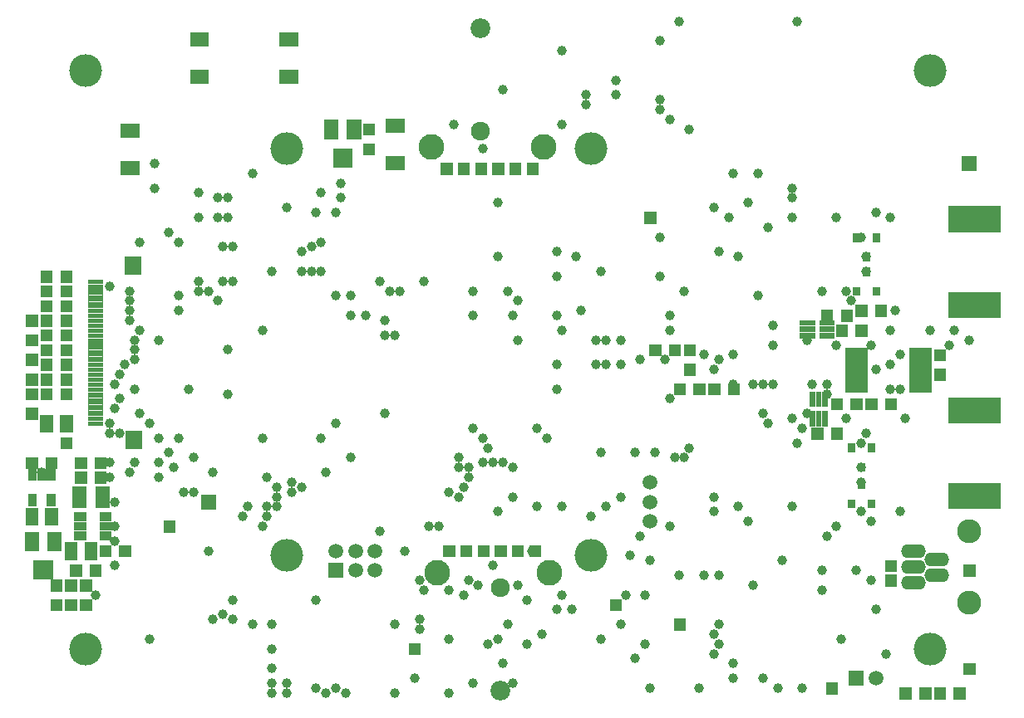
<source format=gbs>
G75*
G70*
%OFA0B0*%
%FSLAX24Y24*%
%IPPOS*%
%LPD*%
%AMOC8*
5,1,8,0,0,1.08239X$1,22.5*
%
%ADD10C,0.0966*%
%ADD11O,0.0992X0.0536*%
%ADD12C,0.0024*%
%ADD13R,0.0595X0.0595*%
%ADD14C,0.0595*%
%ADD15C,0.0025*%
%ADD16C,0.0026*%
%ADD17C,0.0023*%
%ADD18C,0.0023*%
%ADD19C,0.0022*%
%ADD20C,0.0036*%
%ADD21R,0.0689X0.0768*%
%ADD22R,0.0709X0.0768*%
%ADD23C,0.0033*%
%ADD24C,0.0029*%
%ADD25C,0.0029*%
%ADD26C,0.0021*%
%ADD27C,0.1316*%
%ADD28C,0.0795*%
%ADD29C,0.1031*%
%ADD30C,0.0759*%
%ADD31C,0.0390*%
D10*
X039056Y006743D03*
X039056Y009617D03*
D11*
X037768Y008495D03*
X037768Y007865D03*
X036840Y007550D03*
X036840Y008180D03*
X036840Y008810D03*
D12*
X036131Y008014D02*
X035681Y008014D01*
X035681Y008464D01*
X036131Y008464D01*
X036131Y008014D01*
X036131Y008037D02*
X035681Y008037D01*
X035681Y008060D02*
X036131Y008060D01*
X036131Y008083D02*
X035681Y008083D01*
X035681Y008106D02*
X036131Y008106D01*
X036131Y008129D02*
X035681Y008129D01*
X035681Y008152D02*
X036131Y008152D01*
X036131Y008175D02*
X035681Y008175D01*
X035681Y008198D02*
X036131Y008198D01*
X036131Y008221D02*
X035681Y008221D01*
X035681Y008244D02*
X036131Y008244D01*
X036131Y008267D02*
X035681Y008267D01*
X035681Y008290D02*
X036131Y008290D01*
X036131Y008313D02*
X035681Y008313D01*
X035681Y008336D02*
X036131Y008336D01*
X036131Y008359D02*
X035681Y008359D01*
X035681Y008382D02*
X036131Y008382D01*
X036131Y008405D02*
X035681Y008405D01*
X035681Y008428D02*
X036131Y008428D01*
X036131Y008451D02*
X035681Y008451D01*
X035681Y007424D02*
X036131Y007424D01*
X035681Y007424D02*
X035681Y007874D01*
X036131Y007874D01*
X036131Y007424D01*
X036131Y007447D02*
X035681Y007447D01*
X035681Y007470D02*
X036131Y007470D01*
X036131Y007493D02*
X035681Y007493D01*
X035681Y007516D02*
X036131Y007516D01*
X036131Y007539D02*
X035681Y007539D01*
X035681Y007562D02*
X036131Y007562D01*
X036131Y007585D02*
X035681Y007585D01*
X035681Y007608D02*
X036131Y007608D01*
X036131Y007631D02*
X035681Y007631D01*
X035681Y007654D02*
X036131Y007654D01*
X036131Y007677D02*
X035681Y007677D01*
X035681Y007700D02*
X036131Y007700D01*
X036131Y007723D02*
X035681Y007723D01*
X035681Y007746D02*
X036131Y007746D01*
X036131Y007769D02*
X035681Y007769D01*
X035681Y007792D02*
X036131Y007792D01*
X036131Y007815D02*
X035681Y007815D01*
X035681Y007838D02*
X036131Y007838D01*
X036131Y007861D02*
X035681Y007861D01*
X038831Y007817D02*
X039281Y007817D01*
X038831Y007817D02*
X038831Y008267D01*
X039281Y008267D01*
X039281Y007817D01*
X039281Y007840D02*
X038831Y007840D01*
X038831Y007863D02*
X039281Y007863D01*
X039281Y007886D02*
X038831Y007886D01*
X038831Y007909D02*
X039281Y007909D01*
X039281Y007932D02*
X038831Y007932D01*
X038831Y007955D02*
X039281Y007955D01*
X039281Y007978D02*
X038831Y007978D01*
X038831Y008001D02*
X039281Y008001D01*
X039281Y008024D02*
X038831Y008024D01*
X038831Y008047D02*
X039281Y008047D01*
X039281Y008070D02*
X038831Y008070D01*
X038831Y008093D02*
X039281Y008093D01*
X039281Y008116D02*
X038831Y008116D01*
X038831Y008139D02*
X039281Y008139D01*
X039281Y008162D02*
X038831Y008162D01*
X038831Y008185D02*
X039281Y008185D01*
X039281Y008208D02*
X038831Y008208D01*
X038831Y008231D02*
X039281Y008231D01*
X039281Y008254D02*
X038831Y008254D01*
X038831Y003880D02*
X039281Y003880D01*
X038831Y003880D02*
X038831Y004330D01*
X039281Y004330D01*
X039281Y003880D01*
X039281Y003903D02*
X038831Y003903D01*
X038831Y003926D02*
X039281Y003926D01*
X039281Y003949D02*
X038831Y003949D01*
X038831Y003972D02*
X039281Y003972D01*
X039281Y003995D02*
X038831Y003995D01*
X038831Y004018D02*
X039281Y004018D01*
X039281Y004041D02*
X038831Y004041D01*
X038831Y004064D02*
X039281Y004064D01*
X039281Y004087D02*
X038831Y004087D01*
X038831Y004110D02*
X039281Y004110D01*
X039281Y004133D02*
X038831Y004133D01*
X038831Y004156D02*
X039281Y004156D01*
X039281Y004179D02*
X038831Y004179D01*
X038831Y004202D02*
X039281Y004202D01*
X039281Y004225D02*
X038831Y004225D01*
X038831Y004248D02*
X039281Y004248D01*
X039281Y004271D02*
X038831Y004271D01*
X038831Y004294D02*
X039281Y004294D01*
X039281Y004317D02*
X038831Y004317D01*
X038887Y002896D02*
X038437Y002896D01*
X038437Y003346D01*
X038887Y003346D01*
X038887Y002896D01*
X038887Y002919D02*
X038437Y002919D01*
X038437Y002942D02*
X038887Y002942D01*
X038887Y002965D02*
X038437Y002965D01*
X038437Y002988D02*
X038887Y002988D01*
X038887Y003011D02*
X038437Y003011D01*
X038437Y003034D02*
X038887Y003034D01*
X038887Y003057D02*
X038437Y003057D01*
X038437Y003080D02*
X038887Y003080D01*
X038887Y003103D02*
X038437Y003103D01*
X038437Y003126D02*
X038887Y003126D01*
X038887Y003149D02*
X038437Y003149D01*
X038437Y003172D02*
X038887Y003172D01*
X038887Y003195D02*
X038437Y003195D01*
X038437Y003218D02*
X038887Y003218D01*
X038887Y003241D02*
X038437Y003241D01*
X038437Y003264D02*
X038887Y003264D01*
X038887Y003287D02*
X038437Y003287D01*
X038437Y003310D02*
X038887Y003310D01*
X038887Y003333D02*
X038437Y003333D01*
X038100Y002896D02*
X037650Y002896D01*
X037650Y003346D01*
X038100Y003346D01*
X038100Y002896D01*
X038100Y002919D02*
X037650Y002919D01*
X037650Y002942D02*
X038100Y002942D01*
X038100Y002965D02*
X037650Y002965D01*
X037650Y002988D02*
X038100Y002988D01*
X038100Y003011D02*
X037650Y003011D01*
X037650Y003034D02*
X038100Y003034D01*
X038100Y003057D02*
X037650Y003057D01*
X037650Y003080D02*
X038100Y003080D01*
X038100Y003103D02*
X037650Y003103D01*
X037650Y003126D02*
X038100Y003126D01*
X038100Y003149D02*
X037650Y003149D01*
X037650Y003172D02*
X038100Y003172D01*
X038100Y003195D02*
X037650Y003195D01*
X037650Y003218D02*
X038100Y003218D01*
X038100Y003241D02*
X037650Y003241D01*
X037650Y003264D02*
X038100Y003264D01*
X038100Y003287D02*
X037650Y003287D01*
X037650Y003310D02*
X038100Y003310D01*
X038100Y003333D02*
X037650Y003333D01*
X037509Y002896D02*
X037059Y002896D01*
X037059Y003346D01*
X037509Y003346D01*
X037509Y002896D01*
X037509Y002919D02*
X037059Y002919D01*
X037059Y002942D02*
X037509Y002942D01*
X037509Y002965D02*
X037059Y002965D01*
X037059Y002988D02*
X037509Y002988D01*
X037509Y003011D02*
X037059Y003011D01*
X037059Y003034D02*
X037509Y003034D01*
X037509Y003057D02*
X037059Y003057D01*
X037059Y003080D02*
X037509Y003080D01*
X037509Y003103D02*
X037059Y003103D01*
X037059Y003126D02*
X037509Y003126D01*
X037509Y003149D02*
X037059Y003149D01*
X037059Y003172D02*
X037509Y003172D01*
X037509Y003195D02*
X037059Y003195D01*
X037059Y003218D02*
X037509Y003218D01*
X037509Y003241D02*
X037059Y003241D01*
X037059Y003264D02*
X037509Y003264D01*
X037509Y003287D02*
X037059Y003287D01*
X037059Y003310D02*
X037509Y003310D01*
X037509Y003333D02*
X037059Y003333D01*
X036722Y002896D02*
X036272Y002896D01*
X036272Y003346D01*
X036722Y003346D01*
X036722Y002896D01*
X036722Y002919D02*
X036272Y002919D01*
X036272Y002942D02*
X036722Y002942D01*
X036722Y002965D02*
X036272Y002965D01*
X036272Y002988D02*
X036722Y002988D01*
X036722Y003011D02*
X036272Y003011D01*
X036272Y003034D02*
X036722Y003034D01*
X036722Y003057D02*
X036272Y003057D01*
X036272Y003080D02*
X036722Y003080D01*
X036722Y003103D02*
X036272Y003103D01*
X036272Y003126D02*
X036722Y003126D01*
X036722Y003149D02*
X036272Y003149D01*
X036272Y003172D02*
X036722Y003172D01*
X036722Y003195D02*
X036272Y003195D01*
X036272Y003218D02*
X036722Y003218D01*
X036722Y003241D02*
X036272Y003241D01*
X036272Y003264D02*
X036722Y003264D01*
X036722Y003287D02*
X036272Y003287D01*
X036272Y003310D02*
X036722Y003310D01*
X036722Y003333D02*
X036272Y003333D01*
X033769Y003093D02*
X033319Y003093D01*
X033319Y003543D01*
X033769Y003543D01*
X033769Y003093D01*
X033769Y003116D02*
X033319Y003116D01*
X033319Y003139D02*
X033769Y003139D01*
X033769Y003162D02*
X033319Y003162D01*
X033319Y003185D02*
X033769Y003185D01*
X033769Y003208D02*
X033319Y003208D01*
X033319Y003231D02*
X033769Y003231D01*
X033769Y003254D02*
X033319Y003254D01*
X033319Y003277D02*
X033769Y003277D01*
X033769Y003300D02*
X033319Y003300D01*
X033319Y003323D02*
X033769Y003323D01*
X033769Y003346D02*
X033319Y003346D01*
X033319Y003369D02*
X033769Y003369D01*
X033769Y003392D02*
X033319Y003392D01*
X033319Y003415D02*
X033769Y003415D01*
X033769Y003438D02*
X033319Y003438D01*
X033319Y003461D02*
X033769Y003461D01*
X033769Y003484D02*
X033319Y003484D01*
X033319Y003507D02*
X033769Y003507D01*
X033769Y003530D02*
X033319Y003530D01*
X027667Y005652D02*
X027217Y005652D01*
X027217Y006102D01*
X027667Y006102D01*
X027667Y005652D01*
X027667Y005675D02*
X027217Y005675D01*
X027217Y005698D02*
X027667Y005698D01*
X027667Y005721D02*
X027217Y005721D01*
X027217Y005744D02*
X027667Y005744D01*
X027667Y005767D02*
X027217Y005767D01*
X027217Y005790D02*
X027667Y005790D01*
X027667Y005813D02*
X027217Y005813D01*
X027217Y005836D02*
X027667Y005836D01*
X027667Y005859D02*
X027217Y005859D01*
X027217Y005882D02*
X027667Y005882D01*
X027667Y005905D02*
X027217Y005905D01*
X027217Y005928D02*
X027667Y005928D01*
X027667Y005951D02*
X027217Y005951D01*
X027217Y005974D02*
X027667Y005974D01*
X027667Y005997D02*
X027217Y005997D01*
X027217Y006020D02*
X027667Y006020D01*
X027667Y006043D02*
X027217Y006043D01*
X027217Y006066D02*
X027667Y006066D01*
X027667Y006089D02*
X027217Y006089D01*
X025108Y006439D02*
X024658Y006439D01*
X024658Y006889D01*
X025108Y006889D01*
X025108Y006439D01*
X025108Y006462D02*
X024658Y006462D01*
X024658Y006485D02*
X025108Y006485D01*
X025108Y006508D02*
X024658Y006508D01*
X024658Y006531D02*
X025108Y006531D01*
X025108Y006554D02*
X024658Y006554D01*
X024658Y006577D02*
X025108Y006577D01*
X025108Y006600D02*
X024658Y006600D01*
X024658Y006623D02*
X025108Y006623D01*
X025108Y006646D02*
X024658Y006646D01*
X024658Y006669D02*
X025108Y006669D01*
X025108Y006692D02*
X024658Y006692D01*
X024658Y006715D02*
X025108Y006715D01*
X025108Y006738D02*
X024658Y006738D01*
X024658Y006761D02*
X025108Y006761D01*
X025108Y006784D02*
X024658Y006784D01*
X024658Y006807D02*
X025108Y006807D01*
X025108Y006830D02*
X024658Y006830D01*
X024658Y006853D02*
X025108Y006853D01*
X025108Y006876D02*
X024658Y006876D01*
X021859Y008605D02*
X021409Y008605D01*
X021409Y009055D01*
X021859Y009055D01*
X021859Y008605D01*
X021859Y008628D02*
X021409Y008628D01*
X021409Y008651D02*
X021859Y008651D01*
X021859Y008674D02*
X021409Y008674D01*
X021409Y008697D02*
X021859Y008697D01*
X021859Y008720D02*
X021409Y008720D01*
X021409Y008743D02*
X021859Y008743D01*
X021859Y008766D02*
X021409Y008766D01*
X021409Y008789D02*
X021859Y008789D01*
X021859Y008812D02*
X021409Y008812D01*
X021409Y008835D02*
X021859Y008835D01*
X021859Y008858D02*
X021409Y008858D01*
X021409Y008881D02*
X021859Y008881D01*
X021859Y008904D02*
X021409Y008904D01*
X021409Y008927D02*
X021859Y008927D01*
X021859Y008950D02*
X021409Y008950D01*
X021409Y008973D02*
X021859Y008973D01*
X021859Y008996D02*
X021409Y008996D01*
X021409Y009019D02*
X021859Y009019D01*
X021859Y009042D02*
X021409Y009042D01*
X021171Y008605D02*
X020721Y008605D01*
X020721Y009055D01*
X021171Y009055D01*
X021171Y008605D01*
X021171Y008628D02*
X020721Y008628D01*
X020721Y008651D02*
X021171Y008651D01*
X021171Y008674D02*
X020721Y008674D01*
X020721Y008697D02*
X021171Y008697D01*
X021171Y008720D02*
X020721Y008720D01*
X020721Y008743D02*
X021171Y008743D01*
X021171Y008766D02*
X020721Y008766D01*
X020721Y008789D02*
X021171Y008789D01*
X021171Y008812D02*
X020721Y008812D01*
X020721Y008835D02*
X021171Y008835D01*
X021171Y008858D02*
X020721Y008858D01*
X020721Y008881D02*
X021171Y008881D01*
X021171Y008904D02*
X020721Y008904D01*
X020721Y008927D02*
X021171Y008927D01*
X021171Y008950D02*
X020721Y008950D01*
X020721Y008973D02*
X021171Y008973D01*
X021171Y008996D02*
X020721Y008996D01*
X020721Y009019D02*
X021171Y009019D01*
X021171Y009042D02*
X020721Y009042D01*
X020482Y008605D02*
X020032Y008605D01*
X020032Y009055D01*
X020482Y009055D01*
X020482Y008605D01*
X020482Y008628D02*
X020032Y008628D01*
X020032Y008651D02*
X020482Y008651D01*
X020482Y008674D02*
X020032Y008674D01*
X020032Y008697D02*
X020482Y008697D01*
X020482Y008720D02*
X020032Y008720D01*
X020032Y008743D02*
X020482Y008743D01*
X020482Y008766D02*
X020032Y008766D01*
X020032Y008789D02*
X020482Y008789D01*
X020482Y008812D02*
X020032Y008812D01*
X020032Y008835D02*
X020482Y008835D01*
X020482Y008858D02*
X020032Y008858D01*
X020032Y008881D02*
X020482Y008881D01*
X020482Y008904D02*
X020032Y008904D01*
X020032Y008927D02*
X020482Y008927D01*
X020482Y008950D02*
X020032Y008950D01*
X020032Y008973D02*
X020482Y008973D01*
X020482Y008996D02*
X020032Y008996D01*
X020032Y009019D02*
X020482Y009019D01*
X020482Y009042D02*
X020032Y009042D01*
X019793Y008605D02*
X019343Y008605D01*
X019343Y009055D01*
X019793Y009055D01*
X019793Y008605D01*
X019793Y008628D02*
X019343Y008628D01*
X019343Y008651D02*
X019793Y008651D01*
X019793Y008674D02*
X019343Y008674D01*
X019343Y008697D02*
X019793Y008697D01*
X019793Y008720D02*
X019343Y008720D01*
X019343Y008743D02*
X019793Y008743D01*
X019793Y008766D02*
X019343Y008766D01*
X019343Y008789D02*
X019793Y008789D01*
X019793Y008812D02*
X019343Y008812D01*
X019343Y008835D02*
X019793Y008835D01*
X019793Y008858D02*
X019343Y008858D01*
X019343Y008881D02*
X019793Y008881D01*
X019793Y008904D02*
X019343Y008904D01*
X019343Y008927D02*
X019793Y008927D01*
X019793Y008950D02*
X019343Y008950D01*
X019343Y008973D02*
X019793Y008973D01*
X019793Y008996D02*
X019343Y008996D01*
X019343Y009019D02*
X019793Y009019D01*
X019793Y009042D02*
X019343Y009042D01*
X019104Y008605D02*
X018654Y008605D01*
X018654Y009055D01*
X019104Y009055D01*
X019104Y008605D01*
X019104Y008628D02*
X018654Y008628D01*
X018654Y008651D02*
X019104Y008651D01*
X019104Y008674D02*
X018654Y008674D01*
X018654Y008697D02*
X019104Y008697D01*
X019104Y008720D02*
X018654Y008720D01*
X018654Y008743D02*
X019104Y008743D01*
X019104Y008766D02*
X018654Y008766D01*
X018654Y008789D02*
X019104Y008789D01*
X019104Y008812D02*
X018654Y008812D01*
X018654Y008835D02*
X019104Y008835D01*
X019104Y008858D02*
X018654Y008858D01*
X018654Y008881D02*
X019104Y008881D01*
X019104Y008904D02*
X018654Y008904D01*
X018654Y008927D02*
X019104Y008927D01*
X019104Y008950D02*
X018654Y008950D01*
X018654Y008973D02*
X019104Y008973D01*
X019104Y008996D02*
X018654Y008996D01*
X018654Y009019D02*
X019104Y009019D01*
X019104Y009042D02*
X018654Y009042D01*
X018415Y008605D02*
X017965Y008605D01*
X017965Y009055D01*
X018415Y009055D01*
X018415Y008605D01*
X018415Y008628D02*
X017965Y008628D01*
X017965Y008651D02*
X018415Y008651D01*
X018415Y008674D02*
X017965Y008674D01*
X017965Y008697D02*
X018415Y008697D01*
X018415Y008720D02*
X017965Y008720D01*
X017965Y008743D02*
X018415Y008743D01*
X018415Y008766D02*
X017965Y008766D01*
X017965Y008789D02*
X018415Y008789D01*
X018415Y008812D02*
X017965Y008812D01*
X017965Y008835D02*
X018415Y008835D01*
X018415Y008858D02*
X017965Y008858D01*
X017965Y008881D02*
X018415Y008881D01*
X018415Y008904D02*
X017965Y008904D01*
X017965Y008927D02*
X018415Y008927D01*
X018415Y008950D02*
X017965Y008950D01*
X017965Y008973D02*
X018415Y008973D01*
X018415Y008996D02*
X017965Y008996D01*
X017965Y009019D02*
X018415Y009019D01*
X018415Y009042D02*
X017965Y009042D01*
X017037Y004668D02*
X016587Y004668D01*
X016587Y005118D01*
X017037Y005118D01*
X017037Y004668D01*
X017037Y004691D02*
X016587Y004691D01*
X016587Y004714D02*
X017037Y004714D01*
X017037Y004737D02*
X016587Y004737D01*
X016587Y004760D02*
X017037Y004760D01*
X017037Y004783D02*
X016587Y004783D01*
X016587Y004806D02*
X017037Y004806D01*
X017037Y004829D02*
X016587Y004829D01*
X016587Y004852D02*
X017037Y004852D01*
X017037Y004875D02*
X016587Y004875D01*
X016587Y004898D02*
X017037Y004898D01*
X017037Y004921D02*
X016587Y004921D01*
X016587Y004944D02*
X017037Y004944D01*
X017037Y004967D02*
X016587Y004967D01*
X016587Y004990D02*
X017037Y004990D01*
X017037Y005013D02*
X016587Y005013D01*
X016587Y005036D02*
X017037Y005036D01*
X017037Y005059D02*
X016587Y005059D01*
X016587Y005082D02*
X017037Y005082D01*
X017037Y005105D02*
X016587Y005105D01*
X007194Y009589D02*
X006744Y009589D01*
X006744Y010039D01*
X007194Y010039D01*
X007194Y009589D01*
X007194Y009612D02*
X006744Y009612D01*
X006744Y009635D02*
X007194Y009635D01*
X007194Y009658D02*
X006744Y009658D01*
X006744Y009681D02*
X007194Y009681D01*
X007194Y009704D02*
X006744Y009704D01*
X006744Y009727D02*
X007194Y009727D01*
X007194Y009750D02*
X006744Y009750D01*
X006744Y009773D02*
X007194Y009773D01*
X007194Y009796D02*
X006744Y009796D01*
X006744Y009819D02*
X007194Y009819D01*
X007194Y009842D02*
X006744Y009842D01*
X006744Y009865D02*
X007194Y009865D01*
X007194Y009888D02*
X006744Y009888D01*
X006744Y009911D02*
X007194Y009911D01*
X007194Y009934D02*
X006744Y009934D01*
X006744Y009957D02*
X007194Y009957D01*
X007194Y009980D02*
X006744Y009980D01*
X006744Y010003D02*
X007194Y010003D01*
X007194Y010026D02*
X006744Y010026D01*
X005422Y008605D02*
X004972Y008605D01*
X004972Y009055D01*
X005422Y009055D01*
X005422Y008605D01*
X005422Y008628D02*
X004972Y008628D01*
X004972Y008651D02*
X005422Y008651D01*
X005422Y008674D02*
X004972Y008674D01*
X004972Y008697D02*
X005422Y008697D01*
X005422Y008720D02*
X004972Y008720D01*
X004972Y008743D02*
X005422Y008743D01*
X005422Y008766D02*
X004972Y008766D01*
X004972Y008789D02*
X005422Y008789D01*
X005422Y008812D02*
X004972Y008812D01*
X004972Y008835D02*
X005422Y008835D01*
X005422Y008858D02*
X004972Y008858D01*
X004972Y008881D02*
X005422Y008881D01*
X005422Y008904D02*
X004972Y008904D01*
X004972Y008927D02*
X005422Y008927D01*
X005422Y008950D02*
X004972Y008950D01*
X004972Y008973D02*
X005422Y008973D01*
X005422Y008996D02*
X004972Y008996D01*
X004972Y009019D02*
X005422Y009019D01*
X005422Y009042D02*
X004972Y009042D01*
X004635Y008605D02*
X004185Y008605D01*
X004185Y009055D01*
X004635Y009055D01*
X004635Y008605D01*
X004635Y008628D02*
X004185Y008628D01*
X004185Y008651D02*
X004635Y008651D01*
X004635Y008674D02*
X004185Y008674D01*
X004185Y008697D02*
X004635Y008697D01*
X004635Y008720D02*
X004185Y008720D01*
X004185Y008743D02*
X004635Y008743D01*
X004635Y008766D02*
X004185Y008766D01*
X004185Y008789D02*
X004635Y008789D01*
X004635Y008812D02*
X004185Y008812D01*
X004185Y008835D02*
X004635Y008835D01*
X004635Y008858D02*
X004185Y008858D01*
X004185Y008881D02*
X004635Y008881D01*
X004635Y008904D02*
X004185Y008904D01*
X004185Y008927D02*
X004635Y008927D01*
X004635Y008950D02*
X004185Y008950D01*
X004185Y008973D02*
X004635Y008973D01*
X004635Y008996D02*
X004185Y008996D01*
X004185Y009019D02*
X004635Y009019D01*
X004635Y009042D02*
X004185Y009042D01*
X004241Y007817D02*
X003791Y007817D01*
X003791Y008267D01*
X004241Y008267D01*
X004241Y007817D01*
X004241Y007840D02*
X003791Y007840D01*
X003791Y007863D02*
X004241Y007863D01*
X004241Y007886D02*
X003791Y007886D01*
X003791Y007909D02*
X004241Y007909D01*
X004241Y007932D02*
X003791Y007932D01*
X003791Y007955D02*
X004241Y007955D01*
X004241Y007978D02*
X003791Y007978D01*
X003791Y008001D02*
X004241Y008001D01*
X004241Y008024D02*
X003791Y008024D01*
X003791Y008047D02*
X004241Y008047D01*
X004241Y008070D02*
X003791Y008070D01*
X003791Y008093D02*
X004241Y008093D01*
X004241Y008116D02*
X003791Y008116D01*
X003791Y008139D02*
X004241Y008139D01*
X004241Y008162D02*
X003791Y008162D01*
X003791Y008185D02*
X004241Y008185D01*
X004241Y008208D02*
X003791Y008208D01*
X003791Y008231D02*
X004241Y008231D01*
X004241Y008254D02*
X003791Y008254D01*
X003454Y007817D02*
X003004Y007817D01*
X003004Y008267D01*
X003454Y008267D01*
X003454Y007817D01*
X003454Y007840D02*
X003004Y007840D01*
X003004Y007863D02*
X003454Y007863D01*
X003454Y007886D02*
X003004Y007886D01*
X003004Y007909D02*
X003454Y007909D01*
X003454Y007932D02*
X003004Y007932D01*
X003004Y007955D02*
X003454Y007955D01*
X003454Y007978D02*
X003004Y007978D01*
X003004Y008001D02*
X003454Y008001D01*
X003454Y008024D02*
X003004Y008024D01*
X003004Y008047D02*
X003454Y008047D01*
X003454Y008070D02*
X003004Y008070D01*
X003004Y008093D02*
X003454Y008093D01*
X003454Y008116D02*
X003004Y008116D01*
X003004Y008139D02*
X003454Y008139D01*
X003454Y008162D02*
X003004Y008162D01*
X003004Y008185D02*
X003454Y008185D01*
X003454Y008208D02*
X003004Y008208D01*
X003004Y008231D02*
X003454Y008231D01*
X003454Y008254D02*
X003004Y008254D01*
X002807Y007227D02*
X003257Y007227D01*
X002807Y007227D02*
X002807Y007677D01*
X003257Y007677D01*
X003257Y007227D01*
X003257Y007250D02*
X002807Y007250D01*
X002807Y007273D02*
X003257Y007273D01*
X003257Y007296D02*
X002807Y007296D01*
X002807Y007319D02*
X003257Y007319D01*
X003257Y007342D02*
X002807Y007342D01*
X002807Y007365D02*
X003257Y007365D01*
X003257Y007388D02*
X002807Y007388D01*
X002807Y007411D02*
X003257Y007411D01*
X003257Y007434D02*
X002807Y007434D01*
X002807Y007457D02*
X003257Y007457D01*
X003257Y007480D02*
X002807Y007480D01*
X002807Y007503D02*
X003257Y007503D01*
X003257Y007526D02*
X002807Y007526D01*
X002807Y007549D02*
X003257Y007549D01*
X003257Y007572D02*
X002807Y007572D01*
X002807Y007595D02*
X003257Y007595D01*
X003257Y007618D02*
X002807Y007618D01*
X002807Y007641D02*
X003257Y007641D01*
X003257Y007664D02*
X002807Y007664D01*
X002667Y007227D02*
X002217Y007227D01*
X002217Y007677D01*
X002667Y007677D01*
X002667Y007227D01*
X002667Y007250D02*
X002217Y007250D01*
X002217Y007273D02*
X002667Y007273D01*
X002667Y007296D02*
X002217Y007296D01*
X002217Y007319D02*
X002667Y007319D01*
X002667Y007342D02*
X002217Y007342D01*
X002217Y007365D02*
X002667Y007365D01*
X002667Y007388D02*
X002217Y007388D01*
X002217Y007411D02*
X002667Y007411D01*
X002667Y007434D02*
X002217Y007434D01*
X002217Y007457D02*
X002667Y007457D01*
X002667Y007480D02*
X002217Y007480D01*
X002217Y007503D02*
X002667Y007503D01*
X002667Y007526D02*
X002217Y007526D01*
X002217Y007549D02*
X002667Y007549D01*
X002667Y007572D02*
X002217Y007572D01*
X002217Y007595D02*
X002667Y007595D01*
X002667Y007618D02*
X002217Y007618D01*
X002217Y007641D02*
X002667Y007641D01*
X002667Y007664D02*
X002217Y007664D01*
X002217Y006439D02*
X002667Y006439D01*
X002217Y006439D02*
X002217Y006889D01*
X002667Y006889D01*
X002667Y006439D01*
X002667Y006462D02*
X002217Y006462D01*
X002217Y006485D02*
X002667Y006485D01*
X002667Y006508D02*
X002217Y006508D01*
X002217Y006531D02*
X002667Y006531D01*
X002667Y006554D02*
X002217Y006554D01*
X002217Y006577D02*
X002667Y006577D01*
X002667Y006600D02*
X002217Y006600D01*
X002217Y006623D02*
X002667Y006623D01*
X002667Y006646D02*
X002217Y006646D01*
X002217Y006669D02*
X002667Y006669D01*
X002667Y006692D02*
X002217Y006692D01*
X002217Y006715D02*
X002667Y006715D01*
X002667Y006738D02*
X002217Y006738D01*
X002217Y006761D02*
X002667Y006761D01*
X002667Y006784D02*
X002217Y006784D01*
X002217Y006807D02*
X002667Y006807D01*
X002667Y006830D02*
X002217Y006830D01*
X002217Y006853D02*
X002667Y006853D01*
X002667Y006876D02*
X002217Y006876D01*
X002807Y006439D02*
X003257Y006439D01*
X002807Y006439D02*
X002807Y006889D01*
X003257Y006889D01*
X003257Y006439D01*
X003257Y006462D02*
X002807Y006462D01*
X002807Y006485D02*
X003257Y006485D01*
X003257Y006508D02*
X002807Y006508D01*
X002807Y006531D02*
X003257Y006531D01*
X003257Y006554D02*
X002807Y006554D01*
X002807Y006577D02*
X003257Y006577D01*
X003257Y006600D02*
X002807Y006600D01*
X002807Y006623D02*
X003257Y006623D01*
X003257Y006646D02*
X002807Y006646D01*
X002807Y006669D02*
X003257Y006669D01*
X003257Y006692D02*
X002807Y006692D01*
X002807Y006715D02*
X003257Y006715D01*
X003257Y006738D02*
X002807Y006738D01*
X002807Y006761D02*
X003257Y006761D01*
X003257Y006784D02*
X002807Y006784D01*
X002807Y006807D02*
X003257Y006807D01*
X003257Y006830D02*
X002807Y006830D01*
X002807Y006853D02*
X003257Y006853D01*
X003257Y006876D02*
X002807Y006876D01*
X003398Y006439D02*
X003848Y006439D01*
X003398Y006439D02*
X003398Y006889D01*
X003848Y006889D01*
X003848Y006439D01*
X003848Y006462D02*
X003398Y006462D01*
X003398Y006485D02*
X003848Y006485D01*
X003848Y006508D02*
X003398Y006508D01*
X003398Y006531D02*
X003848Y006531D01*
X003848Y006554D02*
X003398Y006554D01*
X003398Y006577D02*
X003848Y006577D01*
X003848Y006600D02*
X003398Y006600D01*
X003398Y006623D02*
X003848Y006623D01*
X003848Y006646D02*
X003398Y006646D01*
X003398Y006669D02*
X003848Y006669D01*
X003848Y006692D02*
X003398Y006692D01*
X003398Y006715D02*
X003848Y006715D01*
X003848Y006738D02*
X003398Y006738D01*
X003398Y006761D02*
X003848Y006761D01*
X003848Y006784D02*
X003398Y006784D01*
X003398Y006807D02*
X003848Y006807D01*
X003848Y006830D02*
X003398Y006830D01*
X003398Y006853D02*
X003848Y006853D01*
X003848Y006876D02*
X003398Y006876D01*
X003398Y007227D02*
X003848Y007227D01*
X003398Y007227D02*
X003398Y007677D01*
X003848Y007677D01*
X003848Y007227D01*
X003848Y007250D02*
X003398Y007250D01*
X003398Y007273D02*
X003848Y007273D01*
X003848Y007296D02*
X003398Y007296D01*
X003398Y007319D02*
X003848Y007319D01*
X003848Y007342D02*
X003398Y007342D01*
X003398Y007365D02*
X003848Y007365D01*
X003848Y007388D02*
X003398Y007388D01*
X003398Y007411D02*
X003848Y007411D01*
X003848Y007434D02*
X003398Y007434D01*
X003398Y007457D02*
X003848Y007457D01*
X003848Y007480D02*
X003398Y007480D01*
X003398Y007503D02*
X003848Y007503D01*
X003848Y007526D02*
X003398Y007526D01*
X003398Y007549D02*
X003848Y007549D01*
X003848Y007572D02*
X003398Y007572D01*
X003398Y007595D02*
X003848Y007595D01*
X003848Y007618D02*
X003398Y007618D01*
X003398Y007641D02*
X003848Y007641D01*
X003848Y007664D02*
X003398Y007664D01*
X003201Y011557D02*
X003651Y011557D01*
X003201Y011557D02*
X003201Y012007D01*
X003651Y012007D01*
X003651Y011557D01*
X003651Y011580D02*
X003201Y011580D01*
X003201Y011603D02*
X003651Y011603D01*
X003651Y011626D02*
X003201Y011626D01*
X003201Y011649D02*
X003651Y011649D01*
X003651Y011672D02*
X003201Y011672D01*
X003201Y011695D02*
X003651Y011695D01*
X003651Y011718D02*
X003201Y011718D01*
X003201Y011741D02*
X003651Y011741D01*
X003651Y011764D02*
X003201Y011764D01*
X003201Y011787D02*
X003651Y011787D01*
X003651Y011810D02*
X003201Y011810D01*
X003201Y011833D02*
X003651Y011833D01*
X003651Y011856D02*
X003201Y011856D01*
X003201Y011879D02*
X003651Y011879D01*
X003651Y011902D02*
X003201Y011902D01*
X003201Y011925D02*
X003651Y011925D01*
X003651Y011948D02*
X003201Y011948D01*
X003201Y011971D02*
X003651Y011971D01*
X003651Y011994D02*
X003201Y011994D01*
X003201Y012148D02*
X003651Y012148D01*
X003201Y012148D02*
X003201Y012598D01*
X003651Y012598D01*
X003651Y012148D01*
X003651Y012171D02*
X003201Y012171D01*
X003201Y012194D02*
X003651Y012194D01*
X003651Y012217D02*
X003201Y012217D01*
X003201Y012240D02*
X003651Y012240D01*
X003651Y012263D02*
X003201Y012263D01*
X003201Y012286D02*
X003651Y012286D01*
X003651Y012309D02*
X003201Y012309D01*
X003201Y012332D02*
X003651Y012332D01*
X003651Y012355D02*
X003201Y012355D01*
X003201Y012378D02*
X003651Y012378D01*
X003651Y012401D02*
X003201Y012401D01*
X003201Y012424D02*
X003651Y012424D01*
X003651Y012447D02*
X003201Y012447D01*
X003201Y012470D02*
X003651Y012470D01*
X003651Y012493D02*
X003201Y012493D01*
X003201Y012516D02*
X003651Y012516D01*
X003651Y012539D02*
X003201Y012539D01*
X003201Y012562D02*
X003651Y012562D01*
X003651Y012585D02*
X003201Y012585D01*
X003060Y012935D02*
X002610Y012935D01*
X002610Y013385D01*
X003060Y013385D01*
X003060Y012935D01*
X003060Y012958D02*
X002610Y012958D01*
X002610Y012981D02*
X003060Y012981D01*
X003060Y013004D02*
X002610Y013004D01*
X002610Y013027D02*
X003060Y013027D01*
X003060Y013050D02*
X002610Y013050D01*
X002610Y013073D02*
X003060Y013073D01*
X003060Y013096D02*
X002610Y013096D01*
X002610Y013119D02*
X003060Y013119D01*
X003060Y013142D02*
X002610Y013142D01*
X002610Y013165D02*
X003060Y013165D01*
X003060Y013188D02*
X002610Y013188D01*
X002610Y013211D02*
X003060Y013211D01*
X003060Y013234D02*
X002610Y013234D01*
X002610Y013257D02*
X003060Y013257D01*
X003060Y013280D02*
X002610Y013280D01*
X002610Y013303D02*
X003060Y013303D01*
X003060Y013326D02*
X002610Y013326D01*
X002610Y013349D02*
X003060Y013349D01*
X003060Y013372D02*
X002610Y013372D01*
X002470Y012148D02*
X002020Y012148D01*
X002020Y012598D01*
X002470Y012598D01*
X002470Y012148D01*
X002470Y012171D02*
X002020Y012171D01*
X002020Y012194D02*
X002470Y012194D01*
X002470Y012217D02*
X002020Y012217D01*
X002020Y012240D02*
X002470Y012240D01*
X002470Y012263D02*
X002020Y012263D01*
X002020Y012286D02*
X002470Y012286D01*
X002470Y012309D02*
X002020Y012309D01*
X002020Y012332D02*
X002470Y012332D01*
X002470Y012355D02*
X002020Y012355D01*
X002020Y012378D02*
X002470Y012378D01*
X002470Y012401D02*
X002020Y012401D01*
X002020Y012424D02*
X002470Y012424D01*
X002470Y012447D02*
X002020Y012447D01*
X002020Y012470D02*
X002470Y012470D01*
X002470Y012493D02*
X002020Y012493D01*
X002020Y012516D02*
X002470Y012516D01*
X002470Y012539D02*
X002020Y012539D01*
X002020Y012562D02*
X002470Y012562D01*
X002470Y012585D02*
X002020Y012585D01*
X001682Y012148D02*
X001232Y012148D01*
X001232Y012598D01*
X001682Y012598D01*
X001682Y012148D01*
X001682Y012171D02*
X001232Y012171D01*
X001232Y012194D02*
X001682Y012194D01*
X001682Y012217D02*
X001232Y012217D01*
X001232Y012240D02*
X001682Y012240D01*
X001682Y012263D02*
X001232Y012263D01*
X001232Y012286D02*
X001682Y012286D01*
X001682Y012309D02*
X001232Y012309D01*
X001232Y012332D02*
X001682Y012332D01*
X001682Y012355D02*
X001232Y012355D01*
X001232Y012378D02*
X001682Y012378D01*
X001682Y012401D02*
X001232Y012401D01*
X001232Y012424D02*
X001682Y012424D01*
X001682Y012447D02*
X001232Y012447D01*
X001232Y012470D02*
X001682Y012470D01*
X001682Y012493D02*
X001232Y012493D01*
X001232Y012516D02*
X001682Y012516D01*
X001682Y012539D02*
X001232Y012539D01*
X001232Y012562D02*
X001682Y012562D01*
X001682Y012585D02*
X001232Y012585D01*
X001232Y014116D02*
X001682Y014116D01*
X001232Y014116D02*
X001232Y014566D01*
X001682Y014566D01*
X001682Y014116D01*
X001682Y014139D02*
X001232Y014139D01*
X001232Y014162D02*
X001682Y014162D01*
X001682Y014185D02*
X001232Y014185D01*
X001232Y014208D02*
X001682Y014208D01*
X001682Y014231D02*
X001232Y014231D01*
X001232Y014254D02*
X001682Y014254D01*
X001682Y014277D02*
X001232Y014277D01*
X001232Y014300D02*
X001682Y014300D01*
X001682Y014323D02*
X001232Y014323D01*
X001232Y014346D02*
X001682Y014346D01*
X001682Y014369D02*
X001232Y014369D01*
X001232Y014392D02*
X001682Y014392D01*
X001682Y014415D02*
X001232Y014415D01*
X001232Y014438D02*
X001682Y014438D01*
X001682Y014461D02*
X001232Y014461D01*
X001232Y014484D02*
X001682Y014484D01*
X001682Y014507D02*
X001232Y014507D01*
X001232Y014530D02*
X001682Y014530D01*
X001682Y014553D02*
X001232Y014553D01*
X001232Y014904D02*
X001682Y014904D01*
X001232Y014904D02*
X001232Y015354D01*
X001682Y015354D01*
X001682Y014904D01*
X001682Y014927D02*
X001232Y014927D01*
X001232Y014950D02*
X001682Y014950D01*
X001682Y014973D02*
X001232Y014973D01*
X001232Y014996D02*
X001682Y014996D01*
X001682Y015019D02*
X001232Y015019D01*
X001232Y015042D02*
X001682Y015042D01*
X001682Y015065D02*
X001232Y015065D01*
X001232Y015088D02*
X001682Y015088D01*
X001682Y015111D02*
X001232Y015111D01*
X001232Y015134D02*
X001682Y015134D01*
X001682Y015157D02*
X001232Y015157D01*
X001232Y015180D02*
X001682Y015180D01*
X001682Y015203D02*
X001232Y015203D01*
X001232Y015226D02*
X001682Y015226D01*
X001682Y015249D02*
X001232Y015249D01*
X001232Y015272D02*
X001682Y015272D01*
X001682Y015295D02*
X001232Y015295D01*
X001232Y015318D02*
X001682Y015318D01*
X001682Y015341D02*
X001232Y015341D01*
X001232Y015494D02*
X001682Y015494D01*
X001232Y015494D02*
X001232Y015944D01*
X001682Y015944D01*
X001682Y015494D01*
X001682Y015517D02*
X001232Y015517D01*
X001232Y015540D02*
X001682Y015540D01*
X001682Y015563D02*
X001232Y015563D01*
X001232Y015586D02*
X001682Y015586D01*
X001682Y015609D02*
X001232Y015609D01*
X001232Y015632D02*
X001682Y015632D01*
X001682Y015655D02*
X001232Y015655D01*
X001232Y015678D02*
X001682Y015678D01*
X001682Y015701D02*
X001232Y015701D01*
X001232Y015724D02*
X001682Y015724D01*
X001682Y015747D02*
X001232Y015747D01*
X001232Y015770D02*
X001682Y015770D01*
X001682Y015793D02*
X001232Y015793D01*
X001232Y015816D02*
X001682Y015816D01*
X001682Y015839D02*
X001232Y015839D01*
X001232Y015862D02*
X001682Y015862D01*
X001682Y015885D02*
X001232Y015885D01*
X001232Y015908D02*
X001682Y015908D01*
X001682Y015931D02*
X001232Y015931D01*
X001232Y016282D02*
X001682Y016282D01*
X001232Y016282D02*
X001232Y016732D01*
X001682Y016732D01*
X001682Y016282D01*
X001682Y016305D02*
X001232Y016305D01*
X001232Y016328D02*
X001682Y016328D01*
X001682Y016351D02*
X001232Y016351D01*
X001232Y016374D02*
X001682Y016374D01*
X001682Y016397D02*
X001232Y016397D01*
X001232Y016420D02*
X001682Y016420D01*
X001682Y016443D02*
X001232Y016443D01*
X001232Y016466D02*
X001682Y016466D01*
X001682Y016489D02*
X001232Y016489D01*
X001232Y016512D02*
X001682Y016512D01*
X001682Y016535D02*
X001232Y016535D01*
X001232Y016558D02*
X001682Y016558D01*
X001682Y016581D02*
X001232Y016581D01*
X001232Y016604D02*
X001682Y016604D01*
X001682Y016627D02*
X001232Y016627D01*
X001232Y016650D02*
X001682Y016650D01*
X001682Y016673D02*
X001232Y016673D01*
X001232Y016696D02*
X001682Y016696D01*
X001682Y016719D02*
X001232Y016719D01*
X001232Y017069D02*
X001682Y017069D01*
X001232Y017069D02*
X001232Y017519D01*
X001682Y017519D01*
X001682Y017069D01*
X001682Y017092D02*
X001232Y017092D01*
X001232Y017115D02*
X001682Y017115D01*
X001682Y017138D02*
X001232Y017138D01*
X001232Y017161D02*
X001682Y017161D01*
X001682Y017184D02*
X001232Y017184D01*
X001232Y017207D02*
X001682Y017207D01*
X001682Y017230D02*
X001232Y017230D01*
X001232Y017253D02*
X001682Y017253D01*
X001682Y017276D02*
X001232Y017276D01*
X001232Y017299D02*
X001682Y017299D01*
X001682Y017322D02*
X001232Y017322D01*
X001232Y017345D02*
X001682Y017345D01*
X001682Y017368D02*
X001232Y017368D01*
X001232Y017391D02*
X001682Y017391D01*
X001682Y017414D02*
X001232Y017414D01*
X001232Y017437D02*
X001682Y017437D01*
X001682Y017460D02*
X001232Y017460D01*
X001232Y017483D02*
X001682Y017483D01*
X001682Y017506D02*
X001232Y017506D01*
X001232Y017857D02*
X001682Y017857D01*
X001232Y017857D02*
X001232Y018307D01*
X001682Y018307D01*
X001682Y017857D01*
X001682Y017880D02*
X001232Y017880D01*
X001232Y017903D02*
X001682Y017903D01*
X001682Y017926D02*
X001232Y017926D01*
X001232Y017949D02*
X001682Y017949D01*
X001682Y017972D02*
X001232Y017972D01*
X001232Y017995D02*
X001682Y017995D01*
X001682Y018018D02*
X001232Y018018D01*
X001232Y018041D02*
X001682Y018041D01*
X001682Y018064D02*
X001232Y018064D01*
X001232Y018087D02*
X001682Y018087D01*
X001682Y018110D02*
X001232Y018110D01*
X001232Y018133D02*
X001682Y018133D01*
X001682Y018156D02*
X001232Y018156D01*
X001232Y018179D02*
X001682Y018179D01*
X001682Y018202D02*
X001232Y018202D01*
X001232Y018225D02*
X001682Y018225D01*
X001682Y018248D02*
X001232Y018248D01*
X001232Y018271D02*
X001682Y018271D01*
X001682Y018294D02*
X001232Y018294D01*
X001823Y017857D02*
X002273Y017857D01*
X001823Y017857D02*
X001823Y018307D01*
X002273Y018307D01*
X002273Y017857D01*
X002273Y017880D02*
X001823Y017880D01*
X001823Y017903D02*
X002273Y017903D01*
X002273Y017926D02*
X001823Y017926D01*
X001823Y017949D02*
X002273Y017949D01*
X002273Y017972D02*
X001823Y017972D01*
X001823Y017995D02*
X002273Y017995D01*
X002273Y018018D02*
X001823Y018018D01*
X001823Y018041D02*
X002273Y018041D01*
X002273Y018064D02*
X001823Y018064D01*
X001823Y018087D02*
X002273Y018087D01*
X002273Y018110D02*
X001823Y018110D01*
X001823Y018133D02*
X002273Y018133D01*
X002273Y018156D02*
X001823Y018156D01*
X001823Y018179D02*
X002273Y018179D01*
X002273Y018202D02*
X001823Y018202D01*
X001823Y018225D02*
X002273Y018225D01*
X002273Y018248D02*
X001823Y018248D01*
X001823Y018271D02*
X002273Y018271D01*
X002273Y018294D02*
X001823Y018294D01*
X001823Y018447D02*
X002273Y018447D01*
X001823Y018447D02*
X001823Y018897D01*
X002273Y018897D01*
X002273Y018447D01*
X002273Y018470D02*
X001823Y018470D01*
X001823Y018493D02*
X002273Y018493D01*
X002273Y018516D02*
X001823Y018516D01*
X001823Y018539D02*
X002273Y018539D01*
X002273Y018562D02*
X001823Y018562D01*
X001823Y018585D02*
X002273Y018585D01*
X002273Y018608D02*
X001823Y018608D01*
X001823Y018631D02*
X002273Y018631D01*
X002273Y018654D02*
X001823Y018654D01*
X001823Y018677D02*
X002273Y018677D01*
X002273Y018700D02*
X001823Y018700D01*
X001823Y018723D02*
X002273Y018723D01*
X002273Y018746D02*
X001823Y018746D01*
X001823Y018769D02*
X002273Y018769D01*
X002273Y018792D02*
X001823Y018792D01*
X001823Y018815D02*
X002273Y018815D01*
X002273Y018838D02*
X001823Y018838D01*
X001823Y018861D02*
X002273Y018861D01*
X002273Y018884D02*
X001823Y018884D01*
X001823Y019038D02*
X002273Y019038D01*
X001823Y019038D02*
X001823Y019488D01*
X002273Y019488D01*
X002273Y019038D01*
X002273Y019061D02*
X001823Y019061D01*
X001823Y019084D02*
X002273Y019084D01*
X002273Y019107D02*
X001823Y019107D01*
X001823Y019130D02*
X002273Y019130D01*
X002273Y019153D02*
X001823Y019153D01*
X001823Y019176D02*
X002273Y019176D01*
X002273Y019199D02*
X001823Y019199D01*
X001823Y019222D02*
X002273Y019222D01*
X002273Y019245D02*
X001823Y019245D01*
X001823Y019268D02*
X002273Y019268D01*
X002273Y019291D02*
X001823Y019291D01*
X001823Y019314D02*
X002273Y019314D01*
X002273Y019337D02*
X001823Y019337D01*
X001823Y019360D02*
X002273Y019360D01*
X002273Y019383D02*
X001823Y019383D01*
X001823Y019406D02*
X002273Y019406D01*
X002273Y019429D02*
X001823Y019429D01*
X001823Y019452D02*
X002273Y019452D01*
X002273Y019475D02*
X001823Y019475D01*
X001823Y019628D02*
X002273Y019628D01*
X001823Y019628D02*
X001823Y020078D01*
X002273Y020078D01*
X002273Y019628D01*
X002273Y019651D02*
X001823Y019651D01*
X001823Y019674D02*
X002273Y019674D01*
X002273Y019697D02*
X001823Y019697D01*
X001823Y019720D02*
X002273Y019720D01*
X002273Y019743D02*
X001823Y019743D01*
X001823Y019766D02*
X002273Y019766D01*
X002273Y019789D02*
X001823Y019789D01*
X001823Y019812D02*
X002273Y019812D01*
X002273Y019835D02*
X001823Y019835D01*
X001823Y019858D02*
X002273Y019858D01*
X002273Y019881D02*
X001823Y019881D01*
X001823Y019904D02*
X002273Y019904D01*
X002273Y019927D02*
X001823Y019927D01*
X001823Y019950D02*
X002273Y019950D01*
X002273Y019973D02*
X001823Y019973D01*
X001823Y019996D02*
X002273Y019996D01*
X002273Y020019D02*
X001823Y020019D01*
X001823Y020042D02*
X002273Y020042D01*
X002273Y020065D02*
X001823Y020065D01*
X002610Y019628D02*
X003060Y019628D01*
X002610Y019628D02*
X002610Y020078D01*
X003060Y020078D01*
X003060Y019628D01*
X003060Y019651D02*
X002610Y019651D01*
X002610Y019674D02*
X003060Y019674D01*
X003060Y019697D02*
X002610Y019697D01*
X002610Y019720D02*
X003060Y019720D01*
X003060Y019743D02*
X002610Y019743D01*
X002610Y019766D02*
X003060Y019766D01*
X003060Y019789D02*
X002610Y019789D01*
X002610Y019812D02*
X003060Y019812D01*
X003060Y019835D02*
X002610Y019835D01*
X002610Y019858D02*
X003060Y019858D01*
X003060Y019881D02*
X002610Y019881D01*
X002610Y019904D02*
X003060Y019904D01*
X003060Y019927D02*
X002610Y019927D01*
X002610Y019950D02*
X003060Y019950D01*
X003060Y019973D02*
X002610Y019973D01*
X002610Y019996D02*
X003060Y019996D01*
X003060Y020019D02*
X002610Y020019D01*
X002610Y020042D02*
X003060Y020042D01*
X003060Y020065D02*
X002610Y020065D01*
X002610Y019038D02*
X003060Y019038D01*
X002610Y019038D02*
X002610Y019488D01*
X003060Y019488D01*
X003060Y019038D01*
X003060Y019061D02*
X002610Y019061D01*
X002610Y019084D02*
X003060Y019084D01*
X003060Y019107D02*
X002610Y019107D01*
X002610Y019130D02*
X003060Y019130D01*
X003060Y019153D02*
X002610Y019153D01*
X002610Y019176D02*
X003060Y019176D01*
X003060Y019199D02*
X002610Y019199D01*
X002610Y019222D02*
X003060Y019222D01*
X003060Y019245D02*
X002610Y019245D01*
X002610Y019268D02*
X003060Y019268D01*
X003060Y019291D02*
X002610Y019291D01*
X002610Y019314D02*
X003060Y019314D01*
X003060Y019337D02*
X002610Y019337D01*
X002610Y019360D02*
X003060Y019360D01*
X003060Y019383D02*
X002610Y019383D01*
X002610Y019406D02*
X003060Y019406D01*
X003060Y019429D02*
X002610Y019429D01*
X002610Y019452D02*
X003060Y019452D01*
X003060Y019475D02*
X002610Y019475D01*
X002610Y018447D02*
X003060Y018447D01*
X002610Y018447D02*
X002610Y018897D01*
X003060Y018897D01*
X003060Y018447D01*
X003060Y018470D02*
X002610Y018470D01*
X002610Y018493D02*
X003060Y018493D01*
X003060Y018516D02*
X002610Y018516D01*
X002610Y018539D02*
X003060Y018539D01*
X003060Y018562D02*
X002610Y018562D01*
X002610Y018585D02*
X003060Y018585D01*
X003060Y018608D02*
X002610Y018608D01*
X002610Y018631D02*
X003060Y018631D01*
X003060Y018654D02*
X002610Y018654D01*
X002610Y018677D02*
X003060Y018677D01*
X003060Y018700D02*
X002610Y018700D01*
X002610Y018723D02*
X003060Y018723D01*
X003060Y018746D02*
X002610Y018746D01*
X002610Y018769D02*
X003060Y018769D01*
X003060Y018792D02*
X002610Y018792D01*
X002610Y018815D02*
X003060Y018815D01*
X003060Y018838D02*
X002610Y018838D01*
X002610Y018861D02*
X003060Y018861D01*
X003060Y018884D02*
X002610Y018884D01*
X002610Y017857D02*
X003060Y017857D01*
X002610Y017857D02*
X002610Y018307D01*
X003060Y018307D01*
X003060Y017857D01*
X003060Y017880D02*
X002610Y017880D01*
X002610Y017903D02*
X003060Y017903D01*
X003060Y017926D02*
X002610Y017926D01*
X002610Y017949D02*
X003060Y017949D01*
X003060Y017972D02*
X002610Y017972D01*
X002610Y017995D02*
X003060Y017995D01*
X003060Y018018D02*
X002610Y018018D01*
X002610Y018041D02*
X003060Y018041D01*
X003060Y018064D02*
X002610Y018064D01*
X002610Y018087D02*
X003060Y018087D01*
X003060Y018110D02*
X002610Y018110D01*
X002610Y018133D02*
X003060Y018133D01*
X003060Y018156D02*
X002610Y018156D01*
X002610Y018179D02*
X003060Y018179D01*
X003060Y018202D02*
X002610Y018202D01*
X002610Y018225D02*
X003060Y018225D01*
X003060Y018248D02*
X002610Y018248D01*
X002610Y018271D02*
X003060Y018271D01*
X003060Y018294D02*
X002610Y018294D01*
X002610Y017266D02*
X003060Y017266D01*
X002610Y017266D02*
X002610Y017716D01*
X003060Y017716D01*
X003060Y017266D01*
X003060Y017289D02*
X002610Y017289D01*
X002610Y017312D02*
X003060Y017312D01*
X003060Y017335D02*
X002610Y017335D01*
X002610Y017358D02*
X003060Y017358D01*
X003060Y017381D02*
X002610Y017381D01*
X002610Y017404D02*
X003060Y017404D01*
X003060Y017427D02*
X002610Y017427D01*
X002610Y017450D02*
X003060Y017450D01*
X003060Y017473D02*
X002610Y017473D01*
X002610Y017496D02*
X003060Y017496D01*
X003060Y017519D02*
X002610Y017519D01*
X002610Y017542D02*
X003060Y017542D01*
X003060Y017565D02*
X002610Y017565D01*
X002610Y017588D02*
X003060Y017588D01*
X003060Y017611D02*
X002610Y017611D01*
X002610Y017634D02*
X003060Y017634D01*
X003060Y017657D02*
X002610Y017657D01*
X002610Y017680D02*
X003060Y017680D01*
X003060Y017703D02*
X002610Y017703D01*
X002273Y017266D02*
X001823Y017266D01*
X001823Y017716D01*
X002273Y017716D01*
X002273Y017266D01*
X002273Y017289D02*
X001823Y017289D01*
X001823Y017312D02*
X002273Y017312D01*
X002273Y017335D02*
X001823Y017335D01*
X001823Y017358D02*
X002273Y017358D01*
X002273Y017381D02*
X001823Y017381D01*
X001823Y017404D02*
X002273Y017404D01*
X002273Y017427D02*
X001823Y017427D01*
X001823Y017450D02*
X002273Y017450D01*
X002273Y017473D02*
X001823Y017473D01*
X001823Y017496D02*
X002273Y017496D01*
X002273Y017519D02*
X001823Y017519D01*
X001823Y017542D02*
X002273Y017542D01*
X002273Y017565D02*
X001823Y017565D01*
X001823Y017588D02*
X002273Y017588D01*
X002273Y017611D02*
X001823Y017611D01*
X001823Y017634D02*
X002273Y017634D01*
X002273Y017657D02*
X001823Y017657D01*
X001823Y017680D02*
X002273Y017680D01*
X002273Y017703D02*
X001823Y017703D01*
X001823Y016675D02*
X002273Y016675D01*
X001823Y016675D02*
X001823Y017125D01*
X002273Y017125D01*
X002273Y016675D01*
X002273Y016698D02*
X001823Y016698D01*
X001823Y016721D02*
X002273Y016721D01*
X002273Y016744D02*
X001823Y016744D01*
X001823Y016767D02*
X002273Y016767D01*
X002273Y016790D02*
X001823Y016790D01*
X001823Y016813D02*
X002273Y016813D01*
X002273Y016836D02*
X001823Y016836D01*
X001823Y016859D02*
X002273Y016859D01*
X002273Y016882D02*
X001823Y016882D01*
X001823Y016905D02*
X002273Y016905D01*
X002273Y016928D02*
X001823Y016928D01*
X001823Y016951D02*
X002273Y016951D01*
X002273Y016974D02*
X001823Y016974D01*
X001823Y016997D02*
X002273Y016997D01*
X002273Y017020D02*
X001823Y017020D01*
X001823Y017043D02*
X002273Y017043D01*
X002273Y017066D02*
X001823Y017066D01*
X001823Y017089D02*
X002273Y017089D01*
X002273Y017112D02*
X001823Y017112D01*
X001823Y016085D02*
X002273Y016085D01*
X001823Y016085D02*
X001823Y016535D01*
X002273Y016535D01*
X002273Y016085D01*
X002273Y016108D02*
X001823Y016108D01*
X001823Y016131D02*
X002273Y016131D01*
X002273Y016154D02*
X001823Y016154D01*
X001823Y016177D02*
X002273Y016177D01*
X002273Y016200D02*
X001823Y016200D01*
X001823Y016223D02*
X002273Y016223D01*
X002273Y016246D02*
X001823Y016246D01*
X001823Y016269D02*
X002273Y016269D01*
X002273Y016292D02*
X001823Y016292D01*
X001823Y016315D02*
X002273Y016315D01*
X002273Y016338D02*
X001823Y016338D01*
X001823Y016361D02*
X002273Y016361D01*
X002273Y016384D02*
X001823Y016384D01*
X001823Y016407D02*
X002273Y016407D01*
X002273Y016430D02*
X001823Y016430D01*
X001823Y016453D02*
X002273Y016453D01*
X002273Y016476D02*
X001823Y016476D01*
X001823Y016499D02*
X002273Y016499D01*
X002273Y016522D02*
X001823Y016522D01*
X002610Y016085D02*
X003060Y016085D01*
X002610Y016085D02*
X002610Y016535D01*
X003060Y016535D01*
X003060Y016085D01*
X003060Y016108D02*
X002610Y016108D01*
X002610Y016131D02*
X003060Y016131D01*
X003060Y016154D02*
X002610Y016154D01*
X002610Y016177D02*
X003060Y016177D01*
X003060Y016200D02*
X002610Y016200D01*
X002610Y016223D02*
X003060Y016223D01*
X003060Y016246D02*
X002610Y016246D01*
X002610Y016269D02*
X003060Y016269D01*
X003060Y016292D02*
X002610Y016292D01*
X002610Y016315D02*
X003060Y016315D01*
X003060Y016338D02*
X002610Y016338D01*
X002610Y016361D02*
X003060Y016361D01*
X003060Y016384D02*
X002610Y016384D01*
X002610Y016407D02*
X003060Y016407D01*
X003060Y016430D02*
X002610Y016430D01*
X002610Y016453D02*
X003060Y016453D01*
X003060Y016476D02*
X002610Y016476D01*
X002610Y016499D02*
X003060Y016499D01*
X003060Y016522D02*
X002610Y016522D01*
X002610Y016675D02*
X003060Y016675D01*
X002610Y016675D02*
X002610Y017125D01*
X003060Y017125D01*
X003060Y016675D01*
X003060Y016698D02*
X002610Y016698D01*
X002610Y016721D02*
X003060Y016721D01*
X003060Y016744D02*
X002610Y016744D01*
X002610Y016767D02*
X003060Y016767D01*
X003060Y016790D02*
X002610Y016790D01*
X002610Y016813D02*
X003060Y016813D01*
X003060Y016836D02*
X002610Y016836D01*
X002610Y016859D02*
X003060Y016859D01*
X003060Y016882D02*
X002610Y016882D01*
X002610Y016905D02*
X003060Y016905D01*
X003060Y016928D02*
X002610Y016928D01*
X002610Y016951D02*
X003060Y016951D01*
X003060Y016974D02*
X002610Y016974D01*
X002610Y016997D02*
X003060Y016997D01*
X003060Y017020D02*
X002610Y017020D01*
X002610Y017043D02*
X003060Y017043D01*
X003060Y017066D02*
X002610Y017066D01*
X002610Y017089D02*
X003060Y017089D01*
X003060Y017112D02*
X002610Y017112D01*
X002610Y015494D02*
X003060Y015494D01*
X002610Y015494D02*
X002610Y015944D01*
X003060Y015944D01*
X003060Y015494D01*
X003060Y015517D02*
X002610Y015517D01*
X002610Y015540D02*
X003060Y015540D01*
X003060Y015563D02*
X002610Y015563D01*
X002610Y015586D02*
X003060Y015586D01*
X003060Y015609D02*
X002610Y015609D01*
X002610Y015632D02*
X003060Y015632D01*
X003060Y015655D02*
X002610Y015655D01*
X002610Y015678D02*
X003060Y015678D01*
X003060Y015701D02*
X002610Y015701D01*
X002610Y015724D02*
X003060Y015724D01*
X003060Y015747D02*
X002610Y015747D01*
X002610Y015770D02*
X003060Y015770D01*
X003060Y015793D02*
X002610Y015793D01*
X002610Y015816D02*
X003060Y015816D01*
X003060Y015839D02*
X002610Y015839D01*
X002610Y015862D02*
X003060Y015862D01*
X003060Y015885D02*
X002610Y015885D01*
X002610Y015908D02*
X003060Y015908D01*
X003060Y015931D02*
X002610Y015931D01*
X002273Y015494D02*
X001823Y015494D01*
X001823Y015944D01*
X002273Y015944D01*
X002273Y015494D01*
X002273Y015517D02*
X001823Y015517D01*
X001823Y015540D02*
X002273Y015540D01*
X002273Y015563D02*
X001823Y015563D01*
X001823Y015586D02*
X002273Y015586D01*
X002273Y015609D02*
X001823Y015609D01*
X001823Y015632D02*
X002273Y015632D01*
X002273Y015655D02*
X001823Y015655D01*
X001823Y015678D02*
X002273Y015678D01*
X002273Y015701D02*
X001823Y015701D01*
X001823Y015724D02*
X002273Y015724D01*
X002273Y015747D02*
X001823Y015747D01*
X001823Y015770D02*
X002273Y015770D01*
X002273Y015793D02*
X001823Y015793D01*
X001823Y015816D02*
X002273Y015816D01*
X002273Y015839D02*
X001823Y015839D01*
X001823Y015862D02*
X002273Y015862D01*
X002273Y015885D02*
X001823Y015885D01*
X001823Y015908D02*
X002273Y015908D01*
X002273Y015931D02*
X001823Y015931D01*
X001823Y014904D02*
X002273Y014904D01*
X001823Y014904D02*
X001823Y015354D01*
X002273Y015354D01*
X002273Y014904D01*
X002273Y014927D02*
X001823Y014927D01*
X001823Y014950D02*
X002273Y014950D01*
X002273Y014973D02*
X001823Y014973D01*
X001823Y014996D02*
X002273Y014996D01*
X002273Y015019D02*
X001823Y015019D01*
X001823Y015042D02*
X002273Y015042D01*
X002273Y015065D02*
X001823Y015065D01*
X001823Y015088D02*
X002273Y015088D01*
X002273Y015111D02*
X001823Y015111D01*
X001823Y015134D02*
X002273Y015134D01*
X002273Y015157D02*
X001823Y015157D01*
X001823Y015180D02*
X002273Y015180D01*
X002273Y015203D02*
X001823Y015203D01*
X001823Y015226D02*
X002273Y015226D01*
X002273Y015249D02*
X001823Y015249D01*
X001823Y015272D02*
X002273Y015272D01*
X002273Y015295D02*
X001823Y015295D01*
X001823Y015318D02*
X002273Y015318D01*
X002273Y015341D02*
X001823Y015341D01*
X002610Y014904D02*
X003060Y014904D01*
X002610Y014904D02*
X002610Y015354D01*
X003060Y015354D01*
X003060Y014904D01*
X003060Y014927D02*
X002610Y014927D01*
X002610Y014950D02*
X003060Y014950D01*
X003060Y014973D02*
X002610Y014973D01*
X002610Y014996D02*
X003060Y014996D01*
X003060Y015019D02*
X002610Y015019D01*
X002610Y015042D02*
X003060Y015042D01*
X003060Y015065D02*
X002610Y015065D01*
X002610Y015088D02*
X003060Y015088D01*
X003060Y015111D02*
X002610Y015111D01*
X002610Y015134D02*
X003060Y015134D01*
X003060Y015157D02*
X002610Y015157D01*
X002610Y015180D02*
X003060Y015180D01*
X003060Y015203D02*
X002610Y015203D01*
X002610Y015226D02*
X003060Y015226D01*
X003060Y015249D02*
X002610Y015249D01*
X002610Y015272D02*
X003060Y015272D01*
X003060Y015295D02*
X002610Y015295D01*
X002610Y015318D02*
X003060Y015318D01*
X003060Y015341D02*
X002610Y015341D01*
X003988Y012148D02*
X004438Y012148D01*
X003988Y012148D02*
X003988Y012598D01*
X004438Y012598D01*
X004438Y012148D01*
X004438Y012171D02*
X003988Y012171D01*
X003988Y012194D02*
X004438Y012194D01*
X004438Y012217D02*
X003988Y012217D01*
X003988Y012240D02*
X004438Y012240D01*
X004438Y012263D02*
X003988Y012263D01*
X003988Y012286D02*
X004438Y012286D01*
X004438Y012309D02*
X003988Y012309D01*
X003988Y012332D02*
X004438Y012332D01*
X004438Y012355D02*
X003988Y012355D01*
X003988Y012378D02*
X004438Y012378D01*
X004438Y012401D02*
X003988Y012401D01*
X003988Y012424D02*
X004438Y012424D01*
X004438Y012447D02*
X003988Y012447D01*
X003988Y012470D02*
X004438Y012470D01*
X004438Y012493D02*
X003988Y012493D01*
X003988Y012516D02*
X004438Y012516D01*
X004438Y012539D02*
X003988Y012539D01*
X003988Y012562D02*
X004438Y012562D01*
X004438Y012585D02*
X003988Y012585D01*
X003988Y011557D02*
X004438Y011557D01*
X003988Y011557D02*
X003988Y012007D01*
X004438Y012007D01*
X004438Y011557D01*
X004438Y011580D02*
X003988Y011580D01*
X003988Y011603D02*
X004438Y011603D01*
X004438Y011626D02*
X003988Y011626D01*
X003988Y011649D02*
X004438Y011649D01*
X004438Y011672D02*
X003988Y011672D01*
X003988Y011695D02*
X004438Y011695D01*
X004438Y011718D02*
X003988Y011718D01*
X003988Y011741D02*
X004438Y011741D01*
X004438Y011764D02*
X003988Y011764D01*
X003988Y011787D02*
X004438Y011787D01*
X004438Y011810D02*
X003988Y011810D01*
X003988Y011833D02*
X004438Y011833D01*
X004438Y011856D02*
X003988Y011856D01*
X003988Y011879D02*
X004438Y011879D01*
X004438Y011902D02*
X003988Y011902D01*
X003988Y011925D02*
X004438Y011925D01*
X004438Y011948D02*
X003988Y011948D01*
X003988Y011971D02*
X004438Y011971D01*
X004438Y011994D02*
X003988Y011994D01*
X017866Y023959D02*
X018316Y023959D01*
X017866Y023959D02*
X017866Y024409D01*
X018316Y024409D01*
X018316Y023959D01*
X018316Y023982D02*
X017866Y023982D01*
X017866Y024005D02*
X018316Y024005D01*
X018316Y024028D02*
X017866Y024028D01*
X017866Y024051D02*
X018316Y024051D01*
X018316Y024074D02*
X017866Y024074D01*
X017866Y024097D02*
X018316Y024097D01*
X018316Y024120D02*
X017866Y024120D01*
X017866Y024143D02*
X018316Y024143D01*
X018316Y024166D02*
X017866Y024166D01*
X017866Y024189D02*
X018316Y024189D01*
X018316Y024212D02*
X017866Y024212D01*
X017866Y024235D02*
X018316Y024235D01*
X018316Y024258D02*
X017866Y024258D01*
X017866Y024281D02*
X018316Y024281D01*
X018316Y024304D02*
X017866Y024304D01*
X017866Y024327D02*
X018316Y024327D01*
X018316Y024350D02*
X017866Y024350D01*
X017866Y024373D02*
X018316Y024373D01*
X018316Y024396D02*
X017866Y024396D01*
X018555Y023959D02*
X019005Y023959D01*
X018555Y023959D02*
X018555Y024409D01*
X019005Y024409D01*
X019005Y023959D01*
X019005Y023982D02*
X018555Y023982D01*
X018555Y024005D02*
X019005Y024005D01*
X019005Y024028D02*
X018555Y024028D01*
X018555Y024051D02*
X019005Y024051D01*
X019005Y024074D02*
X018555Y024074D01*
X018555Y024097D02*
X019005Y024097D01*
X019005Y024120D02*
X018555Y024120D01*
X018555Y024143D02*
X019005Y024143D01*
X019005Y024166D02*
X018555Y024166D01*
X018555Y024189D02*
X019005Y024189D01*
X019005Y024212D02*
X018555Y024212D01*
X018555Y024235D02*
X019005Y024235D01*
X019005Y024258D02*
X018555Y024258D01*
X018555Y024281D02*
X019005Y024281D01*
X019005Y024304D02*
X018555Y024304D01*
X018555Y024327D02*
X019005Y024327D01*
X019005Y024350D02*
X018555Y024350D01*
X018555Y024373D02*
X019005Y024373D01*
X019005Y024396D02*
X018555Y024396D01*
X019244Y023959D02*
X019694Y023959D01*
X019244Y023959D02*
X019244Y024409D01*
X019694Y024409D01*
X019694Y023959D01*
X019694Y023982D02*
X019244Y023982D01*
X019244Y024005D02*
X019694Y024005D01*
X019694Y024028D02*
X019244Y024028D01*
X019244Y024051D02*
X019694Y024051D01*
X019694Y024074D02*
X019244Y024074D01*
X019244Y024097D02*
X019694Y024097D01*
X019694Y024120D02*
X019244Y024120D01*
X019244Y024143D02*
X019694Y024143D01*
X019694Y024166D02*
X019244Y024166D01*
X019244Y024189D02*
X019694Y024189D01*
X019694Y024212D02*
X019244Y024212D01*
X019244Y024235D02*
X019694Y024235D01*
X019694Y024258D02*
X019244Y024258D01*
X019244Y024281D02*
X019694Y024281D01*
X019694Y024304D02*
X019244Y024304D01*
X019244Y024327D02*
X019694Y024327D01*
X019694Y024350D02*
X019244Y024350D01*
X019244Y024373D02*
X019694Y024373D01*
X019694Y024396D02*
X019244Y024396D01*
X019933Y023959D02*
X020383Y023959D01*
X019933Y023959D02*
X019933Y024409D01*
X020383Y024409D01*
X020383Y023959D01*
X020383Y023982D02*
X019933Y023982D01*
X019933Y024005D02*
X020383Y024005D01*
X020383Y024028D02*
X019933Y024028D01*
X019933Y024051D02*
X020383Y024051D01*
X020383Y024074D02*
X019933Y024074D01*
X019933Y024097D02*
X020383Y024097D01*
X020383Y024120D02*
X019933Y024120D01*
X019933Y024143D02*
X020383Y024143D01*
X020383Y024166D02*
X019933Y024166D01*
X019933Y024189D02*
X020383Y024189D01*
X020383Y024212D02*
X019933Y024212D01*
X019933Y024235D02*
X020383Y024235D01*
X020383Y024258D02*
X019933Y024258D01*
X019933Y024281D02*
X020383Y024281D01*
X020383Y024304D02*
X019933Y024304D01*
X019933Y024327D02*
X020383Y024327D01*
X020383Y024350D02*
X019933Y024350D01*
X019933Y024373D02*
X020383Y024373D01*
X020383Y024396D02*
X019933Y024396D01*
X020622Y023959D02*
X021072Y023959D01*
X020622Y023959D02*
X020622Y024409D01*
X021072Y024409D01*
X021072Y023959D01*
X021072Y023982D02*
X020622Y023982D01*
X020622Y024005D02*
X021072Y024005D01*
X021072Y024028D02*
X020622Y024028D01*
X020622Y024051D02*
X021072Y024051D01*
X021072Y024074D02*
X020622Y024074D01*
X020622Y024097D02*
X021072Y024097D01*
X021072Y024120D02*
X020622Y024120D01*
X020622Y024143D02*
X021072Y024143D01*
X021072Y024166D02*
X020622Y024166D01*
X020622Y024189D02*
X021072Y024189D01*
X021072Y024212D02*
X020622Y024212D01*
X020622Y024235D02*
X021072Y024235D01*
X021072Y024258D02*
X020622Y024258D01*
X020622Y024281D02*
X021072Y024281D01*
X021072Y024304D02*
X020622Y024304D01*
X020622Y024327D02*
X021072Y024327D01*
X021072Y024350D02*
X020622Y024350D01*
X020622Y024373D02*
X021072Y024373D01*
X021072Y024396D02*
X020622Y024396D01*
X021311Y023959D02*
X021761Y023959D01*
X021311Y023959D02*
X021311Y024409D01*
X021761Y024409D01*
X021761Y023959D01*
X021761Y023982D02*
X021311Y023982D01*
X021311Y024005D02*
X021761Y024005D01*
X021761Y024028D02*
X021311Y024028D01*
X021311Y024051D02*
X021761Y024051D01*
X021761Y024074D02*
X021311Y024074D01*
X021311Y024097D02*
X021761Y024097D01*
X021761Y024120D02*
X021311Y024120D01*
X021311Y024143D02*
X021761Y024143D01*
X021761Y024166D02*
X021311Y024166D01*
X021311Y024189D02*
X021761Y024189D01*
X021761Y024212D02*
X021311Y024212D01*
X021311Y024235D02*
X021761Y024235D01*
X021761Y024258D02*
X021311Y024258D01*
X021311Y024281D02*
X021761Y024281D01*
X021761Y024304D02*
X021311Y024304D01*
X021311Y024327D02*
X021761Y024327D01*
X021761Y024350D02*
X021311Y024350D01*
X021311Y024373D02*
X021761Y024373D01*
X021761Y024396D02*
X021311Y024396D01*
X026035Y021990D02*
X026485Y021990D01*
X026035Y021990D02*
X026035Y022440D01*
X026485Y022440D01*
X026485Y021990D01*
X026485Y022013D02*
X026035Y022013D01*
X026035Y022036D02*
X026485Y022036D01*
X026485Y022059D02*
X026035Y022059D01*
X026035Y022082D02*
X026485Y022082D01*
X026485Y022105D02*
X026035Y022105D01*
X026035Y022128D02*
X026485Y022128D01*
X026485Y022151D02*
X026035Y022151D01*
X026035Y022174D02*
X026485Y022174D01*
X026485Y022197D02*
X026035Y022197D01*
X026035Y022220D02*
X026485Y022220D01*
X026485Y022243D02*
X026035Y022243D01*
X026035Y022266D02*
X026485Y022266D01*
X026485Y022289D02*
X026035Y022289D01*
X026035Y022312D02*
X026485Y022312D01*
X026485Y022335D02*
X026035Y022335D01*
X026035Y022358D02*
X026485Y022358D01*
X026485Y022381D02*
X026035Y022381D01*
X026035Y022404D02*
X026485Y022404D01*
X026485Y022427D02*
X026035Y022427D01*
X026232Y016675D02*
X026682Y016675D01*
X026232Y016675D02*
X026232Y017125D01*
X026682Y017125D01*
X026682Y016675D01*
X026682Y016698D02*
X026232Y016698D01*
X026232Y016721D02*
X026682Y016721D01*
X026682Y016744D02*
X026232Y016744D01*
X026232Y016767D02*
X026682Y016767D01*
X026682Y016790D02*
X026232Y016790D01*
X026232Y016813D02*
X026682Y016813D01*
X026682Y016836D02*
X026232Y016836D01*
X026232Y016859D02*
X026682Y016859D01*
X026682Y016882D02*
X026232Y016882D01*
X026232Y016905D02*
X026682Y016905D01*
X026682Y016928D02*
X026232Y016928D01*
X026232Y016951D02*
X026682Y016951D01*
X026682Y016974D02*
X026232Y016974D01*
X026232Y016997D02*
X026682Y016997D01*
X026682Y017020D02*
X026232Y017020D01*
X026232Y017043D02*
X026682Y017043D01*
X026682Y017066D02*
X026232Y017066D01*
X026232Y017089D02*
X026682Y017089D01*
X026682Y017112D02*
X026232Y017112D01*
X027020Y016675D02*
X027470Y016675D01*
X027020Y016675D02*
X027020Y017125D01*
X027470Y017125D01*
X027470Y016675D01*
X027470Y016698D02*
X027020Y016698D01*
X027020Y016721D02*
X027470Y016721D01*
X027470Y016744D02*
X027020Y016744D01*
X027020Y016767D02*
X027470Y016767D01*
X027470Y016790D02*
X027020Y016790D01*
X027020Y016813D02*
X027470Y016813D01*
X027470Y016836D02*
X027020Y016836D01*
X027020Y016859D02*
X027470Y016859D01*
X027470Y016882D02*
X027020Y016882D01*
X027020Y016905D02*
X027470Y016905D01*
X027470Y016928D02*
X027020Y016928D01*
X027020Y016951D02*
X027470Y016951D01*
X027470Y016974D02*
X027020Y016974D01*
X027020Y016997D02*
X027470Y016997D01*
X027470Y017020D02*
X027020Y017020D01*
X027020Y017043D02*
X027470Y017043D01*
X027470Y017066D02*
X027020Y017066D01*
X027020Y017089D02*
X027470Y017089D01*
X027470Y017112D02*
X027020Y017112D01*
X027610Y016675D02*
X028060Y016675D01*
X027610Y016675D02*
X027610Y017125D01*
X028060Y017125D01*
X028060Y016675D01*
X028060Y016698D02*
X027610Y016698D01*
X027610Y016721D02*
X028060Y016721D01*
X028060Y016744D02*
X027610Y016744D01*
X027610Y016767D02*
X028060Y016767D01*
X028060Y016790D02*
X027610Y016790D01*
X027610Y016813D02*
X028060Y016813D01*
X028060Y016836D02*
X027610Y016836D01*
X027610Y016859D02*
X028060Y016859D01*
X028060Y016882D02*
X027610Y016882D01*
X027610Y016905D02*
X028060Y016905D01*
X028060Y016928D02*
X027610Y016928D01*
X027610Y016951D02*
X028060Y016951D01*
X028060Y016974D02*
X027610Y016974D01*
X027610Y016997D02*
X028060Y016997D01*
X028060Y017020D02*
X027610Y017020D01*
X027610Y017043D02*
X028060Y017043D01*
X028060Y017066D02*
X027610Y017066D01*
X027610Y017089D02*
X028060Y017089D01*
X028060Y017112D02*
X027610Y017112D01*
X027610Y015888D02*
X028060Y015888D01*
X027610Y015888D02*
X027610Y016338D01*
X028060Y016338D01*
X028060Y015888D01*
X028060Y015911D02*
X027610Y015911D01*
X027610Y015934D02*
X028060Y015934D01*
X028060Y015957D02*
X027610Y015957D01*
X027610Y015980D02*
X028060Y015980D01*
X028060Y016003D02*
X027610Y016003D01*
X027610Y016026D02*
X028060Y016026D01*
X028060Y016049D02*
X027610Y016049D01*
X027610Y016072D02*
X028060Y016072D01*
X028060Y016095D02*
X027610Y016095D01*
X027610Y016118D02*
X028060Y016118D01*
X028060Y016141D02*
X027610Y016141D01*
X027610Y016164D02*
X028060Y016164D01*
X028060Y016187D02*
X027610Y016187D01*
X027610Y016210D02*
X028060Y016210D01*
X028060Y016233D02*
X027610Y016233D01*
X027610Y016256D02*
X028060Y016256D01*
X028060Y016279D02*
X027610Y016279D01*
X027610Y016302D02*
X028060Y016302D01*
X028060Y016325D02*
X027610Y016325D01*
X027667Y015101D02*
X027217Y015101D01*
X027217Y015551D01*
X027667Y015551D01*
X027667Y015101D01*
X027667Y015124D02*
X027217Y015124D01*
X027217Y015147D02*
X027667Y015147D01*
X027667Y015170D02*
X027217Y015170D01*
X027217Y015193D02*
X027667Y015193D01*
X027667Y015216D02*
X027217Y015216D01*
X027217Y015239D02*
X027667Y015239D01*
X027667Y015262D02*
X027217Y015262D01*
X027217Y015285D02*
X027667Y015285D01*
X027667Y015308D02*
X027217Y015308D01*
X027217Y015331D02*
X027667Y015331D01*
X027667Y015354D02*
X027217Y015354D01*
X027217Y015377D02*
X027667Y015377D01*
X027667Y015400D02*
X027217Y015400D01*
X027217Y015423D02*
X027667Y015423D01*
X027667Y015446D02*
X027217Y015446D01*
X027217Y015469D02*
X027667Y015469D01*
X027667Y015492D02*
X027217Y015492D01*
X027217Y015515D02*
X027667Y015515D01*
X027667Y015538D02*
X027217Y015538D01*
X028004Y015101D02*
X028454Y015101D01*
X028004Y015101D02*
X028004Y015551D01*
X028454Y015551D01*
X028454Y015101D01*
X028454Y015124D02*
X028004Y015124D01*
X028004Y015147D02*
X028454Y015147D01*
X028454Y015170D02*
X028004Y015170D01*
X028004Y015193D02*
X028454Y015193D01*
X028454Y015216D02*
X028004Y015216D01*
X028004Y015239D02*
X028454Y015239D01*
X028454Y015262D02*
X028004Y015262D01*
X028004Y015285D02*
X028454Y015285D01*
X028454Y015308D02*
X028004Y015308D01*
X028004Y015331D02*
X028454Y015331D01*
X028454Y015354D02*
X028004Y015354D01*
X028004Y015377D02*
X028454Y015377D01*
X028454Y015400D02*
X028004Y015400D01*
X028004Y015423D02*
X028454Y015423D01*
X028454Y015446D02*
X028004Y015446D01*
X028004Y015469D02*
X028454Y015469D01*
X028454Y015492D02*
X028004Y015492D01*
X028004Y015515D02*
X028454Y015515D01*
X028454Y015538D02*
X028004Y015538D01*
X028595Y015101D02*
X029045Y015101D01*
X028595Y015101D02*
X028595Y015551D01*
X029045Y015551D01*
X029045Y015101D01*
X029045Y015124D02*
X028595Y015124D01*
X028595Y015147D02*
X029045Y015147D01*
X029045Y015170D02*
X028595Y015170D01*
X028595Y015193D02*
X029045Y015193D01*
X029045Y015216D02*
X028595Y015216D01*
X028595Y015239D02*
X029045Y015239D01*
X029045Y015262D02*
X028595Y015262D01*
X028595Y015285D02*
X029045Y015285D01*
X029045Y015308D02*
X028595Y015308D01*
X028595Y015331D02*
X029045Y015331D01*
X029045Y015354D02*
X028595Y015354D01*
X028595Y015377D02*
X029045Y015377D01*
X029045Y015400D02*
X028595Y015400D01*
X028595Y015423D02*
X029045Y015423D01*
X029045Y015446D02*
X028595Y015446D01*
X028595Y015469D02*
X029045Y015469D01*
X029045Y015492D02*
X028595Y015492D01*
X028595Y015515D02*
X029045Y015515D01*
X029045Y015538D02*
X028595Y015538D01*
X029382Y015101D02*
X029832Y015101D01*
X029382Y015101D02*
X029382Y015551D01*
X029832Y015551D01*
X029832Y015101D01*
X029832Y015124D02*
X029382Y015124D01*
X029382Y015147D02*
X029832Y015147D01*
X029832Y015170D02*
X029382Y015170D01*
X029382Y015193D02*
X029832Y015193D01*
X029832Y015216D02*
X029382Y015216D01*
X029382Y015239D02*
X029832Y015239D01*
X029832Y015262D02*
X029382Y015262D01*
X029382Y015285D02*
X029832Y015285D01*
X029832Y015308D02*
X029382Y015308D01*
X029382Y015331D02*
X029832Y015331D01*
X029832Y015354D02*
X029382Y015354D01*
X029382Y015377D02*
X029832Y015377D01*
X029832Y015400D02*
X029382Y015400D01*
X029382Y015423D02*
X029832Y015423D01*
X029832Y015446D02*
X029382Y015446D01*
X029382Y015469D02*
X029832Y015469D01*
X029832Y015492D02*
X029382Y015492D01*
X029382Y015515D02*
X029832Y015515D01*
X029832Y015538D02*
X029382Y015538D01*
X032728Y013329D02*
X033178Y013329D01*
X032728Y013329D02*
X032728Y013779D01*
X033178Y013779D01*
X033178Y013329D01*
X033178Y013352D02*
X032728Y013352D01*
X032728Y013375D02*
X033178Y013375D01*
X033178Y013398D02*
X032728Y013398D01*
X032728Y013421D02*
X033178Y013421D01*
X033178Y013444D02*
X032728Y013444D01*
X032728Y013467D02*
X033178Y013467D01*
X033178Y013490D02*
X032728Y013490D01*
X032728Y013513D02*
X033178Y013513D01*
X033178Y013536D02*
X032728Y013536D01*
X032728Y013559D02*
X033178Y013559D01*
X033178Y013582D02*
X032728Y013582D01*
X032728Y013605D02*
X033178Y013605D01*
X033178Y013628D02*
X032728Y013628D01*
X032728Y013651D02*
X033178Y013651D01*
X033178Y013674D02*
X032728Y013674D01*
X032728Y013697D02*
X033178Y013697D01*
X033178Y013720D02*
X032728Y013720D01*
X032728Y013743D02*
X033178Y013743D01*
X033178Y013766D02*
X032728Y013766D01*
X033516Y013329D02*
X033966Y013329D01*
X033516Y013329D02*
X033516Y013779D01*
X033966Y013779D01*
X033966Y013329D01*
X033966Y013352D02*
X033516Y013352D01*
X033516Y013375D02*
X033966Y013375D01*
X033966Y013398D02*
X033516Y013398D01*
X033516Y013421D02*
X033966Y013421D01*
X033966Y013444D02*
X033516Y013444D01*
X033516Y013467D02*
X033966Y013467D01*
X033966Y013490D02*
X033516Y013490D01*
X033516Y013513D02*
X033966Y013513D01*
X033966Y013536D02*
X033516Y013536D01*
X033516Y013559D02*
X033966Y013559D01*
X033966Y013582D02*
X033516Y013582D01*
X033516Y013605D02*
X033966Y013605D01*
X033966Y013628D02*
X033516Y013628D01*
X033516Y013651D02*
X033966Y013651D01*
X033966Y013674D02*
X033516Y013674D01*
X033516Y013697D02*
X033966Y013697D01*
X033966Y013720D02*
X033516Y013720D01*
X033516Y013743D02*
X033966Y013743D01*
X033966Y013766D02*
X033516Y013766D01*
X033516Y014510D02*
X033966Y014510D01*
X033516Y014510D02*
X033516Y014960D01*
X033966Y014960D01*
X033966Y014510D01*
X033966Y014533D02*
X033516Y014533D01*
X033516Y014556D02*
X033966Y014556D01*
X033966Y014579D02*
X033516Y014579D01*
X033516Y014602D02*
X033966Y014602D01*
X033966Y014625D02*
X033516Y014625D01*
X033516Y014648D02*
X033966Y014648D01*
X033966Y014671D02*
X033516Y014671D01*
X033516Y014694D02*
X033966Y014694D01*
X033966Y014717D02*
X033516Y014717D01*
X033516Y014740D02*
X033966Y014740D01*
X033966Y014763D02*
X033516Y014763D01*
X033516Y014786D02*
X033966Y014786D01*
X033966Y014809D02*
X033516Y014809D01*
X033516Y014832D02*
X033966Y014832D01*
X033966Y014855D02*
X033516Y014855D01*
X033516Y014878D02*
X033966Y014878D01*
X033966Y014901D02*
X033516Y014901D01*
X033516Y014924D02*
X033966Y014924D01*
X033966Y014947D02*
X033516Y014947D01*
X034303Y014510D02*
X034753Y014510D01*
X034303Y014510D02*
X034303Y014960D01*
X034753Y014960D01*
X034753Y014510D01*
X034753Y014533D02*
X034303Y014533D01*
X034303Y014556D02*
X034753Y014556D01*
X034753Y014579D02*
X034303Y014579D01*
X034303Y014602D02*
X034753Y014602D01*
X034753Y014625D02*
X034303Y014625D01*
X034303Y014648D02*
X034753Y014648D01*
X034753Y014671D02*
X034303Y014671D01*
X034303Y014694D02*
X034753Y014694D01*
X034753Y014717D02*
X034303Y014717D01*
X034303Y014740D02*
X034753Y014740D01*
X034753Y014763D02*
X034303Y014763D01*
X034303Y014786D02*
X034753Y014786D01*
X034753Y014809D02*
X034303Y014809D01*
X034303Y014832D02*
X034753Y014832D01*
X034753Y014855D02*
X034303Y014855D01*
X034303Y014878D02*
X034753Y014878D01*
X034753Y014901D02*
X034303Y014901D01*
X034303Y014924D02*
X034753Y014924D01*
X034753Y014947D02*
X034303Y014947D01*
X034894Y014510D02*
X035344Y014510D01*
X034894Y014510D02*
X034894Y014960D01*
X035344Y014960D01*
X035344Y014510D01*
X035344Y014533D02*
X034894Y014533D01*
X034894Y014556D02*
X035344Y014556D01*
X035344Y014579D02*
X034894Y014579D01*
X034894Y014602D02*
X035344Y014602D01*
X035344Y014625D02*
X034894Y014625D01*
X034894Y014648D02*
X035344Y014648D01*
X035344Y014671D02*
X034894Y014671D01*
X034894Y014694D02*
X035344Y014694D01*
X035344Y014717D02*
X034894Y014717D01*
X034894Y014740D02*
X035344Y014740D01*
X035344Y014763D02*
X034894Y014763D01*
X034894Y014786D02*
X035344Y014786D01*
X035344Y014809D02*
X034894Y014809D01*
X034894Y014832D02*
X035344Y014832D01*
X035344Y014855D02*
X034894Y014855D01*
X034894Y014878D02*
X035344Y014878D01*
X035344Y014901D02*
X034894Y014901D01*
X034894Y014924D02*
X035344Y014924D01*
X035344Y014947D02*
X034894Y014947D01*
X035681Y014510D02*
X036131Y014510D01*
X035681Y014510D02*
X035681Y014960D01*
X036131Y014960D01*
X036131Y014510D01*
X036131Y014533D02*
X035681Y014533D01*
X035681Y014556D02*
X036131Y014556D01*
X036131Y014579D02*
X035681Y014579D01*
X035681Y014602D02*
X036131Y014602D01*
X036131Y014625D02*
X035681Y014625D01*
X035681Y014648D02*
X036131Y014648D01*
X036131Y014671D02*
X035681Y014671D01*
X035681Y014694D02*
X036131Y014694D01*
X036131Y014717D02*
X035681Y014717D01*
X035681Y014740D02*
X036131Y014740D01*
X036131Y014763D02*
X035681Y014763D01*
X035681Y014786D02*
X036131Y014786D01*
X036131Y014809D02*
X035681Y014809D01*
X035681Y014832D02*
X036131Y014832D01*
X036131Y014855D02*
X035681Y014855D01*
X035681Y014878D02*
X036131Y014878D01*
X036131Y014901D02*
X035681Y014901D01*
X035681Y014924D02*
X036131Y014924D01*
X036131Y014947D02*
X035681Y014947D01*
X037650Y015691D02*
X038100Y015691D01*
X037650Y015691D02*
X037650Y016141D01*
X038100Y016141D01*
X038100Y015691D01*
X038100Y015714D02*
X037650Y015714D01*
X037650Y015737D02*
X038100Y015737D01*
X038100Y015760D02*
X037650Y015760D01*
X037650Y015783D02*
X038100Y015783D01*
X038100Y015806D02*
X037650Y015806D01*
X037650Y015829D02*
X038100Y015829D01*
X038100Y015852D02*
X037650Y015852D01*
X037650Y015875D02*
X038100Y015875D01*
X038100Y015898D02*
X037650Y015898D01*
X037650Y015921D02*
X038100Y015921D01*
X038100Y015944D02*
X037650Y015944D01*
X037650Y015967D02*
X038100Y015967D01*
X038100Y015990D02*
X037650Y015990D01*
X037650Y016013D02*
X038100Y016013D01*
X038100Y016036D02*
X037650Y016036D01*
X037650Y016059D02*
X038100Y016059D01*
X038100Y016082D02*
X037650Y016082D01*
X037650Y016105D02*
X038100Y016105D01*
X038100Y016128D02*
X037650Y016128D01*
X037650Y016479D02*
X038100Y016479D01*
X037650Y016479D02*
X037650Y016929D01*
X038100Y016929D01*
X038100Y016479D01*
X038100Y016502D02*
X037650Y016502D01*
X037650Y016525D02*
X038100Y016525D01*
X038100Y016548D02*
X037650Y016548D01*
X037650Y016571D02*
X038100Y016571D01*
X038100Y016594D02*
X037650Y016594D01*
X037650Y016617D02*
X038100Y016617D01*
X038100Y016640D02*
X037650Y016640D01*
X037650Y016663D02*
X038100Y016663D01*
X038100Y016686D02*
X037650Y016686D01*
X037650Y016709D02*
X038100Y016709D01*
X038100Y016732D02*
X037650Y016732D01*
X037650Y016755D02*
X038100Y016755D01*
X038100Y016778D02*
X037650Y016778D01*
X037650Y016801D02*
X038100Y016801D01*
X038100Y016824D02*
X037650Y016824D01*
X037650Y016847D02*
X038100Y016847D01*
X038100Y016870D02*
X037650Y016870D01*
X037650Y016893D02*
X038100Y016893D01*
X038100Y016916D02*
X037650Y016916D01*
X035737Y018250D02*
X035287Y018250D01*
X035287Y018700D01*
X035737Y018700D01*
X035737Y018250D01*
X035737Y018273D02*
X035287Y018273D01*
X035287Y018296D02*
X035737Y018296D01*
X035737Y018319D02*
X035287Y018319D01*
X035287Y018342D02*
X035737Y018342D01*
X035737Y018365D02*
X035287Y018365D01*
X035287Y018388D02*
X035737Y018388D01*
X035737Y018411D02*
X035287Y018411D01*
X035287Y018434D02*
X035737Y018434D01*
X035737Y018457D02*
X035287Y018457D01*
X035287Y018480D02*
X035737Y018480D01*
X035737Y018503D02*
X035287Y018503D01*
X035287Y018526D02*
X035737Y018526D01*
X035737Y018549D02*
X035287Y018549D01*
X035287Y018572D02*
X035737Y018572D01*
X035737Y018595D02*
X035287Y018595D01*
X035287Y018618D02*
X035737Y018618D01*
X035737Y018641D02*
X035287Y018641D01*
X035287Y018664D02*
X035737Y018664D01*
X035737Y018687D02*
X035287Y018687D01*
X034950Y018250D02*
X034500Y018250D01*
X034500Y018700D01*
X034950Y018700D01*
X034950Y018250D01*
X034950Y018273D02*
X034500Y018273D01*
X034500Y018296D02*
X034950Y018296D01*
X034950Y018319D02*
X034500Y018319D01*
X034500Y018342D02*
X034950Y018342D01*
X034950Y018365D02*
X034500Y018365D01*
X034500Y018388D02*
X034950Y018388D01*
X034950Y018411D02*
X034500Y018411D01*
X034500Y018434D02*
X034950Y018434D01*
X034950Y018457D02*
X034500Y018457D01*
X034500Y018480D02*
X034950Y018480D01*
X034950Y018503D02*
X034500Y018503D01*
X034500Y018526D02*
X034950Y018526D01*
X034950Y018549D02*
X034500Y018549D01*
X034500Y018572D02*
X034950Y018572D01*
X034950Y018595D02*
X034500Y018595D01*
X034500Y018618D02*
X034950Y018618D01*
X034950Y018641D02*
X034500Y018641D01*
X034500Y018664D02*
X034950Y018664D01*
X034950Y018687D02*
X034500Y018687D01*
X034359Y018053D02*
X033909Y018053D01*
X033909Y018503D01*
X034359Y018503D01*
X034359Y018053D01*
X034359Y018076D02*
X033909Y018076D01*
X033909Y018099D02*
X034359Y018099D01*
X034359Y018122D02*
X033909Y018122D01*
X033909Y018145D02*
X034359Y018145D01*
X034359Y018168D02*
X033909Y018168D01*
X033909Y018191D02*
X034359Y018191D01*
X034359Y018214D02*
X033909Y018214D01*
X033909Y018237D02*
X034359Y018237D01*
X034359Y018260D02*
X033909Y018260D01*
X033909Y018283D02*
X034359Y018283D01*
X034359Y018306D02*
X033909Y018306D01*
X033909Y018329D02*
X034359Y018329D01*
X034359Y018352D02*
X033909Y018352D01*
X033909Y018375D02*
X034359Y018375D01*
X034359Y018398D02*
X033909Y018398D01*
X033909Y018421D02*
X034359Y018421D01*
X034359Y018444D02*
X033909Y018444D01*
X033909Y018467D02*
X034359Y018467D01*
X034359Y018490D02*
X033909Y018490D01*
X033572Y018053D02*
X033122Y018053D01*
X033122Y018503D01*
X033572Y018503D01*
X033572Y018053D01*
X033572Y018076D02*
X033122Y018076D01*
X033122Y018099D02*
X033572Y018099D01*
X033572Y018122D02*
X033122Y018122D01*
X033122Y018145D02*
X033572Y018145D01*
X033572Y018168D02*
X033122Y018168D01*
X033122Y018191D02*
X033572Y018191D01*
X033572Y018214D02*
X033122Y018214D01*
X033122Y018237D02*
X033572Y018237D01*
X033572Y018260D02*
X033122Y018260D01*
X033122Y018283D02*
X033572Y018283D01*
X033572Y018306D02*
X033122Y018306D01*
X033122Y018329D02*
X033572Y018329D01*
X033572Y018352D02*
X033122Y018352D01*
X033122Y018375D02*
X033572Y018375D01*
X033572Y018398D02*
X033122Y018398D01*
X033122Y018421D02*
X033572Y018421D01*
X033572Y018444D02*
X033122Y018444D01*
X033122Y018467D02*
X033572Y018467D01*
X033572Y018490D02*
X033122Y018490D01*
X033713Y017463D02*
X034163Y017463D01*
X033713Y017463D02*
X033713Y017913D01*
X034163Y017913D01*
X034163Y017463D01*
X034163Y017486D02*
X033713Y017486D01*
X033713Y017509D02*
X034163Y017509D01*
X034163Y017532D02*
X033713Y017532D01*
X033713Y017555D02*
X034163Y017555D01*
X034163Y017578D02*
X033713Y017578D01*
X033713Y017601D02*
X034163Y017601D01*
X034163Y017624D02*
X033713Y017624D01*
X033713Y017647D02*
X034163Y017647D01*
X034163Y017670D02*
X033713Y017670D01*
X033713Y017693D02*
X034163Y017693D01*
X034163Y017716D02*
X033713Y017716D01*
X033713Y017739D02*
X034163Y017739D01*
X034163Y017762D02*
X033713Y017762D01*
X033713Y017785D02*
X034163Y017785D01*
X034163Y017808D02*
X033713Y017808D01*
X033713Y017831D02*
X034163Y017831D01*
X034163Y017854D02*
X033713Y017854D01*
X033713Y017877D02*
X034163Y017877D01*
X034163Y017900D02*
X033713Y017900D01*
X034500Y017463D02*
X034950Y017463D01*
X034500Y017463D02*
X034500Y017913D01*
X034950Y017913D01*
X034950Y017463D01*
X034950Y017486D02*
X034500Y017486D01*
X034500Y017509D02*
X034950Y017509D01*
X034950Y017532D02*
X034500Y017532D01*
X034500Y017555D02*
X034950Y017555D01*
X034950Y017578D02*
X034500Y017578D01*
X034500Y017601D02*
X034950Y017601D01*
X034950Y017624D02*
X034500Y017624D01*
X034500Y017647D02*
X034950Y017647D01*
X034950Y017670D02*
X034500Y017670D01*
X034500Y017693D02*
X034950Y017693D01*
X034950Y017716D02*
X034500Y017716D01*
X034500Y017739D02*
X034950Y017739D01*
X034950Y017762D02*
X034500Y017762D01*
X034500Y017785D02*
X034950Y017785D01*
X034950Y017808D02*
X034500Y017808D01*
X034500Y017831D02*
X034950Y017831D01*
X034950Y017854D02*
X034500Y017854D01*
X034500Y017877D02*
X034950Y017877D01*
X034950Y017900D02*
X034500Y017900D01*
X015206Y024746D02*
X014756Y024746D01*
X014756Y025196D01*
X015206Y025196D01*
X015206Y024746D01*
X015206Y024769D02*
X014756Y024769D01*
X014756Y024792D02*
X015206Y024792D01*
X015206Y024815D02*
X014756Y024815D01*
X014756Y024838D02*
X015206Y024838D01*
X015206Y024861D02*
X014756Y024861D01*
X014756Y024884D02*
X015206Y024884D01*
X015206Y024907D02*
X014756Y024907D01*
X014756Y024930D02*
X015206Y024930D01*
X015206Y024953D02*
X014756Y024953D01*
X014756Y024976D02*
X015206Y024976D01*
X015206Y024999D02*
X014756Y024999D01*
X014756Y025022D02*
X015206Y025022D01*
X015206Y025045D02*
X014756Y025045D01*
X014756Y025068D02*
X015206Y025068D01*
X015206Y025091D02*
X014756Y025091D01*
X014756Y025114D02*
X015206Y025114D01*
X015206Y025137D02*
X014756Y025137D01*
X014756Y025160D02*
X015206Y025160D01*
X015206Y025183D02*
X014756Y025183D01*
X014756Y025534D02*
X015206Y025534D01*
X014756Y025534D02*
X014756Y025984D01*
X015206Y025984D01*
X015206Y025534D01*
X015206Y025557D02*
X014756Y025557D01*
X014756Y025580D02*
X015206Y025580D01*
X015206Y025603D02*
X014756Y025603D01*
X014756Y025626D02*
X015206Y025626D01*
X015206Y025649D02*
X014756Y025649D01*
X014756Y025672D02*
X015206Y025672D01*
X015206Y025695D02*
X014756Y025695D01*
X014756Y025718D02*
X015206Y025718D01*
X015206Y025741D02*
X014756Y025741D01*
X014756Y025764D02*
X015206Y025764D01*
X015206Y025787D02*
X014756Y025787D01*
X014756Y025810D02*
X015206Y025810D01*
X015206Y025833D02*
X014756Y025833D01*
X014756Y025856D02*
X015206Y025856D01*
X015206Y025879D02*
X014756Y025879D01*
X014756Y025902D02*
X015206Y025902D01*
X015206Y025925D02*
X014756Y025925D01*
X014756Y025948D02*
X015206Y025948D01*
X015206Y025971D02*
X014756Y025971D01*
D13*
X008544Y010798D03*
X013662Y008042D03*
X034528Y003711D03*
X039056Y024381D03*
D14*
X026260Y011586D03*
X026260Y010798D03*
X026260Y010011D03*
X035316Y003711D03*
X015237Y008042D03*
X014449Y008042D03*
X014449Y008830D03*
X013662Y008830D03*
X015237Y008830D03*
D15*
X004631Y009294D02*
X004185Y009294D01*
X004185Y009622D01*
X004631Y009622D01*
X004631Y009294D01*
X004631Y009318D02*
X004185Y009318D01*
X004185Y009342D02*
X004631Y009342D01*
X004631Y009366D02*
X004185Y009366D01*
X004185Y009390D02*
X004631Y009390D01*
X004631Y009414D02*
X004185Y009414D01*
X004185Y009438D02*
X004631Y009438D01*
X004631Y009462D02*
X004185Y009462D01*
X004185Y009486D02*
X004631Y009486D01*
X004631Y009510D02*
X004185Y009510D01*
X004185Y009534D02*
X004631Y009534D01*
X004631Y009558D02*
X004185Y009558D01*
X004185Y009582D02*
X004631Y009582D01*
X004631Y009606D02*
X004185Y009606D01*
X004185Y009670D02*
X004631Y009670D01*
X004185Y009670D02*
X004185Y009998D01*
X004631Y009998D01*
X004631Y009670D01*
X004631Y009694D02*
X004185Y009694D01*
X004185Y009718D02*
X004631Y009718D01*
X004631Y009742D02*
X004185Y009742D01*
X004185Y009766D02*
X004631Y009766D01*
X004631Y009790D02*
X004185Y009790D01*
X004185Y009814D02*
X004631Y009814D01*
X004631Y009838D02*
X004185Y009838D01*
X004185Y009862D02*
X004631Y009862D01*
X004631Y009886D02*
X004185Y009886D01*
X004185Y009910D02*
X004631Y009910D01*
X004631Y009934D02*
X004185Y009934D01*
X004185Y009958D02*
X004631Y009958D01*
X004631Y009982D02*
X004185Y009982D01*
X004185Y010045D02*
X004631Y010045D01*
X004185Y010045D02*
X004185Y010373D01*
X004631Y010373D01*
X004631Y010045D01*
X004631Y010069D02*
X004185Y010069D01*
X004185Y010093D02*
X004631Y010093D01*
X004631Y010117D02*
X004185Y010117D01*
X004185Y010141D02*
X004631Y010141D01*
X004631Y010165D02*
X004185Y010165D01*
X004185Y010189D02*
X004631Y010189D01*
X004631Y010213D02*
X004185Y010213D01*
X004185Y010237D02*
X004631Y010237D01*
X004631Y010261D02*
X004185Y010261D01*
X004185Y010285D02*
X004631Y010285D01*
X004631Y010309D02*
X004185Y010309D01*
X004185Y010333D02*
X004631Y010333D01*
X004631Y010357D02*
X004185Y010357D01*
X003612Y010045D02*
X003166Y010045D01*
X003166Y010373D01*
X003612Y010373D01*
X003612Y010045D01*
X003612Y010069D02*
X003166Y010069D01*
X003166Y010093D02*
X003612Y010093D01*
X003612Y010117D02*
X003166Y010117D01*
X003166Y010141D02*
X003612Y010141D01*
X003612Y010165D02*
X003166Y010165D01*
X003166Y010189D02*
X003612Y010189D01*
X003612Y010213D02*
X003166Y010213D01*
X003166Y010237D02*
X003612Y010237D01*
X003612Y010261D02*
X003166Y010261D01*
X003166Y010285D02*
X003612Y010285D01*
X003612Y010309D02*
X003166Y010309D01*
X003166Y010333D02*
X003612Y010333D01*
X003612Y010357D02*
X003166Y010357D01*
X003166Y009668D02*
X003612Y009668D01*
X003166Y009668D02*
X003166Y009996D01*
X003612Y009996D01*
X003612Y009668D01*
X003612Y009692D02*
X003166Y009692D01*
X003166Y009716D02*
X003612Y009716D01*
X003612Y009740D02*
X003166Y009740D01*
X003166Y009764D02*
X003612Y009764D01*
X003612Y009788D02*
X003166Y009788D01*
X003166Y009812D02*
X003612Y009812D01*
X003612Y009836D02*
X003166Y009836D01*
X003166Y009860D02*
X003612Y009860D01*
X003612Y009884D02*
X003166Y009884D01*
X003166Y009908D02*
X003612Y009908D01*
X003612Y009932D02*
X003166Y009932D01*
X003166Y009956D02*
X003612Y009956D01*
X003612Y009980D02*
X003166Y009980D01*
X003166Y009294D02*
X003612Y009294D01*
X003166Y009294D02*
X003166Y009622D01*
X003612Y009622D01*
X003612Y009294D01*
X003612Y009318D02*
X003166Y009318D01*
X003166Y009342D02*
X003612Y009342D01*
X003612Y009366D02*
X003166Y009366D01*
X003166Y009390D02*
X003612Y009390D01*
X003612Y009414D02*
X003166Y009414D01*
X003166Y009438D02*
X003612Y009438D01*
X003612Y009462D02*
X003166Y009462D01*
X003166Y009486D02*
X003612Y009486D01*
X003612Y009510D02*
X003166Y009510D01*
X003166Y009534D02*
X003612Y009534D01*
X003612Y009558D02*
X003166Y009558D01*
X003166Y009582D02*
X003612Y009582D01*
X003612Y009606D02*
X003166Y009606D01*
X002390Y010657D02*
X002062Y010657D01*
X002062Y011103D01*
X002390Y011103D01*
X002390Y010657D01*
X002390Y010681D02*
X002062Y010681D01*
X002062Y010705D02*
X002390Y010705D01*
X002390Y010729D02*
X002062Y010729D01*
X002062Y010753D02*
X002390Y010753D01*
X002390Y010777D02*
X002062Y010777D01*
X002062Y010801D02*
X002390Y010801D01*
X002390Y010825D02*
X002062Y010825D01*
X002062Y010849D02*
X002390Y010849D01*
X002390Y010873D02*
X002062Y010873D01*
X002062Y010897D02*
X002390Y010897D01*
X002390Y010921D02*
X002062Y010921D01*
X002062Y010945D02*
X002390Y010945D01*
X002390Y010969D02*
X002062Y010969D01*
X002062Y010993D02*
X002390Y010993D01*
X002390Y011017D02*
X002062Y011017D01*
X002062Y011041D02*
X002390Y011041D01*
X002390Y011065D02*
X002062Y011065D01*
X002062Y011089D02*
X002390Y011089D01*
X001640Y010657D02*
X001312Y010657D01*
X001312Y011103D01*
X001640Y011103D01*
X001640Y010657D01*
X001640Y010681D02*
X001312Y010681D01*
X001312Y010705D02*
X001640Y010705D01*
X001640Y010729D02*
X001312Y010729D01*
X001312Y010753D02*
X001640Y010753D01*
X001640Y010777D02*
X001312Y010777D01*
X001312Y010801D02*
X001640Y010801D01*
X001640Y010825D02*
X001312Y010825D01*
X001312Y010849D02*
X001640Y010849D01*
X001640Y010873D02*
X001312Y010873D01*
X001312Y010897D02*
X001640Y010897D01*
X001640Y010921D02*
X001312Y010921D01*
X001312Y010945D02*
X001640Y010945D01*
X001640Y010969D02*
X001312Y010969D01*
X001312Y010993D02*
X001640Y010993D01*
X001640Y011017D02*
X001312Y011017D01*
X001312Y011041D02*
X001640Y011041D01*
X001640Y011065D02*
X001312Y011065D01*
X001312Y011089D02*
X001640Y011089D01*
X001640Y011676D02*
X001312Y011676D01*
X001312Y012122D01*
X001640Y012122D01*
X001640Y011676D01*
X001640Y011700D02*
X001312Y011700D01*
X001312Y011724D02*
X001640Y011724D01*
X001640Y011748D02*
X001312Y011748D01*
X001312Y011772D02*
X001640Y011772D01*
X001640Y011796D02*
X001312Y011796D01*
X001312Y011820D02*
X001640Y011820D01*
X001640Y011844D02*
X001312Y011844D01*
X001312Y011868D02*
X001640Y011868D01*
X001640Y011892D02*
X001312Y011892D01*
X001312Y011916D02*
X001640Y011916D01*
X001640Y011940D02*
X001312Y011940D01*
X001312Y011964D02*
X001640Y011964D01*
X001640Y011988D02*
X001312Y011988D01*
X001312Y012012D02*
X001640Y012012D01*
X001640Y012036D02*
X001312Y012036D01*
X001312Y012060D02*
X001640Y012060D01*
X001640Y012084D02*
X001312Y012084D01*
X001312Y012108D02*
X001640Y012108D01*
X001687Y011676D02*
X002015Y011676D01*
X001687Y011676D02*
X001687Y012122D01*
X002015Y012122D01*
X002015Y011676D01*
X002015Y011700D02*
X001687Y011700D01*
X001687Y011724D02*
X002015Y011724D01*
X002015Y011748D02*
X001687Y011748D01*
X001687Y011772D02*
X002015Y011772D01*
X002015Y011796D02*
X001687Y011796D01*
X001687Y011820D02*
X002015Y011820D01*
X002015Y011844D02*
X001687Y011844D01*
X001687Y011868D02*
X002015Y011868D01*
X002015Y011892D02*
X001687Y011892D01*
X001687Y011916D02*
X002015Y011916D01*
X002015Y011940D02*
X001687Y011940D01*
X001687Y011964D02*
X002015Y011964D01*
X002015Y011988D02*
X001687Y011988D01*
X001687Y012012D02*
X002015Y012012D01*
X002015Y012036D02*
X001687Y012036D01*
X001687Y012060D02*
X002015Y012060D01*
X002015Y012084D02*
X001687Y012084D01*
X001687Y012108D02*
X002015Y012108D01*
X002062Y011676D02*
X002390Y011676D01*
X002062Y011676D02*
X002062Y012122D01*
X002390Y012122D01*
X002390Y011676D01*
X002390Y011700D02*
X002062Y011700D01*
X002062Y011724D02*
X002390Y011724D01*
X002390Y011748D02*
X002062Y011748D01*
X002062Y011772D02*
X002390Y011772D01*
X002390Y011796D02*
X002062Y011796D01*
X002062Y011820D02*
X002390Y011820D01*
X002390Y011844D02*
X002062Y011844D01*
X002062Y011868D02*
X002390Y011868D01*
X002390Y011892D02*
X002062Y011892D01*
X002062Y011916D02*
X002390Y011916D01*
X002390Y011940D02*
X002062Y011940D01*
X002062Y011964D02*
X002390Y011964D01*
X002390Y011988D02*
X002062Y011988D01*
X002062Y012012D02*
X002390Y012012D01*
X002390Y012036D02*
X002062Y012036D01*
X002062Y012060D02*
X002390Y012060D01*
X002390Y012084D02*
X002062Y012084D01*
X002062Y012108D02*
X002390Y012108D01*
D16*
X002291Y013606D02*
X001805Y013606D01*
X001805Y014290D01*
X002291Y014290D01*
X002291Y013606D01*
X002291Y013631D02*
X001805Y013631D01*
X001805Y013656D02*
X002291Y013656D01*
X002291Y013681D02*
X001805Y013681D01*
X001805Y013706D02*
X002291Y013706D01*
X002291Y013731D02*
X001805Y013731D01*
X001805Y013756D02*
X002291Y013756D01*
X002291Y013781D02*
X001805Y013781D01*
X001805Y013806D02*
X002291Y013806D01*
X002291Y013831D02*
X001805Y013831D01*
X001805Y013856D02*
X002291Y013856D01*
X002291Y013881D02*
X001805Y013881D01*
X001805Y013906D02*
X002291Y013906D01*
X002291Y013931D02*
X001805Y013931D01*
X001805Y013956D02*
X002291Y013956D01*
X002291Y013981D02*
X001805Y013981D01*
X001805Y014006D02*
X002291Y014006D01*
X002291Y014031D02*
X001805Y014031D01*
X001805Y014056D02*
X002291Y014056D01*
X002291Y014081D02*
X001805Y014081D01*
X001805Y014106D02*
X002291Y014106D01*
X002291Y014131D02*
X001805Y014131D01*
X001805Y014156D02*
X002291Y014156D01*
X002291Y014181D02*
X001805Y014181D01*
X001805Y014206D02*
X002291Y014206D01*
X002291Y014231D02*
X001805Y014231D01*
X001805Y014256D02*
X002291Y014256D01*
X002291Y014281D02*
X001805Y014281D01*
X002592Y013606D02*
X003078Y013606D01*
X002592Y013606D02*
X002592Y014290D01*
X003078Y014290D01*
X003078Y013606D01*
X003078Y013631D02*
X002592Y013631D01*
X002592Y013656D02*
X003078Y013656D01*
X003078Y013681D02*
X002592Y013681D01*
X002592Y013706D02*
X003078Y013706D01*
X003078Y013731D02*
X002592Y013731D01*
X002592Y013756D02*
X003078Y013756D01*
X003078Y013781D02*
X002592Y013781D01*
X002592Y013806D02*
X003078Y013806D01*
X003078Y013831D02*
X002592Y013831D01*
X002592Y013856D02*
X003078Y013856D01*
X003078Y013881D02*
X002592Y013881D01*
X002592Y013906D02*
X003078Y013906D01*
X003078Y013931D02*
X002592Y013931D01*
X002592Y013956D02*
X003078Y013956D01*
X003078Y013981D02*
X002592Y013981D01*
X002592Y014006D02*
X003078Y014006D01*
X003078Y014031D02*
X002592Y014031D01*
X002592Y014056D02*
X003078Y014056D01*
X003078Y014081D02*
X002592Y014081D01*
X002592Y014106D02*
X003078Y014106D01*
X003078Y014131D02*
X002592Y014131D01*
X002592Y014156D02*
X003078Y014156D01*
X003078Y014181D02*
X002592Y014181D01*
X002592Y014206D02*
X003078Y014206D01*
X003078Y014231D02*
X002592Y014231D01*
X002592Y014256D02*
X003078Y014256D01*
X003078Y014281D02*
X002592Y014281D01*
X002488Y009866D02*
X002002Y009866D01*
X002002Y010550D01*
X002488Y010550D01*
X002488Y009866D01*
X002488Y009891D02*
X002002Y009891D01*
X002002Y009916D02*
X002488Y009916D01*
X002488Y009941D02*
X002002Y009941D01*
X002002Y009966D02*
X002488Y009966D01*
X002488Y009991D02*
X002002Y009991D01*
X002002Y010016D02*
X002488Y010016D01*
X002488Y010041D02*
X002002Y010041D01*
X002002Y010066D02*
X002488Y010066D01*
X002488Y010091D02*
X002002Y010091D01*
X002002Y010116D02*
X002488Y010116D01*
X002488Y010141D02*
X002002Y010141D01*
X002002Y010166D02*
X002488Y010166D01*
X002488Y010191D02*
X002002Y010191D01*
X002002Y010216D02*
X002488Y010216D01*
X002488Y010241D02*
X002002Y010241D01*
X002002Y010266D02*
X002488Y010266D01*
X002488Y010291D02*
X002002Y010291D01*
X002002Y010316D02*
X002488Y010316D01*
X002488Y010341D02*
X002002Y010341D01*
X002002Y010366D02*
X002488Y010366D01*
X002488Y010391D02*
X002002Y010391D01*
X002002Y010416D02*
X002488Y010416D01*
X002488Y010441D02*
X002002Y010441D01*
X002002Y010466D02*
X002488Y010466D01*
X002488Y010491D02*
X002002Y010491D01*
X002002Y010516D02*
X002488Y010516D01*
X002488Y010541D02*
X002002Y010541D01*
X001700Y009866D02*
X001214Y009866D01*
X001214Y010550D01*
X001700Y010550D01*
X001700Y009866D01*
X001700Y009891D02*
X001214Y009891D01*
X001214Y009916D02*
X001700Y009916D01*
X001700Y009941D02*
X001214Y009941D01*
X001214Y009966D02*
X001700Y009966D01*
X001700Y009991D02*
X001214Y009991D01*
X001214Y010016D02*
X001700Y010016D01*
X001700Y010041D02*
X001214Y010041D01*
X001214Y010066D02*
X001700Y010066D01*
X001700Y010091D02*
X001214Y010091D01*
X001214Y010116D02*
X001700Y010116D01*
X001700Y010141D02*
X001214Y010141D01*
X001214Y010166D02*
X001700Y010166D01*
X001700Y010191D02*
X001214Y010191D01*
X001214Y010216D02*
X001700Y010216D01*
X001700Y010241D02*
X001214Y010241D01*
X001214Y010266D02*
X001700Y010266D01*
X001700Y010291D02*
X001214Y010291D01*
X001214Y010316D02*
X001700Y010316D01*
X001700Y010341D02*
X001214Y010341D01*
X001214Y010366D02*
X001700Y010366D01*
X001700Y010391D02*
X001214Y010391D01*
X001214Y010416D02*
X001700Y010416D01*
X001700Y010441D02*
X001214Y010441D01*
X001214Y010466D02*
X001700Y010466D01*
X001700Y010491D02*
X001214Y010491D01*
X001214Y010516D02*
X001700Y010516D01*
X001700Y010541D02*
X001214Y010541D01*
X002789Y008488D02*
X003275Y008488D01*
X002789Y008488D02*
X002789Y009172D01*
X003275Y009172D01*
X003275Y008488D01*
X003275Y008513D02*
X002789Y008513D01*
X002789Y008538D02*
X003275Y008538D01*
X003275Y008563D02*
X002789Y008563D01*
X002789Y008588D02*
X003275Y008588D01*
X003275Y008613D02*
X002789Y008613D01*
X002789Y008638D02*
X003275Y008638D01*
X003275Y008663D02*
X002789Y008663D01*
X002789Y008688D02*
X003275Y008688D01*
X003275Y008713D02*
X002789Y008713D01*
X002789Y008738D02*
X003275Y008738D01*
X003275Y008763D02*
X002789Y008763D01*
X002789Y008788D02*
X003275Y008788D01*
X003275Y008813D02*
X002789Y008813D01*
X002789Y008838D02*
X003275Y008838D01*
X003275Y008863D02*
X002789Y008863D01*
X002789Y008888D02*
X003275Y008888D01*
X003275Y008913D02*
X002789Y008913D01*
X002789Y008938D02*
X003275Y008938D01*
X003275Y008963D02*
X002789Y008963D01*
X002789Y008988D02*
X003275Y008988D01*
X003275Y009013D02*
X002789Y009013D01*
X002789Y009038D02*
X003275Y009038D01*
X003275Y009063D02*
X002789Y009063D01*
X002789Y009088D02*
X003275Y009088D01*
X003275Y009113D02*
X002789Y009113D01*
X002789Y009138D02*
X003275Y009138D01*
X003275Y009163D02*
X002789Y009163D01*
X003577Y008488D02*
X004063Y008488D01*
X003577Y008488D02*
X003577Y009172D01*
X004063Y009172D01*
X004063Y008488D01*
X004063Y008513D02*
X003577Y008513D01*
X003577Y008538D02*
X004063Y008538D01*
X004063Y008563D02*
X003577Y008563D01*
X003577Y008588D02*
X004063Y008588D01*
X004063Y008613D02*
X003577Y008613D01*
X003577Y008638D02*
X004063Y008638D01*
X004063Y008663D02*
X003577Y008663D01*
X003577Y008688D02*
X004063Y008688D01*
X004063Y008713D02*
X003577Y008713D01*
X003577Y008738D02*
X004063Y008738D01*
X004063Y008763D02*
X003577Y008763D01*
X003577Y008788D02*
X004063Y008788D01*
X004063Y008813D02*
X003577Y008813D01*
X003577Y008838D02*
X004063Y008838D01*
X004063Y008863D02*
X003577Y008863D01*
X003577Y008888D02*
X004063Y008888D01*
X004063Y008913D02*
X003577Y008913D01*
X003577Y008938D02*
X004063Y008938D01*
X004063Y008963D02*
X003577Y008963D01*
X003577Y008988D02*
X004063Y008988D01*
X004063Y009013D02*
X003577Y009013D01*
X003577Y009038D02*
X004063Y009038D01*
X004063Y009063D02*
X003577Y009063D01*
X003577Y009088D02*
X004063Y009088D01*
X004063Y009113D02*
X003577Y009113D01*
X003577Y009138D02*
X004063Y009138D01*
X004063Y009163D02*
X003577Y009163D01*
D17*
X002638Y008850D02*
X002088Y008850D01*
X002088Y009596D01*
X002638Y009596D01*
X002638Y008850D01*
X002638Y008872D02*
X002088Y008872D01*
X002088Y008894D02*
X002638Y008894D01*
X002638Y008916D02*
X002088Y008916D01*
X002088Y008938D02*
X002638Y008938D01*
X002638Y008960D02*
X002088Y008960D01*
X002088Y008982D02*
X002638Y008982D01*
X002638Y009004D02*
X002088Y009004D01*
X002088Y009026D02*
X002638Y009026D01*
X002638Y009048D02*
X002088Y009048D01*
X002088Y009070D02*
X002638Y009070D01*
X002638Y009092D02*
X002088Y009092D01*
X002088Y009114D02*
X002638Y009114D01*
X002638Y009136D02*
X002088Y009136D01*
X002088Y009158D02*
X002638Y009158D01*
X002638Y009180D02*
X002088Y009180D01*
X002088Y009202D02*
X002638Y009202D01*
X002638Y009224D02*
X002088Y009224D01*
X002088Y009246D02*
X002638Y009246D01*
X002638Y009268D02*
X002088Y009268D01*
X002088Y009290D02*
X002638Y009290D01*
X002638Y009312D02*
X002088Y009312D01*
X002088Y009334D02*
X002638Y009334D01*
X002638Y009356D02*
X002088Y009356D01*
X002088Y009378D02*
X002638Y009378D01*
X002638Y009400D02*
X002088Y009400D01*
X002088Y009422D02*
X002638Y009422D01*
X002638Y009444D02*
X002088Y009444D01*
X002088Y009466D02*
X002638Y009466D01*
X002638Y009488D02*
X002088Y009488D01*
X002088Y009510D02*
X002638Y009510D01*
X002638Y009532D02*
X002088Y009532D01*
X002088Y009554D02*
X002638Y009554D01*
X002638Y009576D02*
X002088Y009576D01*
X001732Y008850D02*
X001182Y008850D01*
X001182Y009596D01*
X001732Y009596D01*
X001732Y008850D01*
X001732Y008872D02*
X001182Y008872D01*
X001182Y008894D02*
X001732Y008894D01*
X001732Y008916D02*
X001182Y008916D01*
X001182Y008938D02*
X001732Y008938D01*
X001732Y008960D02*
X001182Y008960D01*
X001182Y008982D02*
X001732Y008982D01*
X001732Y009004D02*
X001182Y009004D01*
X001182Y009026D02*
X001732Y009026D01*
X001732Y009048D02*
X001182Y009048D01*
X001182Y009070D02*
X001732Y009070D01*
X001732Y009092D02*
X001182Y009092D01*
X001182Y009114D02*
X001732Y009114D01*
X001732Y009136D02*
X001182Y009136D01*
X001182Y009158D02*
X001732Y009158D01*
X001732Y009180D02*
X001182Y009180D01*
X001182Y009202D02*
X001732Y009202D01*
X001732Y009224D02*
X001182Y009224D01*
X001182Y009246D02*
X001732Y009246D01*
X001732Y009268D02*
X001182Y009268D01*
X001182Y009290D02*
X001732Y009290D01*
X001732Y009312D02*
X001182Y009312D01*
X001182Y009334D02*
X001732Y009334D01*
X001732Y009356D02*
X001182Y009356D01*
X001182Y009378D02*
X001732Y009378D01*
X001732Y009400D02*
X001182Y009400D01*
X001182Y009422D02*
X001732Y009422D01*
X001732Y009444D02*
X001182Y009444D01*
X001182Y009466D02*
X001732Y009466D01*
X001732Y009488D02*
X001182Y009488D01*
X001182Y009510D02*
X001732Y009510D01*
X001732Y009532D02*
X001182Y009532D01*
X001182Y009554D02*
X001732Y009554D01*
X001732Y009576D02*
X001182Y009576D01*
X013190Y025386D02*
X013740Y025386D01*
X013190Y025386D02*
X013190Y026132D01*
X013740Y026132D01*
X013740Y025386D01*
X013740Y025408D02*
X013190Y025408D01*
X013190Y025430D02*
X013740Y025430D01*
X013740Y025452D02*
X013190Y025452D01*
X013190Y025474D02*
X013740Y025474D01*
X013740Y025496D02*
X013190Y025496D01*
X013190Y025518D02*
X013740Y025518D01*
X013740Y025540D02*
X013190Y025540D01*
X013190Y025562D02*
X013740Y025562D01*
X013740Y025584D02*
X013190Y025584D01*
X013190Y025606D02*
X013740Y025606D01*
X013740Y025628D02*
X013190Y025628D01*
X013190Y025650D02*
X013740Y025650D01*
X013740Y025672D02*
X013190Y025672D01*
X013190Y025694D02*
X013740Y025694D01*
X013740Y025716D02*
X013190Y025716D01*
X013190Y025738D02*
X013740Y025738D01*
X013740Y025760D02*
X013190Y025760D01*
X013190Y025782D02*
X013740Y025782D01*
X013740Y025804D02*
X013190Y025804D01*
X013190Y025826D02*
X013740Y025826D01*
X013740Y025848D02*
X013190Y025848D01*
X013190Y025870D02*
X013740Y025870D01*
X013740Y025892D02*
X013190Y025892D01*
X013190Y025914D02*
X013740Y025914D01*
X013740Y025936D02*
X013190Y025936D01*
X013190Y025958D02*
X013740Y025958D01*
X013740Y025980D02*
X013190Y025980D01*
X013190Y026002D02*
X013740Y026002D01*
X013740Y026024D02*
X013190Y026024D01*
X013190Y026046D02*
X013740Y026046D01*
X013740Y026068D02*
X013190Y026068D01*
X013190Y026090D02*
X013740Y026090D01*
X013740Y026112D02*
X013190Y026112D01*
X014096Y025386D02*
X014646Y025386D01*
X014096Y025386D02*
X014096Y026132D01*
X014646Y026132D01*
X014646Y025386D01*
X014646Y025408D02*
X014096Y025408D01*
X014096Y025430D02*
X014646Y025430D01*
X014646Y025452D02*
X014096Y025452D01*
X014096Y025474D02*
X014646Y025474D01*
X014646Y025496D02*
X014096Y025496D01*
X014096Y025518D02*
X014646Y025518D01*
X014646Y025540D02*
X014096Y025540D01*
X014096Y025562D02*
X014646Y025562D01*
X014646Y025584D02*
X014096Y025584D01*
X014096Y025606D02*
X014646Y025606D01*
X014646Y025628D02*
X014096Y025628D01*
X014096Y025650D02*
X014646Y025650D01*
X014646Y025672D02*
X014096Y025672D01*
X014096Y025694D02*
X014646Y025694D01*
X014646Y025716D02*
X014096Y025716D01*
X014096Y025738D02*
X014646Y025738D01*
X014646Y025760D02*
X014096Y025760D01*
X014096Y025782D02*
X014646Y025782D01*
X014646Y025804D02*
X014096Y025804D01*
X014096Y025826D02*
X014646Y025826D01*
X014646Y025848D02*
X014096Y025848D01*
X014096Y025870D02*
X014646Y025870D01*
X014646Y025892D02*
X014096Y025892D01*
X014096Y025914D02*
X014646Y025914D01*
X014646Y025936D02*
X014096Y025936D01*
X014096Y025958D02*
X014646Y025958D01*
X014646Y025980D02*
X014096Y025980D01*
X014096Y026002D02*
X014646Y026002D01*
X014646Y026024D02*
X014096Y026024D01*
X014096Y026046D02*
X014646Y026046D01*
X014646Y026068D02*
X014096Y026068D01*
X014096Y026090D02*
X014646Y026090D01*
X014646Y026112D02*
X014096Y026112D01*
D18*
X014291Y024244D02*
X013545Y024244D01*
X013545Y024990D01*
X014291Y024990D01*
X014291Y024244D01*
X014291Y024266D02*
X013545Y024266D01*
X013545Y024288D02*
X014291Y024288D01*
X014291Y024310D02*
X013545Y024310D01*
X013545Y024332D02*
X014291Y024332D01*
X014291Y024354D02*
X013545Y024354D01*
X013545Y024376D02*
X014291Y024376D01*
X014291Y024398D02*
X013545Y024398D01*
X013545Y024420D02*
X014291Y024420D01*
X014291Y024442D02*
X013545Y024442D01*
X013545Y024464D02*
X014291Y024464D01*
X014291Y024486D02*
X013545Y024486D01*
X013545Y024508D02*
X014291Y024508D01*
X014291Y024530D02*
X013545Y024530D01*
X013545Y024552D02*
X014291Y024552D01*
X014291Y024574D02*
X013545Y024574D01*
X013545Y024596D02*
X014291Y024596D01*
X014291Y024618D02*
X013545Y024618D01*
X013545Y024640D02*
X014291Y024640D01*
X014291Y024662D02*
X013545Y024662D01*
X013545Y024684D02*
X014291Y024684D01*
X014291Y024706D02*
X013545Y024706D01*
X013545Y024728D02*
X014291Y024728D01*
X014291Y024750D02*
X013545Y024750D01*
X013545Y024772D02*
X014291Y024772D01*
X014291Y024794D02*
X013545Y024794D01*
X013545Y024816D02*
X014291Y024816D01*
X014291Y024838D02*
X013545Y024838D01*
X013545Y024860D02*
X014291Y024860D01*
X014291Y024882D02*
X013545Y024882D01*
X013545Y024904D02*
X014291Y024904D01*
X014291Y024926D02*
X013545Y024926D01*
X013545Y024948D02*
X014291Y024948D01*
X014291Y024970D02*
X013545Y024970D01*
X002283Y007709D02*
X001537Y007709D01*
X001537Y008455D01*
X002283Y008455D01*
X002283Y007709D01*
X002283Y007731D02*
X001537Y007731D01*
X001537Y007753D02*
X002283Y007753D01*
X002283Y007775D02*
X001537Y007775D01*
X001537Y007797D02*
X002283Y007797D01*
X002283Y007819D02*
X001537Y007819D01*
X001537Y007841D02*
X002283Y007841D01*
X002283Y007863D02*
X001537Y007863D01*
X001537Y007885D02*
X002283Y007885D01*
X002283Y007907D02*
X001537Y007907D01*
X001537Y007929D02*
X002283Y007929D01*
X002283Y007951D02*
X001537Y007951D01*
X001537Y007973D02*
X002283Y007973D01*
X002283Y007995D02*
X001537Y007995D01*
X001537Y008017D02*
X002283Y008017D01*
X002283Y008039D02*
X001537Y008039D01*
X001537Y008061D02*
X002283Y008061D01*
X002283Y008083D02*
X001537Y008083D01*
X001537Y008105D02*
X002283Y008105D01*
X002283Y008127D02*
X001537Y008127D01*
X001537Y008149D02*
X002283Y008149D01*
X002283Y008171D02*
X001537Y008171D01*
X001537Y008193D02*
X002283Y008193D01*
X002283Y008215D02*
X001537Y008215D01*
X001537Y008237D02*
X002283Y008237D01*
X002283Y008259D02*
X001537Y008259D01*
X001537Y008281D02*
X002283Y008281D01*
X002283Y008303D02*
X001537Y008303D01*
X001537Y008325D02*
X002283Y008325D01*
X002283Y008347D02*
X001537Y008347D01*
X001537Y008369D02*
X002283Y008369D01*
X002283Y008391D02*
X001537Y008391D01*
X001537Y008413D02*
X002283Y008413D01*
X002283Y008435D02*
X001537Y008435D01*
D19*
X003082Y010573D02*
X003612Y010573D01*
X003082Y010573D02*
X003082Y011417D01*
X003612Y011417D01*
X003612Y010573D01*
X003612Y010594D02*
X003082Y010594D01*
X003082Y010615D02*
X003612Y010615D01*
X003612Y010636D02*
X003082Y010636D01*
X003082Y010657D02*
X003612Y010657D01*
X003612Y010678D02*
X003082Y010678D01*
X003082Y010699D02*
X003612Y010699D01*
X003612Y010720D02*
X003082Y010720D01*
X003082Y010741D02*
X003612Y010741D01*
X003612Y010762D02*
X003082Y010762D01*
X003082Y010783D02*
X003612Y010783D01*
X003612Y010804D02*
X003082Y010804D01*
X003082Y010825D02*
X003612Y010825D01*
X003612Y010846D02*
X003082Y010846D01*
X003082Y010867D02*
X003612Y010867D01*
X003612Y010888D02*
X003082Y010888D01*
X003082Y010909D02*
X003612Y010909D01*
X003612Y010930D02*
X003082Y010930D01*
X003082Y010951D02*
X003612Y010951D01*
X003612Y010972D02*
X003082Y010972D01*
X003082Y010993D02*
X003612Y010993D01*
X003612Y011014D02*
X003082Y011014D01*
X003082Y011035D02*
X003612Y011035D01*
X003612Y011056D02*
X003082Y011056D01*
X003082Y011077D02*
X003612Y011077D01*
X003612Y011098D02*
X003082Y011098D01*
X003082Y011119D02*
X003612Y011119D01*
X003612Y011140D02*
X003082Y011140D01*
X003082Y011161D02*
X003612Y011161D01*
X003612Y011182D02*
X003082Y011182D01*
X003082Y011203D02*
X003612Y011203D01*
X003612Y011224D02*
X003082Y011224D01*
X003082Y011245D02*
X003612Y011245D01*
X003612Y011266D02*
X003082Y011266D01*
X003082Y011287D02*
X003612Y011287D01*
X003612Y011308D02*
X003082Y011308D01*
X003082Y011329D02*
X003612Y011329D01*
X003612Y011350D02*
X003082Y011350D01*
X003082Y011371D02*
X003612Y011371D01*
X003612Y011392D02*
X003082Y011392D01*
X003082Y011413D02*
X003612Y011413D01*
X004027Y010573D02*
X004557Y010573D01*
X004027Y010573D02*
X004027Y011417D01*
X004557Y011417D01*
X004557Y010573D01*
X004557Y010594D02*
X004027Y010594D01*
X004027Y010615D02*
X004557Y010615D01*
X004557Y010636D02*
X004027Y010636D01*
X004027Y010657D02*
X004557Y010657D01*
X004557Y010678D02*
X004027Y010678D01*
X004027Y010699D02*
X004557Y010699D01*
X004557Y010720D02*
X004027Y010720D01*
X004027Y010741D02*
X004557Y010741D01*
X004557Y010762D02*
X004027Y010762D01*
X004027Y010783D02*
X004557Y010783D01*
X004557Y010804D02*
X004027Y010804D01*
X004027Y010825D02*
X004557Y010825D01*
X004557Y010846D02*
X004027Y010846D01*
X004027Y010867D02*
X004557Y010867D01*
X004557Y010888D02*
X004027Y010888D01*
X004027Y010909D02*
X004557Y010909D01*
X004557Y010930D02*
X004027Y010930D01*
X004027Y010951D02*
X004557Y010951D01*
X004557Y010972D02*
X004027Y010972D01*
X004027Y010993D02*
X004557Y010993D01*
X004557Y011014D02*
X004027Y011014D01*
X004027Y011035D02*
X004557Y011035D01*
X004557Y011056D02*
X004027Y011056D01*
X004027Y011077D02*
X004557Y011077D01*
X004557Y011098D02*
X004027Y011098D01*
X004027Y011119D02*
X004557Y011119D01*
X004557Y011140D02*
X004027Y011140D01*
X004027Y011161D02*
X004557Y011161D01*
X004557Y011182D02*
X004027Y011182D01*
X004027Y011203D02*
X004557Y011203D01*
X004557Y011224D02*
X004027Y011224D01*
X004027Y011245D02*
X004557Y011245D01*
X004557Y011266D02*
X004027Y011266D01*
X004027Y011287D02*
X004557Y011287D01*
X004557Y011308D02*
X004027Y011308D01*
X004027Y011329D02*
X004557Y011329D01*
X004557Y011350D02*
X004027Y011350D01*
X004027Y011371D02*
X004557Y011371D01*
X004557Y011392D02*
X004027Y011392D01*
X004027Y011413D02*
X004557Y011413D01*
X005031Y023958D02*
X005757Y023958D01*
X005031Y023958D02*
X005031Y024488D01*
X005757Y024488D01*
X005757Y023958D01*
X005757Y023979D02*
X005031Y023979D01*
X005031Y024000D02*
X005757Y024000D01*
X005757Y024021D02*
X005031Y024021D01*
X005031Y024042D02*
X005757Y024042D01*
X005757Y024063D02*
X005031Y024063D01*
X005031Y024084D02*
X005757Y024084D01*
X005757Y024105D02*
X005031Y024105D01*
X005031Y024126D02*
X005757Y024126D01*
X005757Y024147D02*
X005031Y024147D01*
X005031Y024168D02*
X005757Y024168D01*
X005757Y024189D02*
X005031Y024189D01*
X005031Y024210D02*
X005757Y024210D01*
X005757Y024231D02*
X005031Y024231D01*
X005031Y024252D02*
X005757Y024252D01*
X005757Y024273D02*
X005031Y024273D01*
X005031Y024294D02*
X005757Y024294D01*
X005757Y024315D02*
X005031Y024315D01*
X005031Y024336D02*
X005757Y024336D01*
X005757Y024357D02*
X005031Y024357D01*
X005031Y024378D02*
X005757Y024378D01*
X005757Y024399D02*
X005031Y024399D01*
X005031Y024420D02*
X005757Y024420D01*
X005757Y024441D02*
X005031Y024441D01*
X005031Y024462D02*
X005757Y024462D01*
X005757Y024483D02*
X005031Y024483D01*
X005031Y025454D02*
X005757Y025454D01*
X005031Y025454D02*
X005031Y025984D01*
X005757Y025984D01*
X005757Y025454D01*
X005757Y025475D02*
X005031Y025475D01*
X005031Y025496D02*
X005757Y025496D01*
X005757Y025517D02*
X005031Y025517D01*
X005031Y025538D02*
X005757Y025538D01*
X005757Y025559D02*
X005031Y025559D01*
X005031Y025580D02*
X005757Y025580D01*
X005757Y025601D02*
X005031Y025601D01*
X005031Y025622D02*
X005757Y025622D01*
X005757Y025643D02*
X005031Y025643D01*
X005031Y025664D02*
X005757Y025664D01*
X005757Y025685D02*
X005031Y025685D01*
X005031Y025706D02*
X005757Y025706D01*
X005757Y025727D02*
X005031Y025727D01*
X005031Y025748D02*
X005757Y025748D01*
X005757Y025769D02*
X005031Y025769D01*
X005031Y025790D02*
X005757Y025790D01*
X005757Y025811D02*
X005031Y025811D01*
X005031Y025832D02*
X005757Y025832D01*
X005757Y025853D02*
X005031Y025853D01*
X005031Y025874D02*
X005757Y025874D01*
X005757Y025895D02*
X005031Y025895D01*
X005031Y025916D02*
X005757Y025916D01*
X005757Y025937D02*
X005031Y025937D01*
X005031Y025958D02*
X005757Y025958D01*
X005757Y025979D02*
X005031Y025979D01*
X007815Y027624D02*
X008541Y027624D01*
X007815Y027624D02*
X007815Y028154D01*
X008541Y028154D01*
X008541Y027624D01*
X008541Y027645D02*
X007815Y027645D01*
X007815Y027666D02*
X008541Y027666D01*
X008541Y027687D02*
X007815Y027687D01*
X007815Y027708D02*
X008541Y027708D01*
X008541Y027729D02*
X007815Y027729D01*
X007815Y027750D02*
X008541Y027750D01*
X008541Y027771D02*
X007815Y027771D01*
X007815Y027792D02*
X008541Y027792D01*
X008541Y027813D02*
X007815Y027813D01*
X007815Y027834D02*
X008541Y027834D01*
X008541Y027855D02*
X007815Y027855D01*
X007815Y027876D02*
X008541Y027876D01*
X008541Y027897D02*
X007815Y027897D01*
X007815Y027918D02*
X008541Y027918D01*
X008541Y027939D02*
X007815Y027939D01*
X007815Y027960D02*
X008541Y027960D01*
X008541Y027981D02*
X007815Y027981D01*
X007815Y028002D02*
X008541Y028002D01*
X008541Y028023D02*
X007815Y028023D01*
X007815Y028044D02*
X008541Y028044D01*
X008541Y028065D02*
X007815Y028065D01*
X007815Y028086D02*
X008541Y028086D01*
X008541Y028107D02*
X007815Y028107D01*
X007815Y028128D02*
X008541Y028128D01*
X008541Y028149D02*
X007815Y028149D01*
X007815Y029120D02*
X008541Y029120D01*
X007815Y029120D02*
X007815Y029650D01*
X008541Y029650D01*
X008541Y029120D01*
X008541Y029141D02*
X007815Y029141D01*
X007815Y029162D02*
X008541Y029162D01*
X008541Y029183D02*
X007815Y029183D01*
X007815Y029204D02*
X008541Y029204D01*
X008541Y029225D02*
X007815Y029225D01*
X007815Y029246D02*
X008541Y029246D01*
X008541Y029267D02*
X007815Y029267D01*
X007815Y029288D02*
X008541Y029288D01*
X008541Y029309D02*
X007815Y029309D01*
X007815Y029330D02*
X008541Y029330D01*
X008541Y029351D02*
X007815Y029351D01*
X007815Y029372D02*
X008541Y029372D01*
X008541Y029393D02*
X007815Y029393D01*
X007815Y029414D02*
X008541Y029414D01*
X008541Y029435D02*
X007815Y029435D01*
X007815Y029456D02*
X008541Y029456D01*
X008541Y029477D02*
X007815Y029477D01*
X007815Y029498D02*
X008541Y029498D01*
X008541Y029519D02*
X007815Y029519D01*
X007815Y029540D02*
X008541Y029540D01*
X008541Y029561D02*
X007815Y029561D01*
X007815Y029582D02*
X008541Y029582D01*
X008541Y029603D02*
X007815Y029603D01*
X007815Y029624D02*
X008541Y029624D01*
X008541Y029645D02*
X007815Y029645D01*
X011405Y029120D02*
X012131Y029120D01*
X011405Y029120D02*
X011405Y029650D01*
X012131Y029650D01*
X012131Y029120D01*
X012131Y029141D02*
X011405Y029141D01*
X011405Y029162D02*
X012131Y029162D01*
X012131Y029183D02*
X011405Y029183D01*
X011405Y029204D02*
X012131Y029204D01*
X012131Y029225D02*
X011405Y029225D01*
X011405Y029246D02*
X012131Y029246D01*
X012131Y029267D02*
X011405Y029267D01*
X011405Y029288D02*
X012131Y029288D01*
X012131Y029309D02*
X011405Y029309D01*
X011405Y029330D02*
X012131Y029330D01*
X012131Y029351D02*
X011405Y029351D01*
X011405Y029372D02*
X012131Y029372D01*
X012131Y029393D02*
X011405Y029393D01*
X011405Y029414D02*
X012131Y029414D01*
X012131Y029435D02*
X011405Y029435D01*
X011405Y029456D02*
X012131Y029456D01*
X012131Y029477D02*
X011405Y029477D01*
X011405Y029498D02*
X012131Y029498D01*
X012131Y029519D02*
X011405Y029519D01*
X011405Y029540D02*
X012131Y029540D01*
X012131Y029561D02*
X011405Y029561D01*
X011405Y029582D02*
X012131Y029582D01*
X012131Y029603D02*
X011405Y029603D01*
X011405Y029624D02*
X012131Y029624D01*
X012131Y029645D02*
X011405Y029645D01*
X011405Y027624D02*
X012131Y027624D01*
X011405Y027624D02*
X011405Y028154D01*
X012131Y028154D01*
X012131Y027624D01*
X012131Y027645D02*
X011405Y027645D01*
X011405Y027666D02*
X012131Y027666D01*
X012131Y027687D02*
X011405Y027687D01*
X011405Y027708D02*
X012131Y027708D01*
X012131Y027729D02*
X011405Y027729D01*
X011405Y027750D02*
X012131Y027750D01*
X012131Y027771D02*
X011405Y027771D01*
X011405Y027792D02*
X012131Y027792D01*
X012131Y027813D02*
X011405Y027813D01*
X011405Y027834D02*
X012131Y027834D01*
X012131Y027855D02*
X011405Y027855D01*
X011405Y027876D02*
X012131Y027876D01*
X012131Y027897D02*
X011405Y027897D01*
X011405Y027918D02*
X012131Y027918D01*
X012131Y027939D02*
X011405Y027939D01*
X011405Y027960D02*
X012131Y027960D01*
X012131Y027981D02*
X011405Y027981D01*
X011405Y028002D02*
X012131Y028002D01*
X012131Y028023D02*
X011405Y028023D01*
X011405Y028044D02*
X012131Y028044D01*
X012131Y028065D02*
X011405Y028065D01*
X011405Y028086D02*
X012131Y028086D01*
X012131Y028107D02*
X011405Y028107D01*
X011405Y028128D02*
X012131Y028128D01*
X012131Y028149D02*
X011405Y028149D01*
X015661Y025651D02*
X016387Y025651D01*
X015661Y025651D02*
X015661Y026181D01*
X016387Y026181D01*
X016387Y025651D01*
X016387Y025672D02*
X015661Y025672D01*
X015661Y025693D02*
X016387Y025693D01*
X016387Y025714D02*
X015661Y025714D01*
X015661Y025735D02*
X016387Y025735D01*
X016387Y025756D02*
X015661Y025756D01*
X015661Y025777D02*
X016387Y025777D01*
X016387Y025798D02*
X015661Y025798D01*
X015661Y025819D02*
X016387Y025819D01*
X016387Y025840D02*
X015661Y025840D01*
X015661Y025861D02*
X016387Y025861D01*
X016387Y025882D02*
X015661Y025882D01*
X015661Y025903D02*
X016387Y025903D01*
X016387Y025924D02*
X015661Y025924D01*
X015661Y025945D02*
X016387Y025945D01*
X016387Y025966D02*
X015661Y025966D01*
X015661Y025987D02*
X016387Y025987D01*
X016387Y026008D02*
X015661Y026008D01*
X015661Y026029D02*
X016387Y026029D01*
X016387Y026050D02*
X015661Y026050D01*
X015661Y026071D02*
X016387Y026071D01*
X016387Y026092D02*
X015661Y026092D01*
X015661Y026113D02*
X016387Y026113D01*
X016387Y026134D02*
X015661Y026134D01*
X015661Y026155D02*
X016387Y026155D01*
X016387Y026176D02*
X015661Y026176D01*
X015661Y024155D02*
X016387Y024155D01*
X015661Y024155D02*
X015661Y024685D01*
X016387Y024685D01*
X016387Y024155D01*
X016387Y024176D02*
X015661Y024176D01*
X015661Y024197D02*
X016387Y024197D01*
X016387Y024218D02*
X015661Y024218D01*
X015661Y024239D02*
X016387Y024239D01*
X016387Y024260D02*
X015661Y024260D01*
X015661Y024281D02*
X016387Y024281D01*
X016387Y024302D02*
X015661Y024302D01*
X015661Y024323D02*
X016387Y024323D01*
X016387Y024344D02*
X015661Y024344D01*
X015661Y024365D02*
X016387Y024365D01*
X016387Y024386D02*
X015661Y024386D01*
X015661Y024407D02*
X016387Y024407D01*
X016387Y024428D02*
X015661Y024428D01*
X015661Y024449D02*
X016387Y024449D01*
X016387Y024470D02*
X015661Y024470D01*
X015661Y024491D02*
X016387Y024491D01*
X016387Y024512D02*
X015661Y024512D01*
X015661Y024533D02*
X016387Y024533D01*
X016387Y024554D02*
X015661Y024554D01*
X015661Y024575D02*
X016387Y024575D01*
X016387Y024596D02*
X015661Y024596D01*
X015661Y024617D02*
X016387Y024617D01*
X016387Y024638D02*
X015661Y024638D01*
X015661Y024659D02*
X016387Y024659D01*
X016387Y024680D02*
X015661Y024680D01*
D20*
X004287Y019583D02*
X003731Y019583D01*
X003731Y019725D01*
X004287Y019725D01*
X004287Y019583D01*
X004287Y019618D02*
X003731Y019618D01*
X003731Y019653D02*
X004287Y019653D01*
X004287Y019688D02*
X003731Y019688D01*
X003731Y019723D02*
X004287Y019723D01*
X004287Y019387D02*
X003731Y019387D01*
X003731Y019529D01*
X004287Y019529D01*
X004287Y019387D01*
X004287Y019422D02*
X003731Y019422D01*
X003731Y019457D02*
X004287Y019457D01*
X004287Y019492D02*
X003731Y019492D01*
X003731Y019527D02*
X004287Y019527D01*
X004287Y019190D02*
X003731Y019190D01*
X003731Y019332D01*
X004287Y019332D01*
X004287Y019190D01*
X004287Y019225D02*
X003731Y019225D01*
X003731Y019260D02*
X004287Y019260D01*
X004287Y019295D02*
X003731Y019295D01*
X003731Y019330D02*
X004287Y019330D01*
X004287Y018993D02*
X003731Y018993D01*
X003731Y019135D01*
X004287Y019135D01*
X004287Y018993D01*
X004287Y019028D02*
X003731Y019028D01*
X003731Y019063D02*
X004287Y019063D01*
X004287Y019098D02*
X003731Y019098D01*
X003731Y019133D02*
X004287Y019133D01*
X004287Y018796D02*
X003731Y018796D01*
X003731Y018938D01*
X004287Y018938D01*
X004287Y018796D01*
X004287Y018831D02*
X003731Y018831D01*
X003731Y018866D02*
X004287Y018866D01*
X004287Y018901D02*
X003731Y018901D01*
X003731Y018936D02*
X004287Y018936D01*
X004287Y018599D02*
X003731Y018599D01*
X003731Y018741D01*
X004287Y018741D01*
X004287Y018599D01*
X004287Y018634D02*
X003731Y018634D01*
X003731Y018669D02*
X004287Y018669D01*
X004287Y018704D02*
X003731Y018704D01*
X003731Y018739D02*
X004287Y018739D01*
X004287Y018402D02*
X003731Y018402D01*
X003731Y018544D01*
X004287Y018544D01*
X004287Y018402D01*
X004287Y018437D02*
X003731Y018437D01*
X003731Y018472D02*
X004287Y018472D01*
X004287Y018507D02*
X003731Y018507D01*
X003731Y018542D02*
X004287Y018542D01*
X004287Y018205D02*
X003731Y018205D01*
X003731Y018347D01*
X004287Y018347D01*
X004287Y018205D01*
X004287Y018240D02*
X003731Y018240D01*
X003731Y018275D02*
X004287Y018275D01*
X004287Y018310D02*
X003731Y018310D01*
X003731Y018345D02*
X004287Y018345D01*
X004287Y018009D02*
X003731Y018009D01*
X003731Y018151D01*
X004287Y018151D01*
X004287Y018009D01*
X004287Y018044D02*
X003731Y018044D01*
X003731Y018079D02*
X004287Y018079D01*
X004287Y018114D02*
X003731Y018114D01*
X003731Y018149D02*
X004287Y018149D01*
X004287Y017812D02*
X003731Y017812D01*
X003731Y017954D01*
X004287Y017954D01*
X004287Y017812D01*
X004287Y017847D02*
X003731Y017847D01*
X003731Y017882D02*
X004287Y017882D01*
X004287Y017917D02*
X003731Y017917D01*
X003731Y017952D02*
X004287Y017952D01*
X004287Y017615D02*
X003731Y017615D01*
X003731Y017757D01*
X004287Y017757D01*
X004287Y017615D01*
X004287Y017650D02*
X003731Y017650D01*
X003731Y017685D02*
X004287Y017685D01*
X004287Y017720D02*
X003731Y017720D01*
X003731Y017755D02*
X004287Y017755D01*
X004287Y017418D02*
X003731Y017418D01*
X003731Y017560D01*
X004287Y017560D01*
X004287Y017418D01*
X004287Y017453D02*
X003731Y017453D01*
X003731Y017488D02*
X004287Y017488D01*
X004287Y017523D02*
X003731Y017523D01*
X003731Y017558D02*
X004287Y017558D01*
X004287Y017221D02*
X003731Y017221D01*
X003731Y017363D01*
X004287Y017363D01*
X004287Y017221D01*
X004287Y017256D02*
X003731Y017256D01*
X003731Y017291D02*
X004287Y017291D01*
X004287Y017326D02*
X003731Y017326D01*
X003731Y017361D02*
X004287Y017361D01*
X004287Y017024D02*
X003731Y017024D01*
X003731Y017166D01*
X004287Y017166D01*
X004287Y017024D01*
X004287Y017059D02*
X003731Y017059D01*
X003731Y017094D02*
X004287Y017094D01*
X004287Y017129D02*
X003731Y017129D01*
X003731Y017164D02*
X004287Y017164D01*
X004287Y016828D02*
X003731Y016828D01*
X003731Y016970D01*
X004287Y016970D01*
X004287Y016828D01*
X004287Y016863D02*
X003731Y016863D01*
X003731Y016898D02*
X004287Y016898D01*
X004287Y016933D02*
X003731Y016933D01*
X003731Y016968D02*
X004287Y016968D01*
X004287Y016631D02*
X003731Y016631D01*
X003731Y016773D01*
X004287Y016773D01*
X004287Y016631D01*
X004287Y016666D02*
X003731Y016666D01*
X003731Y016701D02*
X004287Y016701D01*
X004287Y016736D02*
X003731Y016736D01*
X003731Y016771D02*
X004287Y016771D01*
X004287Y016434D02*
X003731Y016434D01*
X003731Y016576D01*
X004287Y016576D01*
X004287Y016434D01*
X004287Y016469D02*
X003731Y016469D01*
X003731Y016504D02*
X004287Y016504D01*
X004287Y016539D02*
X003731Y016539D01*
X003731Y016574D02*
X004287Y016574D01*
X004287Y016237D02*
X003731Y016237D01*
X003731Y016379D01*
X004287Y016379D01*
X004287Y016237D01*
X004287Y016272D02*
X003731Y016272D01*
X003731Y016307D02*
X004287Y016307D01*
X004287Y016342D02*
X003731Y016342D01*
X003731Y016377D02*
X004287Y016377D01*
X004287Y016040D02*
X003731Y016040D01*
X003731Y016182D01*
X004287Y016182D01*
X004287Y016040D01*
X004287Y016075D02*
X003731Y016075D01*
X003731Y016110D02*
X004287Y016110D01*
X004287Y016145D02*
X003731Y016145D01*
X003731Y016180D02*
X004287Y016180D01*
X004287Y015843D02*
X003731Y015843D01*
X003731Y015985D01*
X004287Y015985D01*
X004287Y015843D01*
X004287Y015878D02*
X003731Y015878D01*
X003731Y015913D02*
X004287Y015913D01*
X004287Y015948D02*
X003731Y015948D01*
X003731Y015983D02*
X004287Y015983D01*
X004287Y015646D02*
X003731Y015646D01*
X003731Y015788D01*
X004287Y015788D01*
X004287Y015646D01*
X004287Y015681D02*
X003731Y015681D01*
X003731Y015716D02*
X004287Y015716D01*
X004287Y015751D02*
X003731Y015751D01*
X003731Y015786D02*
X004287Y015786D01*
X004287Y015450D02*
X003731Y015450D01*
X003731Y015592D01*
X004287Y015592D01*
X004287Y015450D01*
X004287Y015485D02*
X003731Y015485D01*
X003731Y015520D02*
X004287Y015520D01*
X004287Y015555D02*
X003731Y015555D01*
X003731Y015590D02*
X004287Y015590D01*
X004287Y015253D02*
X003731Y015253D01*
X003731Y015395D01*
X004287Y015395D01*
X004287Y015253D01*
X004287Y015288D02*
X003731Y015288D01*
X003731Y015323D02*
X004287Y015323D01*
X004287Y015358D02*
X003731Y015358D01*
X003731Y015393D02*
X004287Y015393D01*
X004287Y015056D02*
X003731Y015056D01*
X003731Y015198D01*
X004287Y015198D01*
X004287Y015056D01*
X004287Y015091D02*
X003731Y015091D01*
X003731Y015126D02*
X004287Y015126D01*
X004287Y015161D02*
X003731Y015161D01*
X003731Y015196D02*
X004287Y015196D01*
X004287Y014859D02*
X003731Y014859D01*
X003731Y015001D01*
X004287Y015001D01*
X004287Y014859D01*
X004287Y014894D02*
X003731Y014894D01*
X003731Y014929D02*
X004287Y014929D01*
X004287Y014964D02*
X003731Y014964D01*
X003731Y014999D02*
X004287Y014999D01*
X004287Y014662D02*
X003731Y014662D01*
X003731Y014804D01*
X004287Y014804D01*
X004287Y014662D01*
X004287Y014697D02*
X003731Y014697D01*
X003731Y014732D02*
X004287Y014732D01*
X004287Y014767D02*
X003731Y014767D01*
X003731Y014802D02*
X004287Y014802D01*
X004287Y014465D02*
X003731Y014465D01*
X003731Y014607D01*
X004287Y014607D01*
X004287Y014465D01*
X004287Y014500D02*
X003731Y014500D01*
X003731Y014535D02*
X004287Y014535D01*
X004287Y014570D02*
X003731Y014570D01*
X003731Y014605D02*
X004287Y014605D01*
X004287Y014268D02*
X003731Y014268D01*
X003731Y014410D01*
X004287Y014410D01*
X004287Y014268D01*
X004287Y014303D02*
X003731Y014303D01*
X003731Y014338D02*
X004287Y014338D01*
X004287Y014373D02*
X003731Y014373D01*
X003731Y014408D02*
X004287Y014408D01*
X004287Y014072D02*
X003731Y014072D01*
X003731Y014214D01*
X004287Y014214D01*
X004287Y014072D01*
X004287Y014107D02*
X003731Y014107D01*
X003731Y014142D02*
X004287Y014142D01*
X004287Y014177D02*
X003731Y014177D01*
X003731Y014212D02*
X004287Y014212D01*
X004287Y013875D02*
X003731Y013875D01*
X003731Y014017D01*
X004287Y014017D01*
X004287Y013875D01*
X004287Y013910D02*
X003731Y013910D01*
X003731Y013945D02*
X004287Y013945D01*
X004287Y013980D02*
X003731Y013980D01*
X003731Y014015D02*
X004287Y014015D01*
D21*
X005542Y020296D03*
D22*
X005552Y013288D03*
D23*
X032265Y017398D02*
X032855Y017398D01*
X032265Y017398D02*
X032265Y017584D01*
X032855Y017584D01*
X032855Y017398D01*
X032855Y017430D02*
X032265Y017430D01*
X032265Y017462D02*
X032855Y017462D01*
X032855Y017494D02*
X032265Y017494D01*
X032265Y017526D02*
X032855Y017526D01*
X032855Y017558D02*
X032265Y017558D01*
X032265Y017654D02*
X032855Y017654D01*
X032265Y017654D02*
X032265Y017840D01*
X032855Y017840D01*
X032855Y017654D01*
X032855Y017686D02*
X032265Y017686D01*
X032265Y017718D02*
X032855Y017718D01*
X032855Y017750D02*
X032265Y017750D01*
X032265Y017782D02*
X032855Y017782D01*
X032855Y017814D02*
X032265Y017814D01*
X032265Y017910D02*
X032855Y017910D01*
X032265Y017910D02*
X032265Y018096D01*
X032855Y018096D01*
X032855Y017910D01*
X032855Y017942D02*
X032265Y017942D01*
X032265Y017974D02*
X032855Y017974D01*
X032855Y018006D02*
X032265Y018006D01*
X032265Y018038D02*
X032855Y018038D01*
X032855Y018070D02*
X032265Y018070D01*
X033052Y017910D02*
X033642Y017910D01*
X033052Y017910D02*
X033052Y018096D01*
X033642Y018096D01*
X033642Y017910D01*
X033642Y017942D02*
X033052Y017942D01*
X033052Y017974D02*
X033642Y017974D01*
X033642Y018006D02*
X033052Y018006D01*
X033052Y018038D02*
X033642Y018038D01*
X033642Y018070D02*
X033052Y018070D01*
X033052Y017654D02*
X033642Y017654D01*
X033052Y017654D02*
X033052Y017840D01*
X033642Y017840D01*
X033642Y017654D01*
X033642Y017686D02*
X033052Y017686D01*
X033052Y017718D02*
X033642Y017718D01*
X033642Y017750D02*
X033052Y017750D01*
X033052Y017782D02*
X033642Y017782D01*
X033642Y017814D02*
X033052Y017814D01*
X033052Y017398D02*
X033642Y017398D01*
X033052Y017398D02*
X033052Y017584D01*
X033642Y017584D01*
X033642Y017398D01*
X033642Y017430D02*
X033052Y017430D01*
X033052Y017462D02*
X033642Y017462D01*
X033642Y017494D02*
X033052Y017494D01*
X033052Y017526D02*
X033642Y017526D01*
X033642Y017558D02*
X033052Y017558D01*
X033105Y014637D02*
X032919Y014637D01*
X032919Y015227D01*
X033105Y015227D01*
X033105Y014637D01*
X033105Y014669D02*
X032919Y014669D01*
X032919Y014701D02*
X033105Y014701D01*
X033105Y014733D02*
X032919Y014733D01*
X032919Y014765D02*
X033105Y014765D01*
X033105Y014797D02*
X032919Y014797D01*
X032919Y014829D02*
X033105Y014829D01*
X033105Y014861D02*
X032919Y014861D01*
X032919Y014893D02*
X033105Y014893D01*
X033105Y014925D02*
X032919Y014925D01*
X032919Y014957D02*
X033105Y014957D01*
X033105Y014989D02*
X032919Y014989D01*
X032919Y015021D02*
X033105Y015021D01*
X033105Y015053D02*
X032919Y015053D01*
X032919Y015085D02*
X033105Y015085D01*
X033105Y015117D02*
X032919Y015117D01*
X032919Y015149D02*
X033105Y015149D01*
X033105Y015181D02*
X032919Y015181D01*
X032919Y015213D02*
X033105Y015213D01*
X033175Y014637D02*
X033361Y014637D01*
X033175Y014637D02*
X033175Y015227D01*
X033361Y015227D01*
X033361Y014637D01*
X033361Y014669D02*
X033175Y014669D01*
X033175Y014701D02*
X033361Y014701D01*
X033361Y014733D02*
X033175Y014733D01*
X033175Y014765D02*
X033361Y014765D01*
X033361Y014797D02*
X033175Y014797D01*
X033175Y014829D02*
X033361Y014829D01*
X033361Y014861D02*
X033175Y014861D01*
X033175Y014893D02*
X033361Y014893D01*
X033361Y014925D02*
X033175Y014925D01*
X033175Y014957D02*
X033361Y014957D01*
X033361Y014989D02*
X033175Y014989D01*
X033175Y015021D02*
X033361Y015021D01*
X033361Y015053D02*
X033175Y015053D01*
X033175Y015085D02*
X033361Y015085D01*
X033361Y015117D02*
X033175Y015117D01*
X033175Y015149D02*
X033361Y015149D01*
X033361Y015181D02*
X033175Y015181D01*
X033175Y015213D02*
X033361Y015213D01*
X032850Y014637D02*
X032664Y014637D01*
X032664Y015227D01*
X032850Y015227D01*
X032850Y014637D01*
X032850Y014669D02*
X032664Y014669D01*
X032664Y014701D02*
X032850Y014701D01*
X032850Y014733D02*
X032664Y014733D01*
X032664Y014765D02*
X032850Y014765D01*
X032850Y014797D02*
X032664Y014797D01*
X032664Y014829D02*
X032850Y014829D01*
X032850Y014861D02*
X032664Y014861D01*
X032664Y014893D02*
X032850Y014893D01*
X032850Y014925D02*
X032664Y014925D01*
X032664Y014957D02*
X032850Y014957D01*
X032850Y014989D02*
X032664Y014989D01*
X032664Y015021D02*
X032850Y015021D01*
X032850Y015053D02*
X032664Y015053D01*
X032664Y015085D02*
X032850Y015085D01*
X032850Y015117D02*
X032664Y015117D01*
X032664Y015149D02*
X032850Y015149D01*
X032850Y015181D02*
X032664Y015181D01*
X032664Y015213D02*
X032850Y015213D01*
X032850Y013850D02*
X032664Y013850D01*
X032664Y014440D01*
X032850Y014440D01*
X032850Y013850D01*
X032850Y013882D02*
X032664Y013882D01*
X032664Y013914D02*
X032850Y013914D01*
X032850Y013946D02*
X032664Y013946D01*
X032664Y013978D02*
X032850Y013978D01*
X032850Y014010D02*
X032664Y014010D01*
X032664Y014042D02*
X032850Y014042D01*
X032850Y014074D02*
X032664Y014074D01*
X032664Y014106D02*
X032850Y014106D01*
X032850Y014138D02*
X032664Y014138D01*
X032664Y014170D02*
X032850Y014170D01*
X032850Y014202D02*
X032664Y014202D01*
X032664Y014234D02*
X032850Y014234D01*
X032850Y014266D02*
X032664Y014266D01*
X032664Y014298D02*
X032850Y014298D01*
X032850Y014330D02*
X032664Y014330D01*
X032664Y014362D02*
X032850Y014362D01*
X032850Y014394D02*
X032664Y014394D01*
X032664Y014426D02*
X032850Y014426D01*
X032919Y013850D02*
X033105Y013850D01*
X032919Y013850D02*
X032919Y014440D01*
X033105Y014440D01*
X033105Y013850D01*
X033105Y013882D02*
X032919Y013882D01*
X032919Y013914D02*
X033105Y013914D01*
X033105Y013946D02*
X032919Y013946D01*
X032919Y013978D02*
X033105Y013978D01*
X033105Y014010D02*
X032919Y014010D01*
X032919Y014042D02*
X033105Y014042D01*
X033105Y014074D02*
X032919Y014074D01*
X032919Y014106D02*
X033105Y014106D01*
X033105Y014138D02*
X032919Y014138D01*
X032919Y014170D02*
X033105Y014170D01*
X033105Y014202D02*
X032919Y014202D01*
X032919Y014234D02*
X033105Y014234D01*
X033105Y014266D02*
X032919Y014266D01*
X032919Y014298D02*
X033105Y014298D01*
X033105Y014330D02*
X032919Y014330D01*
X032919Y014362D02*
X033105Y014362D01*
X033105Y014394D02*
X032919Y014394D01*
X032919Y014426D02*
X033105Y014426D01*
X033175Y013850D02*
X033361Y013850D01*
X033175Y013850D02*
X033175Y014440D01*
X033361Y014440D01*
X033361Y013850D01*
X033361Y013882D02*
X033175Y013882D01*
X033175Y013914D02*
X033361Y013914D01*
X033361Y013946D02*
X033175Y013946D01*
X033175Y013978D02*
X033361Y013978D01*
X033361Y014010D02*
X033175Y014010D01*
X033175Y014042D02*
X033361Y014042D01*
X033361Y014074D02*
X033175Y014074D01*
X033175Y014106D02*
X033361Y014106D01*
X033361Y014138D02*
X033175Y014138D01*
X033175Y014170D02*
X033361Y014170D01*
X033361Y014202D02*
X033175Y014202D01*
X033175Y014234D02*
X033361Y014234D01*
X033361Y014266D02*
X033175Y014266D01*
X033175Y014298D02*
X033361Y014298D01*
X033361Y014330D02*
X033175Y014330D01*
X033175Y014362D02*
X033361Y014362D01*
X033361Y014394D02*
X033175Y014394D01*
X033175Y014426D02*
X033361Y014426D01*
D24*
X034201Y012823D02*
X034461Y012823D01*
X034201Y012823D02*
X034201Y013151D01*
X034461Y013151D01*
X034461Y012823D01*
X034461Y012851D02*
X034201Y012851D01*
X034201Y012879D02*
X034461Y012879D01*
X034461Y012907D02*
X034201Y012907D01*
X034201Y012935D02*
X034461Y012935D01*
X034461Y012963D02*
X034201Y012963D01*
X034201Y012991D02*
X034461Y012991D01*
X034461Y013019D02*
X034201Y013019D01*
X034201Y013047D02*
X034461Y013047D01*
X034461Y013075D02*
X034201Y013075D01*
X034201Y013103D02*
X034461Y013103D01*
X034461Y013131D02*
X034201Y013131D01*
X034989Y012823D02*
X035249Y012823D01*
X034989Y012823D02*
X034989Y013151D01*
X035249Y013151D01*
X035249Y012823D01*
X035249Y012851D02*
X034989Y012851D01*
X034989Y012879D02*
X035249Y012879D01*
X035249Y012907D02*
X034989Y012907D01*
X034989Y012935D02*
X035249Y012935D01*
X035249Y012963D02*
X034989Y012963D01*
X034989Y012991D02*
X035249Y012991D01*
X035249Y013019D02*
X034989Y013019D01*
X034989Y013047D02*
X035249Y013047D01*
X035249Y013075D02*
X034989Y013075D01*
X034989Y013103D02*
X035249Y013103D01*
X035249Y013131D02*
X034989Y013131D01*
X034855Y012036D02*
X034595Y012036D01*
X034595Y012364D01*
X034855Y012364D01*
X034855Y012036D01*
X034855Y012064D02*
X034595Y012064D01*
X034595Y012092D02*
X034855Y012092D01*
X034855Y012120D02*
X034595Y012120D01*
X034595Y012148D02*
X034855Y012148D01*
X034855Y012176D02*
X034595Y012176D01*
X034595Y012204D02*
X034855Y012204D01*
X034855Y012232D02*
X034595Y012232D01*
X034595Y012260D02*
X034855Y012260D01*
X034855Y012288D02*
X034595Y012288D01*
X034595Y012316D02*
X034855Y012316D01*
X034855Y012344D02*
X034595Y012344D01*
X034595Y011355D02*
X034855Y011355D01*
X034595Y011355D02*
X034595Y011683D01*
X034855Y011683D01*
X034855Y011355D01*
X034855Y011383D02*
X034595Y011383D01*
X034595Y011411D02*
X034855Y011411D01*
X034855Y011439D02*
X034595Y011439D01*
X034595Y011467D02*
X034855Y011467D01*
X034855Y011495D02*
X034595Y011495D01*
X034595Y011523D02*
X034855Y011523D01*
X034855Y011551D02*
X034595Y011551D01*
X034595Y011579D02*
X034855Y011579D01*
X034855Y011607D02*
X034595Y011607D01*
X034595Y011635D02*
X034855Y011635D01*
X034855Y011663D02*
X034595Y011663D01*
X034461Y010567D02*
X034201Y010567D01*
X034201Y010895D01*
X034461Y010895D01*
X034461Y010567D01*
X034461Y010595D02*
X034201Y010595D01*
X034201Y010623D02*
X034461Y010623D01*
X034461Y010651D02*
X034201Y010651D01*
X034201Y010679D02*
X034461Y010679D01*
X034461Y010707D02*
X034201Y010707D01*
X034201Y010735D02*
X034461Y010735D01*
X034461Y010763D02*
X034201Y010763D01*
X034201Y010791D02*
X034461Y010791D01*
X034461Y010819D02*
X034201Y010819D01*
X034201Y010847D02*
X034461Y010847D01*
X034461Y010875D02*
X034201Y010875D01*
X034989Y010567D02*
X035249Y010567D01*
X034989Y010567D02*
X034989Y010895D01*
X035249Y010895D01*
X035249Y010567D01*
X035249Y010595D02*
X034989Y010595D01*
X034989Y010623D02*
X035249Y010623D01*
X035249Y010651D02*
X034989Y010651D01*
X034989Y010679D02*
X035249Y010679D01*
X035249Y010707D02*
X034989Y010707D01*
X034989Y010735D02*
X035249Y010735D01*
X035249Y010763D02*
X034989Y010763D01*
X034989Y010791D02*
X035249Y010791D01*
X035249Y010819D02*
X034989Y010819D01*
X034989Y010847D02*
X035249Y010847D01*
X035249Y010875D02*
X034989Y010875D01*
X035186Y019099D02*
X035446Y019099D01*
X035186Y019099D02*
X035186Y019427D01*
X035446Y019427D01*
X035446Y019099D01*
X035446Y019127D02*
X035186Y019127D01*
X035186Y019155D02*
X035446Y019155D01*
X035446Y019183D02*
X035186Y019183D01*
X035186Y019211D02*
X035446Y019211D01*
X035446Y019239D02*
X035186Y019239D01*
X035186Y019267D02*
X035446Y019267D01*
X035446Y019295D02*
X035186Y019295D01*
X035186Y019323D02*
X035446Y019323D01*
X035446Y019351D02*
X035186Y019351D01*
X035186Y019379D02*
X035446Y019379D01*
X035446Y019407D02*
X035186Y019407D01*
X034658Y019099D02*
X034398Y019099D01*
X034398Y019427D01*
X034658Y019427D01*
X034658Y019099D01*
X034658Y019127D02*
X034398Y019127D01*
X034398Y019155D02*
X034658Y019155D01*
X034658Y019183D02*
X034398Y019183D01*
X034398Y019211D02*
X034658Y019211D01*
X034658Y019239D02*
X034398Y019239D01*
X034398Y019267D02*
X034658Y019267D01*
X034658Y019295D02*
X034398Y019295D01*
X034398Y019323D02*
X034658Y019323D01*
X034658Y019351D02*
X034398Y019351D01*
X034398Y019379D02*
X034658Y019379D01*
X034658Y019407D02*
X034398Y019407D01*
X034792Y019886D02*
X035052Y019886D01*
X034792Y019886D02*
X034792Y020214D01*
X035052Y020214D01*
X035052Y019886D01*
X035052Y019914D02*
X034792Y019914D01*
X034792Y019942D02*
X035052Y019942D01*
X035052Y019970D02*
X034792Y019970D01*
X034792Y019998D02*
X035052Y019998D01*
X035052Y020026D02*
X034792Y020026D01*
X034792Y020054D02*
X035052Y020054D01*
X035052Y020082D02*
X034792Y020082D01*
X034792Y020110D02*
X035052Y020110D01*
X035052Y020138D02*
X034792Y020138D01*
X034792Y020166D02*
X035052Y020166D01*
X035052Y020194D02*
X034792Y020194D01*
X034792Y020477D02*
X035052Y020477D01*
X034792Y020477D02*
X034792Y020805D01*
X035052Y020805D01*
X035052Y020477D01*
X035052Y020505D02*
X034792Y020505D01*
X034792Y020533D02*
X035052Y020533D01*
X035052Y020561D02*
X034792Y020561D01*
X034792Y020589D02*
X035052Y020589D01*
X035052Y020617D02*
X034792Y020617D01*
X034792Y020645D02*
X035052Y020645D01*
X035052Y020673D02*
X034792Y020673D01*
X034792Y020701D02*
X035052Y020701D01*
X035052Y020729D02*
X034792Y020729D01*
X034792Y020757D02*
X035052Y020757D01*
X035052Y020785D02*
X034792Y020785D01*
X034658Y021264D02*
X034398Y021264D01*
X034398Y021592D01*
X034658Y021592D01*
X034658Y021264D01*
X034658Y021292D02*
X034398Y021292D01*
X034398Y021320D02*
X034658Y021320D01*
X034658Y021348D02*
X034398Y021348D01*
X034398Y021376D02*
X034658Y021376D01*
X034658Y021404D02*
X034398Y021404D01*
X034398Y021432D02*
X034658Y021432D01*
X034658Y021460D02*
X034398Y021460D01*
X034398Y021488D02*
X034658Y021488D01*
X034658Y021516D02*
X034398Y021516D01*
X034398Y021544D02*
X034658Y021544D01*
X034658Y021572D02*
X034398Y021572D01*
X035186Y021264D02*
X035446Y021264D01*
X035186Y021264D02*
X035186Y021592D01*
X035446Y021592D01*
X035446Y021264D01*
X035446Y021292D02*
X035186Y021292D01*
X035186Y021320D02*
X035446Y021320D01*
X035446Y021348D02*
X035186Y021348D01*
X035186Y021376D02*
X035446Y021376D01*
X035446Y021404D02*
X035186Y021404D01*
X035186Y021432D02*
X035446Y021432D01*
X035446Y021460D02*
X035186Y021460D01*
X035186Y021488D02*
X035446Y021488D01*
X035446Y021516D02*
X035186Y021516D01*
X035186Y021544D02*
X035446Y021544D01*
X035446Y021572D02*
X035186Y021572D01*
D25*
X034967Y016753D02*
X034089Y016753D01*
X034089Y016969D01*
X034967Y016969D01*
X034967Y016753D01*
X034967Y016781D02*
X034089Y016781D01*
X034089Y016809D02*
X034967Y016809D01*
X034967Y016837D02*
X034089Y016837D01*
X034089Y016865D02*
X034967Y016865D01*
X034967Y016893D02*
X034089Y016893D01*
X034089Y016921D02*
X034967Y016921D01*
X034967Y016949D02*
X034089Y016949D01*
X034089Y016497D02*
X034967Y016497D01*
X034089Y016497D02*
X034089Y016713D01*
X034967Y016713D01*
X034967Y016497D01*
X034967Y016525D02*
X034089Y016525D01*
X034089Y016553D02*
X034967Y016553D01*
X034967Y016581D02*
X034089Y016581D01*
X034089Y016609D02*
X034967Y016609D01*
X034967Y016637D02*
X034089Y016637D01*
X034089Y016665D02*
X034967Y016665D01*
X034967Y016693D02*
X034089Y016693D01*
X034089Y016241D02*
X034967Y016241D01*
X034089Y016241D02*
X034089Y016457D01*
X034967Y016457D01*
X034967Y016241D01*
X034967Y016269D02*
X034089Y016269D01*
X034089Y016297D02*
X034967Y016297D01*
X034967Y016325D02*
X034089Y016325D01*
X034089Y016353D02*
X034967Y016353D01*
X034967Y016381D02*
X034089Y016381D01*
X034089Y016409D02*
X034967Y016409D01*
X034967Y016437D02*
X034089Y016437D01*
X034089Y015985D02*
X034967Y015985D01*
X034089Y015985D02*
X034089Y016201D01*
X034967Y016201D01*
X034967Y015985D01*
X034967Y016013D02*
X034089Y016013D01*
X034089Y016041D02*
X034967Y016041D01*
X034967Y016069D02*
X034089Y016069D01*
X034089Y016097D02*
X034967Y016097D01*
X034967Y016125D02*
X034089Y016125D01*
X034089Y016153D02*
X034967Y016153D01*
X034967Y016181D02*
X034089Y016181D01*
X034089Y015729D02*
X034967Y015729D01*
X034089Y015729D02*
X034089Y015945D01*
X034967Y015945D01*
X034967Y015729D01*
X034967Y015757D02*
X034089Y015757D01*
X034089Y015785D02*
X034967Y015785D01*
X034967Y015813D02*
X034089Y015813D01*
X034089Y015841D02*
X034967Y015841D01*
X034967Y015869D02*
X034089Y015869D01*
X034089Y015897D02*
X034967Y015897D01*
X034967Y015925D02*
X034089Y015925D01*
X034089Y015474D02*
X034967Y015474D01*
X034089Y015474D02*
X034089Y015690D01*
X034967Y015690D01*
X034967Y015474D01*
X034967Y015502D02*
X034089Y015502D01*
X034089Y015530D02*
X034967Y015530D01*
X034967Y015558D02*
X034089Y015558D01*
X034089Y015586D02*
X034967Y015586D01*
X034967Y015614D02*
X034089Y015614D01*
X034089Y015642D02*
X034967Y015642D01*
X034967Y015670D02*
X034089Y015670D01*
X034089Y015218D02*
X034967Y015218D01*
X034089Y015218D02*
X034089Y015434D01*
X034967Y015434D01*
X034967Y015218D01*
X034967Y015246D02*
X034089Y015246D01*
X034089Y015274D02*
X034967Y015274D01*
X034967Y015302D02*
X034089Y015302D01*
X034089Y015330D02*
X034967Y015330D01*
X034967Y015358D02*
X034089Y015358D01*
X034089Y015386D02*
X034967Y015386D01*
X034967Y015414D02*
X034089Y015414D01*
X036648Y015218D02*
X037526Y015218D01*
X036648Y015218D02*
X036648Y015434D01*
X037526Y015434D01*
X037526Y015218D01*
X037526Y015246D02*
X036648Y015246D01*
X036648Y015274D02*
X037526Y015274D01*
X037526Y015302D02*
X036648Y015302D01*
X036648Y015330D02*
X037526Y015330D01*
X037526Y015358D02*
X036648Y015358D01*
X036648Y015386D02*
X037526Y015386D01*
X037526Y015414D02*
X036648Y015414D01*
X036648Y015474D02*
X037526Y015474D01*
X036648Y015474D02*
X036648Y015690D01*
X037526Y015690D01*
X037526Y015474D01*
X037526Y015502D02*
X036648Y015502D01*
X036648Y015530D02*
X037526Y015530D01*
X037526Y015558D02*
X036648Y015558D01*
X036648Y015586D02*
X037526Y015586D01*
X037526Y015614D02*
X036648Y015614D01*
X036648Y015642D02*
X037526Y015642D01*
X037526Y015670D02*
X036648Y015670D01*
X036648Y015729D02*
X037526Y015729D01*
X036648Y015729D02*
X036648Y015945D01*
X037526Y015945D01*
X037526Y015729D01*
X037526Y015757D02*
X036648Y015757D01*
X036648Y015785D02*
X037526Y015785D01*
X037526Y015813D02*
X036648Y015813D01*
X036648Y015841D02*
X037526Y015841D01*
X037526Y015869D02*
X036648Y015869D01*
X036648Y015897D02*
X037526Y015897D01*
X037526Y015925D02*
X036648Y015925D01*
X036648Y015985D02*
X037526Y015985D01*
X036648Y015985D02*
X036648Y016201D01*
X037526Y016201D01*
X037526Y015985D01*
X037526Y016013D02*
X036648Y016013D01*
X036648Y016041D02*
X037526Y016041D01*
X037526Y016069D02*
X036648Y016069D01*
X036648Y016097D02*
X037526Y016097D01*
X037526Y016125D02*
X036648Y016125D01*
X036648Y016153D02*
X037526Y016153D01*
X037526Y016181D02*
X036648Y016181D01*
X036648Y016241D02*
X037526Y016241D01*
X036648Y016241D02*
X036648Y016457D01*
X037526Y016457D01*
X037526Y016241D01*
X037526Y016269D02*
X036648Y016269D01*
X036648Y016297D02*
X037526Y016297D01*
X037526Y016325D02*
X036648Y016325D01*
X036648Y016353D02*
X037526Y016353D01*
X037526Y016381D02*
X036648Y016381D01*
X036648Y016409D02*
X037526Y016409D01*
X037526Y016437D02*
X036648Y016437D01*
X036648Y016497D02*
X037526Y016497D01*
X036648Y016497D02*
X036648Y016713D01*
X037526Y016713D01*
X037526Y016497D01*
X037526Y016525D02*
X036648Y016525D01*
X036648Y016553D02*
X037526Y016553D01*
X037526Y016581D02*
X036648Y016581D01*
X036648Y016609D02*
X037526Y016609D01*
X037526Y016637D02*
X036648Y016637D01*
X036648Y016665D02*
X037526Y016665D01*
X037526Y016693D02*
X036648Y016693D01*
X036648Y016753D02*
X037526Y016753D01*
X036648Y016753D02*
X036648Y016969D01*
X037526Y016969D01*
X037526Y016753D01*
X037526Y016781D02*
X036648Y016781D01*
X036648Y016809D02*
X037526Y016809D01*
X037526Y016837D02*
X036648Y016837D01*
X036648Y016865D02*
X037526Y016865D01*
X037526Y016893D02*
X036648Y016893D01*
X036648Y016921D02*
X037526Y016921D01*
X037526Y016949D02*
X036648Y016949D01*
D26*
X038223Y018213D02*
X040283Y018213D01*
X038223Y018213D02*
X038223Y019223D01*
X040283Y019223D01*
X040283Y018213D01*
X040283Y018233D02*
X038223Y018233D01*
X038223Y018253D02*
X040283Y018253D01*
X040283Y018273D02*
X038223Y018273D01*
X038223Y018293D02*
X040283Y018293D01*
X040283Y018313D02*
X038223Y018313D01*
X038223Y018333D02*
X040283Y018333D01*
X040283Y018353D02*
X038223Y018353D01*
X038223Y018373D02*
X040283Y018373D01*
X040283Y018393D02*
X038223Y018393D01*
X038223Y018413D02*
X040283Y018413D01*
X040283Y018433D02*
X038223Y018433D01*
X038223Y018453D02*
X040283Y018453D01*
X040283Y018473D02*
X038223Y018473D01*
X038223Y018493D02*
X040283Y018493D01*
X040283Y018513D02*
X038223Y018513D01*
X038223Y018533D02*
X040283Y018533D01*
X040283Y018553D02*
X038223Y018553D01*
X038223Y018573D02*
X040283Y018573D01*
X040283Y018593D02*
X038223Y018593D01*
X038223Y018613D02*
X040283Y018613D01*
X040283Y018633D02*
X038223Y018633D01*
X038223Y018653D02*
X040283Y018653D01*
X040283Y018673D02*
X038223Y018673D01*
X038223Y018693D02*
X040283Y018693D01*
X040283Y018713D02*
X038223Y018713D01*
X038223Y018733D02*
X040283Y018733D01*
X040283Y018753D02*
X038223Y018753D01*
X038223Y018773D02*
X040283Y018773D01*
X040283Y018793D02*
X038223Y018793D01*
X038223Y018813D02*
X040283Y018813D01*
X040283Y018833D02*
X038223Y018833D01*
X038223Y018853D02*
X040283Y018853D01*
X040283Y018873D02*
X038223Y018873D01*
X038223Y018893D02*
X040283Y018893D01*
X040283Y018913D02*
X038223Y018913D01*
X038223Y018933D02*
X040283Y018933D01*
X040283Y018953D02*
X038223Y018953D01*
X038223Y018973D02*
X040283Y018973D01*
X040283Y018993D02*
X038223Y018993D01*
X038223Y019013D02*
X040283Y019013D01*
X040283Y019033D02*
X038223Y019033D01*
X038223Y019053D02*
X040283Y019053D01*
X040283Y019073D02*
X038223Y019073D01*
X038223Y019093D02*
X040283Y019093D01*
X040283Y019113D02*
X038223Y019113D01*
X038223Y019133D02*
X040283Y019133D01*
X040283Y019153D02*
X038223Y019153D01*
X038223Y019173D02*
X040283Y019173D01*
X040283Y019193D02*
X038223Y019193D01*
X038223Y019213D02*
X040283Y019213D01*
X040283Y021664D02*
X038223Y021664D01*
X038223Y022674D01*
X040283Y022674D01*
X040283Y021664D01*
X040283Y021684D02*
X038223Y021684D01*
X038223Y021704D02*
X040283Y021704D01*
X040283Y021724D02*
X038223Y021724D01*
X038223Y021744D02*
X040283Y021744D01*
X040283Y021764D02*
X038223Y021764D01*
X038223Y021784D02*
X040283Y021784D01*
X040283Y021804D02*
X038223Y021804D01*
X038223Y021824D02*
X040283Y021824D01*
X040283Y021844D02*
X038223Y021844D01*
X038223Y021864D02*
X040283Y021864D01*
X040283Y021884D02*
X038223Y021884D01*
X038223Y021904D02*
X040283Y021904D01*
X040283Y021924D02*
X038223Y021924D01*
X038223Y021944D02*
X040283Y021944D01*
X040283Y021964D02*
X038223Y021964D01*
X038223Y021984D02*
X040283Y021984D01*
X040283Y022004D02*
X038223Y022004D01*
X038223Y022024D02*
X040283Y022024D01*
X040283Y022044D02*
X038223Y022044D01*
X038223Y022064D02*
X040283Y022064D01*
X040283Y022084D02*
X038223Y022084D01*
X038223Y022104D02*
X040283Y022104D01*
X040283Y022124D02*
X038223Y022124D01*
X038223Y022144D02*
X040283Y022144D01*
X040283Y022164D02*
X038223Y022164D01*
X038223Y022184D02*
X040283Y022184D01*
X040283Y022204D02*
X038223Y022204D01*
X038223Y022224D02*
X040283Y022224D01*
X040283Y022244D02*
X038223Y022244D01*
X038223Y022264D02*
X040283Y022264D01*
X040283Y022284D02*
X038223Y022284D01*
X038223Y022304D02*
X040283Y022304D01*
X040283Y022324D02*
X038223Y022324D01*
X038223Y022344D02*
X040283Y022344D01*
X040283Y022364D02*
X038223Y022364D01*
X038223Y022384D02*
X040283Y022384D01*
X040283Y022404D02*
X038223Y022404D01*
X038223Y022424D02*
X040283Y022424D01*
X040283Y022444D02*
X038223Y022444D01*
X038223Y022464D02*
X040283Y022464D01*
X040283Y022484D02*
X038223Y022484D01*
X038223Y022504D02*
X040283Y022504D01*
X040283Y022524D02*
X038223Y022524D01*
X038223Y022544D02*
X040283Y022544D01*
X040283Y022564D02*
X038223Y022564D01*
X038223Y022584D02*
X040283Y022584D01*
X040283Y022604D02*
X038223Y022604D01*
X038223Y022624D02*
X040283Y022624D01*
X040283Y022644D02*
X038223Y022644D01*
X038223Y022664D02*
X040283Y022664D01*
X040283Y013987D02*
X038223Y013987D01*
X038223Y014997D01*
X040283Y014997D01*
X040283Y013987D01*
X040283Y014007D02*
X038223Y014007D01*
X038223Y014027D02*
X040283Y014027D01*
X040283Y014047D02*
X038223Y014047D01*
X038223Y014067D02*
X040283Y014067D01*
X040283Y014087D02*
X038223Y014087D01*
X038223Y014107D02*
X040283Y014107D01*
X040283Y014127D02*
X038223Y014127D01*
X038223Y014147D02*
X040283Y014147D01*
X040283Y014167D02*
X038223Y014167D01*
X038223Y014187D02*
X040283Y014187D01*
X040283Y014207D02*
X038223Y014207D01*
X038223Y014227D02*
X040283Y014227D01*
X040283Y014247D02*
X038223Y014247D01*
X038223Y014267D02*
X040283Y014267D01*
X040283Y014287D02*
X038223Y014287D01*
X038223Y014307D02*
X040283Y014307D01*
X040283Y014327D02*
X038223Y014327D01*
X038223Y014347D02*
X040283Y014347D01*
X040283Y014367D02*
X038223Y014367D01*
X038223Y014387D02*
X040283Y014387D01*
X040283Y014407D02*
X038223Y014407D01*
X038223Y014427D02*
X040283Y014427D01*
X040283Y014447D02*
X038223Y014447D01*
X038223Y014467D02*
X040283Y014467D01*
X040283Y014487D02*
X038223Y014487D01*
X038223Y014507D02*
X040283Y014507D01*
X040283Y014527D02*
X038223Y014527D01*
X038223Y014547D02*
X040283Y014547D01*
X040283Y014567D02*
X038223Y014567D01*
X038223Y014587D02*
X040283Y014587D01*
X040283Y014607D02*
X038223Y014607D01*
X038223Y014627D02*
X040283Y014627D01*
X040283Y014647D02*
X038223Y014647D01*
X038223Y014667D02*
X040283Y014667D01*
X040283Y014687D02*
X038223Y014687D01*
X038223Y014707D02*
X040283Y014707D01*
X040283Y014727D02*
X038223Y014727D01*
X038223Y014747D02*
X040283Y014747D01*
X040283Y014767D02*
X038223Y014767D01*
X038223Y014787D02*
X040283Y014787D01*
X040283Y014807D02*
X038223Y014807D01*
X038223Y014827D02*
X040283Y014827D01*
X040283Y014847D02*
X038223Y014847D01*
X038223Y014867D02*
X040283Y014867D01*
X040283Y014887D02*
X038223Y014887D01*
X038223Y014907D02*
X040283Y014907D01*
X040283Y014927D02*
X038223Y014927D01*
X038223Y014947D02*
X040283Y014947D01*
X040283Y014967D02*
X038223Y014967D01*
X038223Y014987D02*
X040283Y014987D01*
X040283Y010536D02*
X038223Y010536D01*
X038223Y011546D01*
X040283Y011546D01*
X040283Y010536D01*
X040283Y010556D02*
X038223Y010556D01*
X038223Y010576D02*
X040283Y010576D01*
X040283Y010596D02*
X038223Y010596D01*
X038223Y010616D02*
X040283Y010616D01*
X040283Y010636D02*
X038223Y010636D01*
X038223Y010656D02*
X040283Y010656D01*
X040283Y010676D02*
X038223Y010676D01*
X038223Y010696D02*
X040283Y010696D01*
X040283Y010716D02*
X038223Y010716D01*
X038223Y010736D02*
X040283Y010736D01*
X040283Y010756D02*
X038223Y010756D01*
X038223Y010776D02*
X040283Y010776D01*
X040283Y010796D02*
X038223Y010796D01*
X038223Y010816D02*
X040283Y010816D01*
X040283Y010836D02*
X038223Y010836D01*
X038223Y010856D02*
X040283Y010856D01*
X040283Y010876D02*
X038223Y010876D01*
X038223Y010896D02*
X040283Y010896D01*
X040283Y010916D02*
X038223Y010916D01*
X038223Y010936D02*
X040283Y010936D01*
X040283Y010956D02*
X038223Y010956D01*
X038223Y010976D02*
X040283Y010976D01*
X040283Y010996D02*
X038223Y010996D01*
X038223Y011016D02*
X040283Y011016D01*
X040283Y011036D02*
X038223Y011036D01*
X038223Y011056D02*
X040283Y011056D01*
X040283Y011076D02*
X038223Y011076D01*
X038223Y011096D02*
X040283Y011096D01*
X040283Y011116D02*
X038223Y011116D01*
X038223Y011136D02*
X040283Y011136D01*
X040283Y011156D02*
X038223Y011156D01*
X038223Y011176D02*
X040283Y011176D01*
X040283Y011196D02*
X038223Y011196D01*
X038223Y011216D02*
X040283Y011216D01*
X040283Y011236D02*
X038223Y011236D01*
X038223Y011256D02*
X040283Y011256D01*
X040283Y011276D02*
X038223Y011276D01*
X038223Y011296D02*
X040283Y011296D01*
X040283Y011316D02*
X038223Y011316D01*
X038223Y011336D02*
X040283Y011336D01*
X040283Y011356D02*
X038223Y011356D01*
X038223Y011376D02*
X040283Y011376D01*
X040283Y011396D02*
X038223Y011396D01*
X038223Y011416D02*
X040283Y011416D01*
X040283Y011436D02*
X038223Y011436D01*
X038223Y011456D02*
X040283Y011456D01*
X040283Y011476D02*
X038223Y011476D01*
X038223Y011496D02*
X040283Y011496D01*
X040283Y011516D02*
X038223Y011516D01*
X038223Y011536D02*
X040283Y011536D01*
D27*
X003623Y004893D03*
X011694Y008633D03*
X023898Y008633D03*
X037481Y004893D03*
X023898Y024971D03*
X011694Y024971D03*
X003623Y028121D03*
X037481Y028121D03*
D28*
X019469Y029814D03*
X020257Y003200D03*
D29*
X022225Y007963D03*
X017737Y007963D03*
X017501Y025050D03*
X021989Y025050D03*
D30*
X019469Y025680D03*
X020257Y007334D03*
D31*
X020946Y007452D03*
X021339Y006861D03*
X022520Y006467D03*
X023111Y006467D03*
X022717Y007058D03*
X021930Y005483D03*
X021339Y005089D03*
X020552Y005877D03*
X020158Y005286D03*
X019764Y005089D03*
X020355Y004302D03*
X020749Y003515D03*
X019174Y003515D03*
X018190Y003121D03*
X016812Y003711D03*
X016024Y003121D03*
X016812Y004893D03*
X017009Y005680D03*
X017009Y006074D03*
X016024Y005877D03*
X017205Y007255D03*
X017009Y007649D03*
X018190Y007255D03*
X018780Y007058D03*
X019371Y007452D03*
X018977Y007649D03*
X019961Y008239D03*
X021536Y008830D03*
X020158Y010404D03*
X020749Y010995D03*
X021733Y010601D03*
X022717Y010601D03*
X023898Y010208D03*
X024489Y010601D03*
X025079Y010995D03*
X025867Y009420D03*
X025473Y008633D03*
X026260Y008436D03*
X027442Y007845D03*
X028426Y007845D03*
X029016Y007845D03*
X030394Y007452D03*
X031575Y008436D03*
X033150Y008042D03*
X033150Y007255D03*
X034528Y008042D03*
X035119Y007649D03*
X035906Y007649D03*
X035906Y008239D03*
X035316Y006467D03*
X033938Y005286D03*
X035709Y004696D03*
X033544Y003318D03*
X032363Y003318D03*
X031379Y003318D03*
X030788Y003711D03*
X029607Y003711D03*
X029607Y004302D03*
X028820Y004696D03*
X029016Y005089D03*
X028820Y005483D03*
X029016Y005877D03*
X027442Y005877D03*
X026064Y005089D03*
X025670Y004499D03*
X026260Y003318D03*
X028229Y003318D03*
X025079Y005877D03*
X024292Y005286D03*
X025276Y007058D03*
X026064Y007058D03*
X027048Y009814D03*
X028820Y010404D03*
X028820Y010995D03*
X029804Y010601D03*
X030197Y010011D03*
X031969Y010601D03*
X033347Y009420D03*
X033741Y009814D03*
X034725Y010404D03*
X035119Y010011D03*
X036300Y010404D03*
X034725Y011586D03*
X034725Y012176D03*
X034725Y013160D03*
X034922Y013554D03*
X034134Y014145D03*
X033347Y015129D03*
X033347Y015523D03*
X032757Y015523D03*
X032560Y014341D03*
X031969Y014145D03*
X032363Y013751D03*
X032166Y013160D03*
X030985Y013948D03*
X030788Y014341D03*
X030788Y015523D03*
X030394Y015523D03*
X029607Y015523D03*
X028820Y015326D03*
X028820Y016113D03*
X029016Y016507D03*
X028426Y016704D03*
X029607Y016704D03*
X031182Y017097D03*
X031182Y017885D03*
X030591Y019066D03*
X029804Y020641D03*
X029016Y020837D03*
X029410Y022215D03*
X028820Y022609D03*
X030197Y022806D03*
X030591Y023987D03*
X029607Y023987D03*
X031969Y023397D03*
X031969Y023003D03*
X031969Y022215D03*
X030985Y021822D03*
X033741Y022215D03*
X034725Y021428D03*
X034922Y020641D03*
X034922Y020050D03*
X034134Y019263D03*
X034331Y018869D03*
X033150Y019263D03*
X034725Y017688D03*
X035119Y017097D03*
X035906Y017688D03*
X036103Y018475D03*
X035512Y018475D03*
X037481Y017688D03*
X038268Y017097D03*
X038465Y017688D03*
X039056Y017294D03*
X039253Y018672D03*
X036300Y016704D03*
X035906Y016310D03*
X035316Y016113D03*
X035906Y015326D03*
X036300Y015326D03*
X036497Y014145D03*
X039253Y014538D03*
X038465Y010995D03*
X031182Y015523D03*
X032560Y017294D03*
X033741Y017097D03*
X027835Y012963D03*
X027638Y012570D03*
X027245Y012570D03*
X026457Y012767D03*
X025670Y012767D03*
X024292Y012767D03*
X022127Y013357D03*
X021733Y013751D03*
X020355Y012373D03*
X019961Y012373D03*
X019568Y012373D03*
X019764Y012963D03*
X019568Y013357D03*
X019174Y013751D03*
X018583Y012570D03*
X018583Y012176D03*
X018977Y012176D03*
X018977Y011782D03*
X018780Y011389D03*
X018583Y010995D03*
X018190Y011192D03*
X017796Y009814D03*
X017402Y009814D03*
X018190Y008830D03*
X016418Y008830D03*
X015434Y009617D03*
X013268Y011979D03*
X014253Y012570D03*
X013071Y013357D03*
X013662Y013948D03*
X015631Y014341D03*
X015631Y017491D03*
X016024Y017491D03*
X015631Y018082D03*
X014843Y018278D03*
X014253Y018278D03*
X014253Y019066D03*
X013662Y019066D03*
X013071Y020050D03*
X012678Y020050D03*
X012284Y020050D03*
X011103Y020050D03*
X012284Y020837D03*
X012678Y021034D03*
X013071Y021231D03*
X012875Y022412D03*
X013662Y022412D03*
X013859Y023003D03*
X013859Y023593D03*
X013071Y023200D03*
X011694Y022609D03*
X010316Y023987D03*
X009331Y023003D03*
X008938Y023003D03*
X008938Y022215D03*
X009331Y022215D03*
X008150Y022215D03*
X008150Y023200D03*
X006379Y023397D03*
X006379Y024381D03*
X006969Y021625D03*
X007363Y021231D03*
X005788Y021231D03*
X008150Y019656D03*
X008150Y019263D03*
X008544Y019263D03*
X008938Y018869D03*
X009134Y019656D03*
X009528Y019656D03*
X009528Y021034D03*
X009134Y021034D03*
X007363Y019066D03*
X007363Y018475D03*
X006575Y017294D03*
X005788Y017688D03*
X005591Y017294D03*
X005591Y016900D03*
X005591Y016507D03*
X005197Y016310D03*
X005001Y015916D03*
X004804Y015523D03*
X005001Y014932D03*
X004804Y014538D03*
X004607Y013948D03*
X004607Y013554D03*
X005001Y013554D03*
X005788Y014341D03*
X006182Y013948D03*
X006575Y013357D03*
X006969Y012767D03*
X006575Y012373D03*
X006575Y011782D03*
X007166Y012176D03*
X007953Y012570D03*
X007363Y013357D03*
X008741Y011979D03*
X007953Y011192D03*
X007560Y011192D03*
X006969Y009814D03*
X008544Y008830D03*
X009922Y010208D03*
X010119Y010601D03*
X010906Y010601D03*
X011300Y010601D03*
X011300Y010995D03*
X011300Y011389D03*
X010906Y011782D03*
X011890Y011586D03*
X012284Y011389D03*
X011890Y011192D03*
X010906Y010208D03*
X010709Y009814D03*
X009528Y006861D03*
X009134Y006271D03*
X008741Y006074D03*
X009528Y006074D03*
X010316Y005877D03*
X011103Y005877D03*
X011103Y004893D03*
X011103Y004105D03*
X011103Y003515D03*
X011103Y003121D03*
X011694Y003121D03*
X011694Y003515D03*
X012875Y003318D03*
X013268Y003121D03*
X013662Y003318D03*
X014056Y003121D03*
X018190Y005286D03*
X012875Y006861D03*
X006182Y005286D03*
X004016Y007058D03*
X004804Y008239D03*
X004804Y009223D03*
X004804Y009814D03*
X004804Y010798D03*
X004607Y011782D03*
X004607Y012373D03*
X005394Y011979D03*
X005591Y012373D03*
X002835Y013160D03*
X001851Y011979D03*
X005591Y015326D03*
X007757Y015326D03*
X009331Y015129D03*
X010709Y013357D03*
X009331Y016900D03*
X010709Y017688D03*
X015434Y019656D03*
X015827Y019263D03*
X016221Y019263D03*
X017205Y019656D03*
X019174Y019263D03*
X019174Y018278D03*
X020552Y019263D03*
X020946Y018869D03*
X020749Y018278D03*
X020946Y017294D03*
X022717Y017688D03*
X022520Y018278D03*
X023505Y018475D03*
X024095Y017294D03*
X024489Y017294D03*
X025079Y017294D03*
X025079Y016310D03*
X024489Y016310D03*
X024095Y016310D03*
X022520Y016310D03*
X022520Y015326D03*
X025867Y016507D03*
X026457Y016900D03*
X026851Y016507D03*
X027048Y017688D03*
X027048Y018278D03*
X027638Y019263D03*
X026654Y019853D03*
X026654Y021428D03*
X024292Y020050D03*
X023308Y020641D03*
X022520Y020837D03*
X022520Y019853D03*
X020158Y020641D03*
X020158Y022806D03*
X019568Y024971D03*
X018386Y025956D03*
X020355Y027334D03*
X022717Y025956D03*
X023701Y026743D03*
X023701Y027137D03*
X024883Y027137D03*
X024883Y027727D03*
X026654Y026940D03*
X026654Y026546D03*
X027048Y026152D03*
X027835Y025759D03*
X026654Y029302D03*
X027442Y030089D03*
X032166Y030089D03*
X022717Y028908D03*
X035316Y022412D03*
X035906Y022215D03*
X039253Y022215D03*
X027048Y014932D03*
X020749Y012176D03*
X005394Y018082D03*
X005394Y018475D03*
X005394Y018869D03*
X005394Y019263D03*
X004607Y019460D03*
X002442Y007452D03*
M02*

</source>
